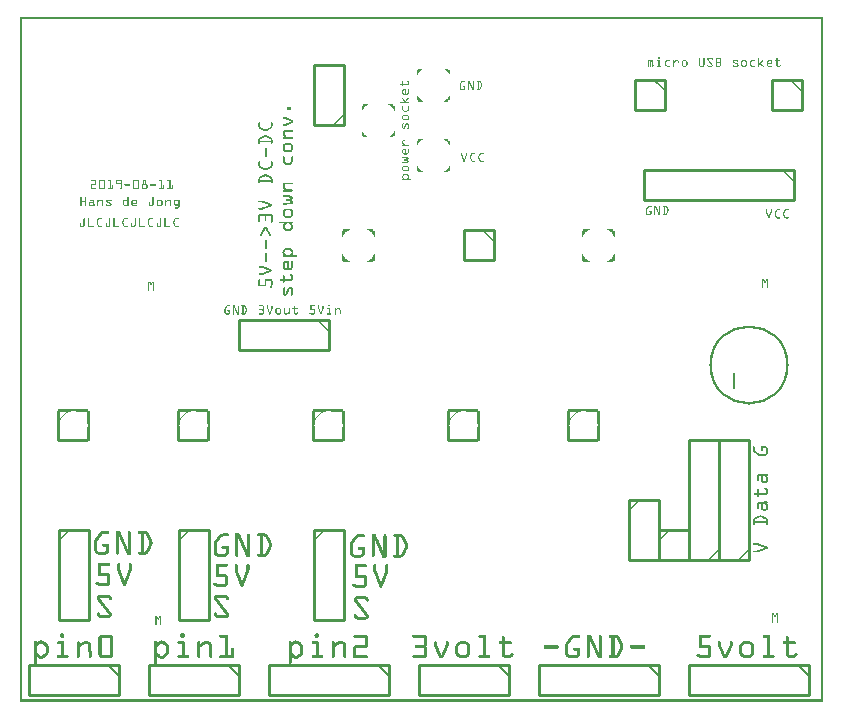
<source format=gto>
G04 MADE WITH FRITZING*
G04 WWW.FRITZING.ORG*
G04 DOUBLE SIDED*
G04 HOLES PLATED*
G04 CONTOUR ON CENTER OF CONTOUR VECTOR*
%ASAXBY*%
%FSLAX23Y23*%
%MOIN*%
%OFA0B0*%
%SFA1.0B1.0*%
%ADD10C,0.263906X0.247906*%
%ADD11C,0.008000*%
%ADD12C,0.010000*%
%ADD13C,0.005000*%
%ADD14R,0.001000X0.001000*%
%LNSILK1*%
G90*
G70*
G54D10*
X2428Y1122D03*
G54D11*
X2378Y1097D02*
X2378Y1047D01*
G54D12*
D02*
X2128Y572D02*
X2128Y472D01*
D02*
X2128Y472D02*
X2228Y472D01*
D02*
X2228Y472D02*
X2228Y572D01*
D02*
X2228Y572D02*
X2128Y572D01*
D02*
X2028Y672D02*
X2028Y472D01*
D02*
X2028Y472D02*
X2128Y472D01*
D02*
X2128Y472D02*
X2128Y672D01*
D02*
X2128Y672D02*
X2028Y672D01*
D02*
X2428Y472D02*
X2428Y872D01*
D02*
X2428Y872D02*
X2328Y872D01*
D02*
X2328Y872D02*
X2328Y472D01*
D02*
X2328Y472D02*
X2428Y472D01*
D02*
X2328Y472D02*
X2328Y872D01*
D02*
X2328Y872D02*
X2228Y872D01*
D02*
X2228Y872D02*
X2228Y472D01*
D02*
X2228Y472D02*
X2328Y472D01*
D02*
X1578Y1572D02*
X1478Y1572D01*
D02*
X1478Y1572D02*
X1478Y1472D01*
D02*
X1478Y1472D02*
X1578Y1472D01*
D02*
X1578Y1472D02*
X1578Y1572D01*
D02*
X2628Y122D02*
X2228Y122D01*
D02*
X2228Y122D02*
X2228Y22D01*
D02*
X2228Y22D02*
X2628Y22D01*
D02*
X2628Y22D02*
X2628Y122D01*
G54D13*
D02*
X2593Y122D02*
X2628Y87D01*
G54D12*
D02*
X2128Y122D02*
X1728Y122D01*
D02*
X1728Y122D02*
X1728Y22D01*
D02*
X1728Y22D02*
X2128Y22D01*
D02*
X2128Y22D02*
X2128Y122D01*
G54D13*
D02*
X2093Y122D02*
X2128Y87D01*
G54D12*
D02*
X1228Y122D02*
X828Y122D01*
D02*
X828Y122D02*
X828Y22D01*
D02*
X828Y22D02*
X1228Y22D01*
D02*
X1228Y22D02*
X1228Y122D01*
G54D13*
D02*
X1193Y122D02*
X1228Y87D01*
G54D12*
D02*
X1628Y122D02*
X1328Y122D01*
D02*
X1328Y122D02*
X1328Y22D01*
D02*
X1328Y22D02*
X1628Y22D01*
D02*
X1628Y22D02*
X1628Y122D01*
G54D13*
D02*
X1593Y122D02*
X1628Y87D01*
G54D12*
D02*
X728Y122D02*
X428Y122D01*
D02*
X428Y122D02*
X428Y22D01*
D02*
X428Y22D02*
X728Y22D01*
D02*
X728Y22D02*
X728Y122D01*
G54D13*
D02*
X693Y122D02*
X728Y87D01*
G54D12*
D02*
X528Y572D02*
X528Y272D01*
D02*
X528Y272D02*
X628Y272D01*
D02*
X628Y272D02*
X628Y572D01*
D02*
X628Y572D02*
X528Y572D01*
D02*
X978Y572D02*
X978Y272D01*
D02*
X978Y272D02*
X1078Y272D01*
D02*
X1078Y272D02*
X1078Y572D01*
D02*
X1078Y572D02*
X978Y572D01*
D02*
X128Y572D02*
X128Y272D01*
D02*
X128Y272D02*
X228Y272D01*
D02*
X228Y272D02*
X228Y572D01*
D02*
X228Y572D02*
X128Y572D01*
D02*
X1078Y1922D02*
X1078Y2122D01*
D02*
X1078Y2122D02*
X978Y2122D01*
D02*
X978Y2122D02*
X978Y1922D01*
D02*
X978Y1922D02*
X1078Y1922D01*
D02*
X1028Y1272D02*
X728Y1272D01*
D02*
X728Y1272D02*
X728Y1172D01*
D02*
X728Y1172D02*
X1028Y1172D01*
D02*
X1028Y1172D02*
X1028Y1272D01*
D02*
X2578Y1772D02*
X2078Y1772D01*
D02*
X2078Y1772D02*
X2078Y1672D01*
D02*
X2078Y1672D02*
X2578Y1672D01*
D02*
X2578Y1672D02*
X2578Y1772D01*
D02*
X2606Y2072D02*
X2506Y2072D01*
D02*
X2506Y2072D02*
X2506Y1972D01*
D02*
X2506Y1972D02*
X2606Y1972D01*
D02*
X2606Y1972D02*
X2606Y2072D01*
D02*
X2150Y2072D02*
X2050Y2072D01*
D02*
X2050Y2072D02*
X2050Y1972D01*
D02*
X2050Y1972D02*
X2150Y1972D01*
D02*
X2150Y1972D02*
X2150Y2072D01*
D02*
X328Y122D02*
X28Y122D01*
D02*
X28Y122D02*
X28Y22D01*
D02*
X28Y22D02*
X328Y22D01*
D02*
X328Y22D02*
X328Y122D01*
G54D13*
D02*
X293Y122D02*
X328Y87D01*
G54D14*
X0Y2283D02*
X2676Y2283D01*
X0Y2282D02*
X2676Y2282D01*
X0Y2281D02*
X2676Y2281D01*
X0Y2280D02*
X2676Y2280D01*
X0Y2279D02*
X2676Y2279D01*
X0Y2278D02*
X2676Y2278D01*
X0Y2277D02*
X2676Y2277D01*
X0Y2276D02*
X2676Y2276D01*
X0Y2275D02*
X7Y2275D01*
X2669Y2275D02*
X2676Y2275D01*
X0Y2274D02*
X7Y2274D01*
X2669Y2274D02*
X2676Y2274D01*
X0Y2273D02*
X7Y2273D01*
X2669Y2273D02*
X2676Y2273D01*
X0Y2272D02*
X7Y2272D01*
X2669Y2272D02*
X2676Y2272D01*
X0Y2271D02*
X7Y2271D01*
X2669Y2271D02*
X2676Y2271D01*
X0Y2270D02*
X7Y2270D01*
X2669Y2270D02*
X2676Y2270D01*
X0Y2269D02*
X7Y2269D01*
X2669Y2269D02*
X2676Y2269D01*
X0Y2268D02*
X7Y2268D01*
X2669Y2268D02*
X2676Y2268D01*
X0Y2267D02*
X7Y2267D01*
X2669Y2267D02*
X2676Y2267D01*
X0Y2266D02*
X7Y2266D01*
X2669Y2266D02*
X2676Y2266D01*
X0Y2265D02*
X7Y2265D01*
X2669Y2265D02*
X2676Y2265D01*
X0Y2264D02*
X7Y2264D01*
X2669Y2264D02*
X2676Y2264D01*
X0Y2263D02*
X7Y2263D01*
X2669Y2263D02*
X2676Y2263D01*
X0Y2262D02*
X7Y2262D01*
X2669Y2262D02*
X2676Y2262D01*
X0Y2261D02*
X7Y2261D01*
X2669Y2261D02*
X2676Y2261D01*
X0Y2260D02*
X7Y2260D01*
X2669Y2260D02*
X2676Y2260D01*
X0Y2259D02*
X7Y2259D01*
X2669Y2259D02*
X2676Y2259D01*
X0Y2258D02*
X7Y2258D01*
X2669Y2258D02*
X2676Y2258D01*
X0Y2257D02*
X7Y2257D01*
X2669Y2257D02*
X2676Y2257D01*
X0Y2256D02*
X7Y2256D01*
X2669Y2256D02*
X2676Y2256D01*
X0Y2255D02*
X7Y2255D01*
X2669Y2255D02*
X2676Y2255D01*
X0Y2254D02*
X7Y2254D01*
X2669Y2254D02*
X2676Y2254D01*
X0Y2253D02*
X7Y2253D01*
X2669Y2253D02*
X2676Y2253D01*
X0Y2252D02*
X7Y2252D01*
X2669Y2252D02*
X2676Y2252D01*
X0Y2251D02*
X7Y2251D01*
X2669Y2251D02*
X2676Y2251D01*
X0Y2250D02*
X7Y2250D01*
X2669Y2250D02*
X2676Y2250D01*
X0Y2249D02*
X7Y2249D01*
X2669Y2249D02*
X2676Y2249D01*
X0Y2248D02*
X7Y2248D01*
X2669Y2248D02*
X2676Y2248D01*
X0Y2247D02*
X7Y2247D01*
X2669Y2247D02*
X2676Y2247D01*
X0Y2246D02*
X7Y2246D01*
X2669Y2246D02*
X2676Y2246D01*
X0Y2245D02*
X7Y2245D01*
X2669Y2245D02*
X2676Y2245D01*
X0Y2244D02*
X7Y2244D01*
X2669Y2244D02*
X2676Y2244D01*
X0Y2243D02*
X7Y2243D01*
X2669Y2243D02*
X2676Y2243D01*
X0Y2242D02*
X7Y2242D01*
X2669Y2242D02*
X2676Y2242D01*
X0Y2241D02*
X7Y2241D01*
X2669Y2241D02*
X2676Y2241D01*
X0Y2240D02*
X7Y2240D01*
X2669Y2240D02*
X2676Y2240D01*
X0Y2239D02*
X7Y2239D01*
X2669Y2239D02*
X2676Y2239D01*
X0Y2238D02*
X7Y2238D01*
X2669Y2238D02*
X2676Y2238D01*
X0Y2237D02*
X7Y2237D01*
X2669Y2237D02*
X2676Y2237D01*
X0Y2236D02*
X7Y2236D01*
X2669Y2236D02*
X2676Y2236D01*
X0Y2235D02*
X7Y2235D01*
X2669Y2235D02*
X2676Y2235D01*
X0Y2234D02*
X7Y2234D01*
X2669Y2234D02*
X2676Y2234D01*
X0Y2233D02*
X7Y2233D01*
X2669Y2233D02*
X2676Y2233D01*
X0Y2232D02*
X7Y2232D01*
X2669Y2232D02*
X2676Y2232D01*
X0Y2231D02*
X7Y2231D01*
X2669Y2231D02*
X2676Y2231D01*
X0Y2230D02*
X7Y2230D01*
X2669Y2230D02*
X2676Y2230D01*
X0Y2229D02*
X7Y2229D01*
X2669Y2229D02*
X2676Y2229D01*
X0Y2228D02*
X7Y2228D01*
X2669Y2228D02*
X2676Y2228D01*
X0Y2227D02*
X7Y2227D01*
X2669Y2227D02*
X2676Y2227D01*
X0Y2226D02*
X7Y2226D01*
X2669Y2226D02*
X2676Y2226D01*
X0Y2225D02*
X7Y2225D01*
X2669Y2225D02*
X2676Y2225D01*
X0Y2224D02*
X7Y2224D01*
X2669Y2224D02*
X2676Y2224D01*
X0Y2223D02*
X7Y2223D01*
X2669Y2223D02*
X2676Y2223D01*
X0Y2222D02*
X7Y2222D01*
X2669Y2222D02*
X2676Y2222D01*
X0Y2221D02*
X7Y2221D01*
X2669Y2221D02*
X2676Y2221D01*
X0Y2220D02*
X7Y2220D01*
X2669Y2220D02*
X2676Y2220D01*
X0Y2219D02*
X7Y2219D01*
X2669Y2219D02*
X2676Y2219D01*
X0Y2218D02*
X7Y2218D01*
X2669Y2218D02*
X2676Y2218D01*
X0Y2217D02*
X7Y2217D01*
X2669Y2217D02*
X2676Y2217D01*
X0Y2216D02*
X7Y2216D01*
X2669Y2216D02*
X2676Y2216D01*
X0Y2215D02*
X7Y2215D01*
X2669Y2215D02*
X2676Y2215D01*
X0Y2214D02*
X7Y2214D01*
X2669Y2214D02*
X2676Y2214D01*
X0Y2213D02*
X7Y2213D01*
X2669Y2213D02*
X2676Y2213D01*
X0Y2212D02*
X7Y2212D01*
X2669Y2212D02*
X2676Y2212D01*
X0Y2211D02*
X7Y2211D01*
X2669Y2211D02*
X2676Y2211D01*
X0Y2210D02*
X7Y2210D01*
X2669Y2210D02*
X2676Y2210D01*
X0Y2209D02*
X7Y2209D01*
X2669Y2209D02*
X2676Y2209D01*
X0Y2208D02*
X7Y2208D01*
X2669Y2208D02*
X2676Y2208D01*
X0Y2207D02*
X7Y2207D01*
X2669Y2207D02*
X2676Y2207D01*
X0Y2206D02*
X7Y2206D01*
X2669Y2206D02*
X2676Y2206D01*
X0Y2205D02*
X7Y2205D01*
X2669Y2205D02*
X2676Y2205D01*
X0Y2204D02*
X7Y2204D01*
X2669Y2204D02*
X2676Y2204D01*
X0Y2203D02*
X7Y2203D01*
X2669Y2203D02*
X2676Y2203D01*
X0Y2202D02*
X7Y2202D01*
X2669Y2202D02*
X2676Y2202D01*
X0Y2201D02*
X7Y2201D01*
X2669Y2201D02*
X2676Y2201D01*
X0Y2200D02*
X7Y2200D01*
X2669Y2200D02*
X2676Y2200D01*
X0Y2199D02*
X7Y2199D01*
X2669Y2199D02*
X2676Y2199D01*
X0Y2198D02*
X7Y2198D01*
X2669Y2198D02*
X2676Y2198D01*
X0Y2197D02*
X7Y2197D01*
X2669Y2197D02*
X2676Y2197D01*
X0Y2196D02*
X7Y2196D01*
X2669Y2196D02*
X2676Y2196D01*
X0Y2195D02*
X7Y2195D01*
X2669Y2195D02*
X2676Y2195D01*
X0Y2194D02*
X7Y2194D01*
X2669Y2194D02*
X2676Y2194D01*
X0Y2193D02*
X7Y2193D01*
X2669Y2193D02*
X2676Y2193D01*
X0Y2192D02*
X7Y2192D01*
X2669Y2192D02*
X2676Y2192D01*
X0Y2191D02*
X7Y2191D01*
X2669Y2191D02*
X2676Y2191D01*
X0Y2190D02*
X7Y2190D01*
X2669Y2190D02*
X2676Y2190D01*
X0Y2189D02*
X7Y2189D01*
X2669Y2189D02*
X2676Y2189D01*
X0Y2188D02*
X7Y2188D01*
X2669Y2188D02*
X2676Y2188D01*
X0Y2187D02*
X7Y2187D01*
X2669Y2187D02*
X2676Y2187D01*
X0Y2186D02*
X7Y2186D01*
X2669Y2186D02*
X2676Y2186D01*
X0Y2185D02*
X7Y2185D01*
X2669Y2185D02*
X2676Y2185D01*
X0Y2184D02*
X7Y2184D01*
X2669Y2184D02*
X2676Y2184D01*
X0Y2183D02*
X7Y2183D01*
X2669Y2183D02*
X2676Y2183D01*
X0Y2182D02*
X7Y2182D01*
X2669Y2182D02*
X2676Y2182D01*
X0Y2181D02*
X7Y2181D01*
X2669Y2181D02*
X2676Y2181D01*
X0Y2180D02*
X7Y2180D01*
X2669Y2180D02*
X2676Y2180D01*
X0Y2179D02*
X7Y2179D01*
X2669Y2179D02*
X2676Y2179D01*
X0Y2178D02*
X7Y2178D01*
X2669Y2178D02*
X2676Y2178D01*
X0Y2177D02*
X7Y2177D01*
X2669Y2177D02*
X2676Y2177D01*
X0Y2176D02*
X7Y2176D01*
X2669Y2176D02*
X2676Y2176D01*
X0Y2175D02*
X7Y2175D01*
X2669Y2175D02*
X2676Y2175D01*
X0Y2174D02*
X7Y2174D01*
X2669Y2174D02*
X2676Y2174D01*
X0Y2173D02*
X7Y2173D01*
X2669Y2173D02*
X2676Y2173D01*
X0Y2172D02*
X7Y2172D01*
X2669Y2172D02*
X2676Y2172D01*
X0Y2171D02*
X7Y2171D01*
X2669Y2171D02*
X2676Y2171D01*
X0Y2170D02*
X7Y2170D01*
X2669Y2170D02*
X2676Y2170D01*
X0Y2169D02*
X7Y2169D01*
X2669Y2169D02*
X2676Y2169D01*
X0Y2168D02*
X7Y2168D01*
X2669Y2168D02*
X2676Y2168D01*
X0Y2167D02*
X7Y2167D01*
X2669Y2167D02*
X2676Y2167D01*
X0Y2166D02*
X7Y2166D01*
X2669Y2166D02*
X2676Y2166D01*
X0Y2165D02*
X7Y2165D01*
X2669Y2165D02*
X2676Y2165D01*
X0Y2164D02*
X7Y2164D01*
X2669Y2164D02*
X2676Y2164D01*
X0Y2163D02*
X7Y2163D01*
X2669Y2163D02*
X2676Y2163D01*
X0Y2162D02*
X7Y2162D01*
X2669Y2162D02*
X2676Y2162D01*
X0Y2161D02*
X7Y2161D01*
X2669Y2161D02*
X2676Y2161D01*
X0Y2160D02*
X7Y2160D01*
X2669Y2160D02*
X2676Y2160D01*
X0Y2159D02*
X7Y2159D01*
X2669Y2159D02*
X2676Y2159D01*
X0Y2158D02*
X7Y2158D01*
X2669Y2158D02*
X2676Y2158D01*
X0Y2157D02*
X7Y2157D01*
X2669Y2157D02*
X2676Y2157D01*
X0Y2156D02*
X7Y2156D01*
X2669Y2156D02*
X2676Y2156D01*
X0Y2155D02*
X7Y2155D01*
X2669Y2155D02*
X2676Y2155D01*
X0Y2154D02*
X7Y2154D01*
X2669Y2154D02*
X2676Y2154D01*
X0Y2153D02*
X7Y2153D01*
X2669Y2153D02*
X2676Y2153D01*
X0Y2152D02*
X7Y2152D01*
X2669Y2152D02*
X2676Y2152D01*
X0Y2151D02*
X7Y2151D01*
X2669Y2151D02*
X2676Y2151D01*
X0Y2150D02*
X7Y2150D01*
X2669Y2150D02*
X2676Y2150D01*
X0Y2149D02*
X7Y2149D01*
X2127Y2149D02*
X2130Y2149D01*
X2669Y2149D02*
X2676Y2149D01*
X0Y2148D02*
X7Y2148D01*
X2126Y2148D02*
X2131Y2148D01*
X2669Y2148D02*
X2676Y2148D01*
X0Y2147D02*
X7Y2147D01*
X2126Y2147D02*
X2131Y2147D01*
X2262Y2147D02*
X2264Y2147D01*
X2278Y2147D02*
X2280Y2147D01*
X2292Y2147D02*
X2306Y2147D01*
X2319Y2147D02*
X2333Y2147D01*
X2461Y2147D02*
X2463Y2147D01*
X2669Y2147D02*
X2676Y2147D01*
X0Y2146D02*
X7Y2146D01*
X2126Y2146D02*
X2131Y2146D01*
X2262Y2146D02*
X2265Y2146D01*
X2278Y2146D02*
X2280Y2146D01*
X2291Y2146D02*
X2307Y2146D01*
X2319Y2146D02*
X2334Y2146D01*
X2460Y2146D02*
X2463Y2146D01*
X2522Y2146D02*
X2522Y2146D01*
X2669Y2146D02*
X2676Y2146D01*
X0Y2145D02*
X7Y2145D01*
X2126Y2145D02*
X2131Y2145D01*
X2262Y2145D02*
X2265Y2145D01*
X2278Y2145D02*
X2281Y2145D01*
X2291Y2145D02*
X2308Y2145D01*
X2319Y2145D02*
X2335Y2145D01*
X2460Y2145D02*
X2463Y2145D01*
X2521Y2145D02*
X2524Y2145D01*
X2669Y2145D02*
X2676Y2145D01*
X0Y2144D02*
X7Y2144D01*
X2127Y2144D02*
X2130Y2144D01*
X2262Y2144D02*
X2265Y2144D01*
X2278Y2144D02*
X2281Y2144D01*
X2290Y2144D02*
X2309Y2144D01*
X2319Y2144D02*
X2336Y2144D01*
X2460Y2144D02*
X2463Y2144D01*
X2521Y2144D02*
X2524Y2144D01*
X2669Y2144D02*
X2676Y2144D01*
X0Y2143D02*
X7Y2143D01*
X2262Y2143D02*
X2265Y2143D01*
X2278Y2143D02*
X2281Y2143D01*
X2290Y2143D02*
X2293Y2143D01*
X2306Y2143D02*
X2309Y2143D01*
X2319Y2143D02*
X2322Y2143D01*
X2332Y2143D02*
X2336Y2143D01*
X2460Y2143D02*
X2463Y2143D01*
X2521Y2143D02*
X2524Y2143D01*
X2669Y2143D02*
X2676Y2143D01*
X0Y2142D02*
X7Y2142D01*
X2262Y2142D02*
X2265Y2142D01*
X2278Y2142D02*
X2281Y2142D01*
X2290Y2142D02*
X2294Y2142D01*
X2306Y2142D02*
X2309Y2142D01*
X2319Y2142D02*
X2322Y2142D01*
X2333Y2142D02*
X2337Y2142D01*
X2460Y2142D02*
X2463Y2142D01*
X2521Y2142D02*
X2524Y2142D01*
X2669Y2142D02*
X2676Y2142D01*
X0Y2141D02*
X7Y2141D01*
X2262Y2141D02*
X2265Y2141D01*
X2278Y2141D02*
X2281Y2141D01*
X2291Y2141D02*
X2295Y2141D01*
X2307Y2141D02*
X2308Y2141D01*
X2319Y2141D02*
X2322Y2141D01*
X2334Y2141D02*
X2337Y2141D01*
X2460Y2141D02*
X2463Y2141D01*
X2521Y2141D02*
X2524Y2141D01*
X2669Y2141D02*
X2676Y2141D01*
X0Y2140D02*
X7Y2140D01*
X2262Y2140D02*
X2265Y2140D01*
X2278Y2140D02*
X2281Y2140D01*
X2292Y2140D02*
X2296Y2140D01*
X2319Y2140D02*
X2322Y2140D01*
X2334Y2140D02*
X2337Y2140D01*
X2460Y2140D02*
X2463Y2140D01*
X2521Y2140D02*
X2524Y2140D01*
X2669Y2140D02*
X2676Y2140D01*
X0Y2139D02*
X7Y2139D01*
X2092Y2139D02*
X2094Y2139D01*
X2097Y2139D02*
X2100Y2139D01*
X2105Y2139D02*
X2107Y2139D01*
X2123Y2139D02*
X2130Y2139D01*
X2156Y2139D02*
X2166Y2139D01*
X2178Y2139D02*
X2179Y2139D01*
X2185Y2139D02*
X2192Y2139D01*
X2210Y2139D02*
X2219Y2139D01*
X2262Y2139D02*
X2265Y2139D01*
X2278Y2139D02*
X2281Y2139D01*
X2292Y2139D02*
X2296Y2139D01*
X2319Y2139D02*
X2322Y2139D01*
X2334Y2139D02*
X2337Y2139D01*
X2379Y2139D02*
X2390Y2139D01*
X2409Y2139D02*
X2417Y2139D01*
X2439Y2139D02*
X2450Y2139D01*
X2460Y2139D02*
X2463Y2139D01*
X2475Y2139D02*
X2476Y2139D01*
X2494Y2139D02*
X2502Y2139D01*
X2518Y2139D02*
X2533Y2139D01*
X2669Y2139D02*
X2676Y2139D01*
X0Y2138D02*
X7Y2138D01*
X2092Y2138D02*
X2101Y2138D01*
X2103Y2138D02*
X2109Y2138D01*
X2122Y2138D02*
X2131Y2138D01*
X2154Y2138D02*
X2167Y2138D01*
X2177Y2138D02*
X2180Y2138D01*
X2184Y2138D02*
X2193Y2138D01*
X2209Y2138D02*
X2220Y2138D01*
X2262Y2138D02*
X2265Y2138D01*
X2278Y2138D02*
X2281Y2138D01*
X2293Y2138D02*
X2297Y2138D01*
X2319Y2138D02*
X2322Y2138D01*
X2334Y2138D02*
X2337Y2138D01*
X2377Y2138D02*
X2392Y2138D01*
X2407Y2138D02*
X2419Y2138D01*
X2437Y2138D02*
X2450Y2138D01*
X2460Y2138D02*
X2463Y2138D01*
X2474Y2138D02*
X2477Y2138D01*
X2492Y2138D02*
X2504Y2138D01*
X2517Y2138D02*
X2533Y2138D01*
X2669Y2138D02*
X2676Y2138D01*
X0Y2137D02*
X7Y2137D01*
X2092Y2137D02*
X2109Y2137D01*
X2122Y2137D02*
X2131Y2137D01*
X2153Y2137D02*
X2167Y2137D01*
X2177Y2137D02*
X2180Y2137D01*
X2183Y2137D02*
X2194Y2137D01*
X2208Y2137D02*
X2221Y2137D01*
X2262Y2137D02*
X2265Y2137D01*
X2278Y2137D02*
X2281Y2137D01*
X2294Y2137D02*
X2298Y2137D01*
X2319Y2137D02*
X2322Y2137D01*
X2334Y2137D02*
X2337Y2137D01*
X2377Y2137D02*
X2393Y2137D01*
X2406Y2137D02*
X2420Y2137D01*
X2436Y2137D02*
X2450Y2137D01*
X2460Y2137D02*
X2463Y2137D01*
X2472Y2137D02*
X2477Y2137D01*
X2491Y2137D02*
X2505Y2137D01*
X2517Y2137D02*
X2534Y2137D01*
X2669Y2137D02*
X2676Y2137D01*
X0Y2136D02*
X7Y2136D01*
X2092Y2136D02*
X2110Y2136D01*
X2123Y2136D02*
X2131Y2136D01*
X2152Y2136D02*
X2166Y2136D01*
X2177Y2136D02*
X2180Y2136D01*
X2182Y2136D02*
X2195Y2136D01*
X2207Y2136D02*
X2222Y2136D01*
X2262Y2136D02*
X2265Y2136D01*
X2278Y2136D02*
X2281Y2136D01*
X2295Y2136D02*
X2299Y2136D01*
X2319Y2136D02*
X2322Y2136D01*
X2333Y2136D02*
X2337Y2136D01*
X2376Y2136D02*
X2393Y2136D01*
X2405Y2136D02*
X2421Y2136D01*
X2435Y2136D02*
X2450Y2136D01*
X2460Y2136D02*
X2463Y2136D01*
X2471Y2136D02*
X2476Y2136D01*
X2490Y2136D02*
X2506Y2136D01*
X2518Y2136D02*
X2533Y2136D01*
X2669Y2136D02*
X2676Y2136D01*
X0Y2135D02*
X7Y2135D01*
X2092Y2135D02*
X2097Y2135D01*
X2099Y2135D02*
X2105Y2135D01*
X2107Y2135D02*
X2110Y2135D01*
X2128Y2135D02*
X2131Y2135D01*
X2150Y2135D02*
X2156Y2135D01*
X2177Y2135D02*
X2186Y2135D01*
X2192Y2135D02*
X2195Y2135D01*
X2206Y2135D02*
X2210Y2135D01*
X2219Y2135D02*
X2223Y2135D01*
X2262Y2135D02*
X2265Y2135D01*
X2278Y2135D02*
X2281Y2135D01*
X2295Y2135D02*
X2300Y2135D01*
X2319Y2135D02*
X2322Y2135D01*
X2332Y2135D02*
X2336Y2135D01*
X2376Y2135D02*
X2379Y2135D01*
X2390Y2135D02*
X2393Y2135D01*
X2404Y2135D02*
X2409Y2135D01*
X2417Y2135D02*
X2422Y2135D01*
X2434Y2135D02*
X2439Y2135D01*
X2460Y2135D02*
X2463Y2135D01*
X2470Y2135D02*
X2475Y2135D01*
X2489Y2135D02*
X2494Y2135D01*
X2502Y2135D02*
X2507Y2135D01*
X2521Y2135D02*
X2524Y2135D01*
X2669Y2135D02*
X2676Y2135D01*
X0Y2134D02*
X7Y2134D01*
X2092Y2134D02*
X2096Y2134D01*
X2100Y2134D02*
X2104Y2134D01*
X2107Y2134D02*
X2110Y2134D01*
X2128Y2134D02*
X2131Y2134D01*
X2150Y2134D02*
X2154Y2134D01*
X2177Y2134D02*
X2185Y2134D01*
X2192Y2134D02*
X2195Y2134D01*
X2205Y2134D02*
X2209Y2134D01*
X2220Y2134D02*
X2224Y2134D01*
X2262Y2134D02*
X2265Y2134D01*
X2278Y2134D02*
X2281Y2134D01*
X2296Y2134D02*
X2300Y2134D01*
X2319Y2134D02*
X2336Y2134D01*
X2376Y2134D02*
X2379Y2134D01*
X2392Y2134D02*
X2392Y2134D01*
X2404Y2134D02*
X2408Y2134D01*
X2418Y2134D02*
X2422Y2134D01*
X2433Y2134D02*
X2438Y2134D01*
X2460Y2134D02*
X2463Y2134D01*
X2469Y2134D02*
X2474Y2134D01*
X2489Y2134D02*
X2493Y2134D01*
X2503Y2134D02*
X2507Y2134D01*
X2521Y2134D02*
X2524Y2134D01*
X2669Y2134D02*
X2676Y2134D01*
X0Y2133D02*
X7Y2133D01*
X2092Y2133D02*
X2095Y2133D01*
X2100Y2133D02*
X2103Y2133D01*
X2107Y2133D02*
X2110Y2133D01*
X2128Y2133D02*
X2131Y2133D01*
X2149Y2133D02*
X2153Y2133D01*
X2177Y2133D02*
X2184Y2133D01*
X2192Y2133D02*
X2195Y2133D01*
X2205Y2133D02*
X2208Y2133D01*
X2221Y2133D02*
X2224Y2133D01*
X2262Y2133D02*
X2265Y2133D01*
X2278Y2133D02*
X2281Y2133D01*
X2297Y2133D02*
X2301Y2133D01*
X2319Y2133D02*
X2335Y2133D01*
X2376Y2133D02*
X2380Y2133D01*
X2404Y2133D02*
X2407Y2133D01*
X2419Y2133D02*
X2422Y2133D01*
X2432Y2133D02*
X2437Y2133D01*
X2460Y2133D02*
X2463Y2133D01*
X2468Y2133D02*
X2473Y2133D01*
X2489Y2133D02*
X2492Y2133D01*
X2504Y2133D02*
X2507Y2133D01*
X2521Y2133D02*
X2524Y2133D01*
X2669Y2133D02*
X2676Y2133D01*
X0Y2132D02*
X7Y2132D01*
X2092Y2132D02*
X2094Y2132D01*
X2100Y2132D02*
X2103Y2132D01*
X2107Y2132D02*
X2110Y2132D01*
X2128Y2132D02*
X2131Y2132D01*
X2149Y2132D02*
X2152Y2132D01*
X2177Y2132D02*
X2182Y2132D01*
X2193Y2132D02*
X2195Y2132D01*
X2205Y2132D02*
X2208Y2132D01*
X2221Y2132D02*
X2224Y2132D01*
X2262Y2132D02*
X2265Y2132D01*
X2278Y2132D02*
X2281Y2132D01*
X2298Y2132D02*
X2302Y2132D01*
X2319Y2132D02*
X2335Y2132D01*
X2376Y2132D02*
X2383Y2132D01*
X2404Y2132D02*
X2407Y2132D01*
X2419Y2132D02*
X2422Y2132D01*
X2432Y2132D02*
X2436Y2132D01*
X2460Y2132D02*
X2463Y2132D01*
X2466Y2132D02*
X2472Y2132D01*
X2489Y2132D02*
X2492Y2132D01*
X2504Y2132D02*
X2507Y2132D01*
X2521Y2132D02*
X2524Y2132D01*
X2669Y2132D02*
X2676Y2132D01*
X0Y2131D02*
X7Y2131D01*
X2092Y2131D02*
X2094Y2131D01*
X2100Y2131D02*
X2103Y2131D01*
X2107Y2131D02*
X2110Y2131D01*
X2128Y2131D02*
X2131Y2131D01*
X2149Y2131D02*
X2152Y2131D01*
X2177Y2131D02*
X2181Y2131D01*
X2193Y2131D02*
X2195Y2131D01*
X2205Y2131D02*
X2208Y2131D01*
X2221Y2131D02*
X2224Y2131D01*
X2262Y2131D02*
X2265Y2131D01*
X2278Y2131D02*
X2281Y2131D01*
X2299Y2131D02*
X2303Y2131D01*
X2319Y2131D02*
X2336Y2131D01*
X2377Y2131D02*
X2385Y2131D01*
X2404Y2131D02*
X2407Y2131D01*
X2419Y2131D02*
X2422Y2131D01*
X2432Y2131D02*
X2435Y2131D01*
X2460Y2131D02*
X2463Y2131D01*
X2465Y2131D02*
X2470Y2131D01*
X2489Y2131D02*
X2492Y2131D01*
X2504Y2131D02*
X2507Y2131D01*
X2521Y2131D02*
X2524Y2131D01*
X2669Y2131D02*
X2676Y2131D01*
X0Y2130D02*
X7Y2130D01*
X2092Y2130D02*
X2094Y2130D01*
X2100Y2130D02*
X2103Y2130D01*
X2107Y2130D02*
X2110Y2130D01*
X2128Y2130D02*
X2131Y2130D01*
X2149Y2130D02*
X2152Y2130D01*
X2177Y2130D02*
X2180Y2130D01*
X2205Y2130D02*
X2208Y2130D01*
X2221Y2130D02*
X2224Y2130D01*
X2262Y2130D02*
X2265Y2130D01*
X2278Y2130D02*
X2281Y2130D01*
X2299Y2130D02*
X2303Y2130D01*
X2319Y2130D02*
X2322Y2130D01*
X2332Y2130D02*
X2336Y2130D01*
X2378Y2130D02*
X2387Y2130D01*
X2404Y2130D02*
X2407Y2130D01*
X2419Y2130D02*
X2422Y2130D01*
X2432Y2130D02*
X2435Y2130D01*
X2460Y2130D02*
X2469Y2130D01*
X2489Y2130D02*
X2492Y2130D01*
X2504Y2130D02*
X2507Y2130D01*
X2521Y2130D02*
X2524Y2130D01*
X2669Y2130D02*
X2676Y2130D01*
X0Y2129D02*
X7Y2129D01*
X2092Y2129D02*
X2094Y2129D01*
X2100Y2129D02*
X2103Y2129D01*
X2107Y2129D02*
X2110Y2129D01*
X2128Y2129D02*
X2131Y2129D01*
X2149Y2129D02*
X2152Y2129D01*
X2177Y2129D02*
X2180Y2129D01*
X2205Y2129D02*
X2208Y2129D01*
X2221Y2129D02*
X2224Y2129D01*
X2262Y2129D02*
X2265Y2129D01*
X2278Y2129D02*
X2281Y2129D01*
X2300Y2129D02*
X2304Y2129D01*
X2319Y2129D02*
X2322Y2129D01*
X2333Y2129D02*
X2337Y2129D01*
X2380Y2129D02*
X2389Y2129D01*
X2404Y2129D02*
X2407Y2129D01*
X2419Y2129D02*
X2422Y2129D01*
X2432Y2129D02*
X2435Y2129D01*
X2460Y2129D02*
X2469Y2129D01*
X2489Y2129D02*
X2507Y2129D01*
X2521Y2129D02*
X2524Y2129D01*
X2669Y2129D02*
X2676Y2129D01*
X0Y2128D02*
X7Y2128D01*
X2092Y2128D02*
X2094Y2128D01*
X2100Y2128D02*
X2103Y2128D01*
X2107Y2128D02*
X2110Y2128D01*
X2128Y2128D02*
X2131Y2128D01*
X2149Y2128D02*
X2152Y2128D01*
X2177Y2128D02*
X2180Y2128D01*
X2205Y2128D02*
X2208Y2128D01*
X2221Y2128D02*
X2224Y2128D01*
X2262Y2128D02*
X2265Y2128D01*
X2278Y2128D02*
X2281Y2128D01*
X2301Y2128D02*
X2305Y2128D01*
X2319Y2128D02*
X2322Y2128D01*
X2334Y2128D02*
X2337Y2128D01*
X2383Y2128D02*
X2391Y2128D01*
X2404Y2128D02*
X2407Y2128D01*
X2419Y2128D02*
X2422Y2128D01*
X2432Y2128D02*
X2435Y2128D01*
X2460Y2128D02*
X2470Y2128D01*
X2489Y2128D02*
X2507Y2128D01*
X2521Y2128D02*
X2524Y2128D01*
X2669Y2128D02*
X2676Y2128D01*
X0Y2127D02*
X7Y2127D01*
X2092Y2127D02*
X2094Y2127D01*
X2100Y2127D02*
X2103Y2127D01*
X2107Y2127D02*
X2110Y2127D01*
X2128Y2127D02*
X2131Y2127D01*
X2149Y2127D02*
X2152Y2127D01*
X2177Y2127D02*
X2180Y2127D01*
X2205Y2127D02*
X2208Y2127D01*
X2221Y2127D02*
X2224Y2127D01*
X2262Y2127D02*
X2265Y2127D01*
X2278Y2127D02*
X2281Y2127D01*
X2302Y2127D02*
X2306Y2127D01*
X2319Y2127D02*
X2322Y2127D01*
X2334Y2127D02*
X2337Y2127D01*
X2385Y2127D02*
X2392Y2127D01*
X2404Y2127D02*
X2407Y2127D01*
X2419Y2127D02*
X2422Y2127D01*
X2432Y2127D02*
X2435Y2127D01*
X2460Y2127D02*
X2471Y2127D01*
X2489Y2127D02*
X2507Y2127D01*
X2521Y2127D02*
X2524Y2127D01*
X2669Y2127D02*
X2676Y2127D01*
X0Y2126D02*
X7Y2126D01*
X2092Y2126D02*
X2094Y2126D01*
X2100Y2126D02*
X2103Y2126D01*
X2107Y2126D02*
X2110Y2126D01*
X2128Y2126D02*
X2131Y2126D01*
X2149Y2126D02*
X2152Y2126D01*
X2177Y2126D02*
X2180Y2126D01*
X2205Y2126D02*
X2208Y2126D01*
X2221Y2126D02*
X2224Y2126D01*
X2262Y2126D02*
X2265Y2126D01*
X2278Y2126D02*
X2281Y2126D01*
X2302Y2126D02*
X2307Y2126D01*
X2319Y2126D02*
X2322Y2126D01*
X2334Y2126D02*
X2337Y2126D01*
X2387Y2126D02*
X2393Y2126D01*
X2404Y2126D02*
X2407Y2126D01*
X2419Y2126D02*
X2422Y2126D01*
X2432Y2126D02*
X2435Y2126D01*
X2460Y2126D02*
X2465Y2126D01*
X2467Y2126D02*
X2472Y2126D01*
X2489Y2126D02*
X2507Y2126D01*
X2521Y2126D02*
X2524Y2126D01*
X2669Y2126D02*
X2676Y2126D01*
X0Y2125D02*
X7Y2125D01*
X2092Y2125D02*
X2094Y2125D01*
X2100Y2125D02*
X2103Y2125D01*
X2108Y2125D02*
X2110Y2125D01*
X2128Y2125D02*
X2131Y2125D01*
X2149Y2125D02*
X2152Y2125D01*
X2177Y2125D02*
X2180Y2125D01*
X2205Y2125D02*
X2208Y2125D01*
X2221Y2125D02*
X2224Y2125D01*
X2262Y2125D02*
X2265Y2125D01*
X2278Y2125D02*
X2281Y2125D01*
X2303Y2125D02*
X2307Y2125D01*
X2319Y2125D02*
X2322Y2125D01*
X2334Y2125D02*
X2337Y2125D01*
X2390Y2125D02*
X2393Y2125D01*
X2404Y2125D02*
X2407Y2125D01*
X2419Y2125D02*
X2422Y2125D01*
X2432Y2125D02*
X2435Y2125D01*
X2460Y2125D02*
X2464Y2125D01*
X2468Y2125D02*
X2473Y2125D01*
X2489Y2125D02*
X2492Y2125D01*
X2521Y2125D02*
X2524Y2125D01*
X2669Y2125D02*
X2676Y2125D01*
X0Y2124D02*
X7Y2124D01*
X2092Y2124D02*
X2094Y2124D01*
X2100Y2124D02*
X2103Y2124D01*
X2108Y2124D02*
X2111Y2124D01*
X2128Y2124D02*
X2131Y2124D01*
X2149Y2124D02*
X2153Y2124D01*
X2177Y2124D02*
X2180Y2124D01*
X2205Y2124D02*
X2208Y2124D01*
X2221Y2124D02*
X2224Y2124D01*
X2262Y2124D02*
X2265Y2124D01*
X2278Y2124D02*
X2281Y2124D01*
X2291Y2124D02*
X2292Y2124D01*
X2304Y2124D02*
X2308Y2124D01*
X2319Y2124D02*
X2322Y2124D01*
X2334Y2124D02*
X2337Y2124D01*
X2391Y2124D02*
X2394Y2124D01*
X2404Y2124D02*
X2407Y2124D01*
X2419Y2124D02*
X2422Y2124D01*
X2432Y2124D02*
X2436Y2124D01*
X2460Y2124D02*
X2463Y2124D01*
X2469Y2124D02*
X2474Y2124D01*
X2489Y2124D02*
X2492Y2124D01*
X2521Y2124D02*
X2524Y2124D01*
X2534Y2124D02*
X2535Y2124D01*
X2669Y2124D02*
X2676Y2124D01*
X0Y2123D02*
X7Y2123D01*
X2092Y2123D02*
X2094Y2123D01*
X2100Y2123D02*
X2103Y2123D01*
X2108Y2123D02*
X2111Y2123D01*
X2128Y2123D02*
X2131Y2123D01*
X2149Y2123D02*
X2154Y2123D01*
X2177Y2123D02*
X2180Y2123D01*
X2205Y2123D02*
X2209Y2123D01*
X2220Y2123D02*
X2224Y2123D01*
X2262Y2123D02*
X2265Y2123D01*
X2277Y2123D02*
X2280Y2123D01*
X2290Y2123D02*
X2293Y2123D01*
X2305Y2123D02*
X2309Y2123D01*
X2319Y2123D02*
X2322Y2123D01*
X2334Y2123D02*
X2337Y2123D01*
X2391Y2123D02*
X2394Y2123D01*
X2404Y2123D02*
X2407Y2123D01*
X2419Y2123D02*
X2422Y2123D01*
X2433Y2123D02*
X2437Y2123D01*
X2460Y2123D02*
X2463Y2123D01*
X2470Y2123D02*
X2475Y2123D01*
X2489Y2123D02*
X2492Y2123D01*
X2521Y2123D02*
X2524Y2123D01*
X2533Y2123D02*
X2535Y2123D01*
X2669Y2123D02*
X2676Y2123D01*
X0Y2122D02*
X7Y2122D01*
X2092Y2122D02*
X2094Y2122D01*
X2100Y2122D02*
X2103Y2122D01*
X2108Y2122D02*
X2111Y2122D01*
X2128Y2122D02*
X2131Y2122D01*
X2150Y2122D02*
X2155Y2122D01*
X2177Y2122D02*
X2180Y2122D01*
X2206Y2122D02*
X2210Y2122D01*
X2219Y2122D02*
X2223Y2122D01*
X2262Y2122D02*
X2265Y2122D01*
X2277Y2122D02*
X2280Y2122D01*
X2290Y2122D02*
X2293Y2122D01*
X2306Y2122D02*
X2309Y2122D01*
X2319Y2122D02*
X2322Y2122D01*
X2333Y2122D02*
X2337Y2122D01*
X2376Y2122D02*
X2378Y2122D01*
X2390Y2122D02*
X2394Y2122D01*
X2404Y2122D02*
X2408Y2122D01*
X2418Y2122D02*
X2422Y2122D01*
X2433Y2122D02*
X2438Y2122D01*
X2460Y2122D02*
X2463Y2122D01*
X2471Y2122D02*
X2477Y2122D01*
X2489Y2122D02*
X2493Y2122D01*
X2521Y2122D02*
X2524Y2122D01*
X2532Y2122D02*
X2536Y2122D01*
X2669Y2122D02*
X2676Y2122D01*
X0Y2121D02*
X7Y2121D01*
X2092Y2121D02*
X2094Y2121D01*
X2100Y2121D02*
X2103Y2121D01*
X2108Y2121D02*
X2111Y2121D01*
X2124Y2121D02*
X2135Y2121D01*
X2151Y2121D02*
X2165Y2121D01*
X2177Y2121D02*
X2180Y2121D01*
X2206Y2121D02*
X2223Y2121D01*
X2262Y2121D02*
X2280Y2121D01*
X2291Y2121D02*
X2309Y2121D01*
X2319Y2121D02*
X2336Y2121D01*
X2375Y2121D02*
X2393Y2121D01*
X2405Y2121D02*
X2421Y2121D01*
X2434Y2121D02*
X2449Y2121D01*
X2460Y2121D02*
X2463Y2121D01*
X2473Y2121D02*
X2478Y2121D01*
X2490Y2121D02*
X2506Y2121D01*
X2521Y2121D02*
X2535Y2121D01*
X2669Y2121D02*
X2676Y2121D01*
X0Y2120D02*
X7Y2120D01*
X2092Y2120D02*
X2094Y2120D01*
X2100Y2120D02*
X2103Y2120D01*
X2108Y2120D02*
X2111Y2120D01*
X2122Y2120D02*
X2137Y2120D01*
X2152Y2120D02*
X2167Y2120D01*
X2177Y2120D02*
X2180Y2120D01*
X2207Y2120D02*
X2222Y2120D01*
X2263Y2120D02*
X2280Y2120D01*
X2291Y2120D02*
X2308Y2120D01*
X2319Y2120D02*
X2335Y2120D01*
X2375Y2120D02*
X2393Y2120D01*
X2405Y2120D02*
X2420Y2120D01*
X2436Y2120D02*
X2450Y2120D01*
X2460Y2120D02*
X2463Y2120D01*
X2474Y2120D02*
X2479Y2120D01*
X2490Y2120D02*
X2507Y2120D01*
X2522Y2120D02*
X2535Y2120D01*
X2669Y2120D02*
X2676Y2120D01*
X0Y2119D02*
X7Y2119D01*
X2092Y2119D02*
X2094Y2119D01*
X2100Y2119D02*
X2103Y2119D01*
X2108Y2119D02*
X2111Y2119D01*
X2122Y2119D02*
X2137Y2119D01*
X2153Y2119D02*
X2167Y2119D01*
X2177Y2119D02*
X2180Y2119D01*
X2208Y2119D02*
X2221Y2119D01*
X2264Y2119D02*
X2279Y2119D01*
X2292Y2119D02*
X2308Y2119D01*
X2319Y2119D02*
X2334Y2119D01*
X2376Y2119D02*
X2392Y2119D01*
X2407Y2119D02*
X2419Y2119D01*
X2437Y2119D02*
X2451Y2119D01*
X2460Y2119D02*
X2463Y2119D01*
X2475Y2119D02*
X2479Y2119D01*
X2491Y2119D02*
X2507Y2119D01*
X2523Y2119D02*
X2534Y2119D01*
X2669Y2119D02*
X2676Y2119D01*
X0Y2118D02*
X7Y2118D01*
X2092Y2118D02*
X2094Y2118D01*
X2100Y2118D02*
X2102Y2118D01*
X2108Y2118D02*
X2110Y2118D01*
X2122Y2118D02*
X2136Y2118D01*
X2155Y2118D02*
X2167Y2118D01*
X2177Y2118D02*
X2179Y2118D01*
X2209Y2118D02*
X2219Y2118D01*
X2265Y2118D02*
X2278Y2118D01*
X2293Y2118D02*
X2307Y2118D01*
X2319Y2118D02*
X2333Y2118D01*
X2378Y2118D02*
X2391Y2118D01*
X2408Y2118D02*
X2418Y2118D01*
X2438Y2118D02*
X2450Y2118D01*
X2461Y2118D02*
X2463Y2118D01*
X2476Y2118D02*
X2479Y2118D01*
X2493Y2118D02*
X2507Y2118D01*
X2524Y2118D02*
X2533Y2118D01*
X2669Y2118D02*
X2676Y2118D01*
X0Y2117D02*
X7Y2117D01*
X2669Y2117D02*
X2676Y2117D01*
X0Y2116D02*
X7Y2116D01*
X2669Y2116D02*
X2676Y2116D01*
X0Y2115D02*
X7Y2115D01*
X2669Y2115D02*
X2676Y2115D01*
X0Y2114D02*
X7Y2114D01*
X2669Y2114D02*
X2676Y2114D01*
X0Y2113D02*
X7Y2113D01*
X2669Y2113D02*
X2676Y2113D01*
X0Y2112D02*
X7Y2112D01*
X2669Y2112D02*
X2676Y2112D01*
X0Y2111D02*
X7Y2111D01*
X1328Y2111D02*
X1343Y2111D01*
X1412Y2111D02*
X1427Y2111D01*
X2669Y2111D02*
X2676Y2111D01*
X0Y2110D02*
X7Y2110D01*
X1328Y2110D02*
X1342Y2110D01*
X1413Y2110D02*
X1427Y2110D01*
X2669Y2110D02*
X2676Y2110D01*
X0Y2109D02*
X7Y2109D01*
X1328Y2109D02*
X1340Y2109D01*
X1415Y2109D02*
X1427Y2109D01*
X2669Y2109D02*
X2676Y2109D01*
X0Y2108D02*
X7Y2108D01*
X1328Y2108D02*
X1339Y2108D01*
X1416Y2108D02*
X1427Y2108D01*
X2669Y2108D02*
X2676Y2108D01*
X0Y2107D02*
X7Y2107D01*
X1328Y2107D02*
X1338Y2107D01*
X1418Y2107D02*
X1427Y2107D01*
X2669Y2107D02*
X2676Y2107D01*
X0Y2106D02*
X7Y2106D01*
X1323Y2106D02*
X1336Y2106D01*
X1419Y2106D02*
X1432Y2106D01*
X2669Y2106D02*
X2676Y2106D01*
X0Y2105D02*
X7Y2105D01*
X1323Y2105D02*
X1335Y2105D01*
X1420Y2105D02*
X1432Y2105D01*
X2669Y2105D02*
X2676Y2105D01*
X0Y2104D02*
X7Y2104D01*
X1323Y2104D02*
X1334Y2104D01*
X1421Y2104D02*
X1432Y2104D01*
X2669Y2104D02*
X2676Y2104D01*
X0Y2103D02*
X7Y2103D01*
X1323Y2103D02*
X1333Y2103D01*
X1422Y2103D02*
X1432Y2103D01*
X2669Y2103D02*
X2676Y2103D01*
X0Y2102D02*
X7Y2102D01*
X1323Y2102D02*
X1332Y2102D01*
X1423Y2102D02*
X1432Y2102D01*
X2669Y2102D02*
X2676Y2102D01*
X0Y2101D02*
X7Y2101D01*
X1323Y2101D02*
X1331Y2101D01*
X1424Y2101D02*
X1432Y2101D01*
X2669Y2101D02*
X2676Y2101D01*
X0Y2100D02*
X7Y2100D01*
X1323Y2100D02*
X1330Y2100D01*
X1425Y2100D02*
X1432Y2100D01*
X2669Y2100D02*
X2676Y2100D01*
X0Y2099D02*
X7Y2099D01*
X1323Y2099D02*
X1329Y2099D01*
X1426Y2099D02*
X1432Y2099D01*
X2669Y2099D02*
X2676Y2099D01*
X0Y2098D02*
X7Y2098D01*
X1323Y2098D02*
X1328Y2098D01*
X1427Y2098D02*
X1432Y2098D01*
X2669Y2098D02*
X2676Y2098D01*
X0Y2097D02*
X7Y2097D01*
X1323Y2097D02*
X1327Y2097D01*
X1428Y2097D02*
X1432Y2097D01*
X2669Y2097D02*
X2676Y2097D01*
X0Y2096D02*
X7Y2096D01*
X1323Y2096D02*
X1327Y2096D01*
X1429Y2096D02*
X1432Y2096D01*
X2669Y2096D02*
X2676Y2096D01*
X0Y2095D02*
X7Y2095D01*
X1323Y2095D02*
X1326Y2095D01*
X1429Y2095D02*
X1432Y2095D01*
X2669Y2095D02*
X2676Y2095D01*
X0Y2094D02*
X7Y2094D01*
X1323Y2094D02*
X1325Y2094D01*
X1430Y2094D02*
X1432Y2094D01*
X2669Y2094D02*
X2676Y2094D01*
X0Y2093D02*
X7Y2093D01*
X1323Y2093D02*
X1324Y2093D01*
X1431Y2093D02*
X1432Y2093D01*
X2669Y2093D02*
X2676Y2093D01*
X0Y2092D02*
X7Y2092D01*
X1323Y2092D02*
X1324Y2092D01*
X1432Y2092D02*
X1432Y2092D01*
X2669Y2092D02*
X2676Y2092D01*
X0Y2091D02*
X7Y2091D01*
X1323Y2091D02*
X1323Y2091D01*
X1432Y2091D02*
X1432Y2091D01*
X2669Y2091D02*
X2676Y2091D01*
X0Y2090D02*
X7Y2090D01*
X2669Y2090D02*
X2676Y2090D01*
X0Y2089D02*
X7Y2089D01*
X2669Y2089D02*
X2676Y2089D01*
X0Y2088D02*
X7Y2088D01*
X2669Y2088D02*
X2676Y2088D01*
X0Y2087D02*
X7Y2087D01*
X2669Y2087D02*
X2676Y2087D01*
X0Y2086D02*
X7Y2086D01*
X2669Y2086D02*
X2676Y2086D01*
X0Y2085D02*
X7Y2085D01*
X2669Y2085D02*
X2676Y2085D01*
X0Y2084D02*
X7Y2084D01*
X2669Y2084D02*
X2676Y2084D01*
X0Y2083D02*
X7Y2083D01*
X2669Y2083D02*
X2676Y2083D01*
X0Y2082D02*
X7Y2082D01*
X2669Y2082D02*
X2676Y2082D01*
X0Y2081D02*
X7Y2081D01*
X2669Y2081D02*
X2676Y2081D01*
X0Y2080D02*
X7Y2080D01*
X2669Y2080D02*
X2676Y2080D01*
X0Y2079D02*
X7Y2079D01*
X2669Y2079D02*
X2676Y2079D01*
X0Y2078D02*
X7Y2078D01*
X2669Y2078D02*
X2676Y2078D01*
X0Y2077D02*
X7Y2077D01*
X2669Y2077D02*
X2676Y2077D01*
X0Y2076D02*
X7Y2076D01*
X2669Y2076D02*
X2676Y2076D01*
X0Y2075D02*
X7Y2075D01*
X2669Y2075D02*
X2676Y2075D01*
X0Y2074D02*
X7Y2074D01*
X2669Y2074D02*
X2676Y2074D01*
X0Y2073D02*
X7Y2073D01*
X2117Y2073D02*
X2117Y2073D01*
X2572Y2073D02*
X2572Y2073D01*
X2669Y2073D02*
X2676Y2073D01*
X0Y2072D02*
X7Y2072D01*
X2116Y2072D02*
X2118Y2072D01*
X2571Y2072D02*
X2573Y2072D01*
X2669Y2072D02*
X2676Y2072D01*
X0Y2071D02*
X7Y2071D01*
X1290Y2071D02*
X1291Y2071D01*
X1474Y2071D02*
X1482Y2071D01*
X1493Y2071D02*
X1497Y2071D01*
X1510Y2071D02*
X1511Y2071D01*
X1522Y2071D02*
X1532Y2071D01*
X2115Y2071D02*
X2119Y2071D01*
X2570Y2071D02*
X2574Y2071D01*
X2669Y2071D02*
X2676Y2071D01*
X0Y2070D02*
X7Y2070D01*
X1289Y2070D02*
X1293Y2070D01*
X1473Y2070D02*
X1483Y2070D01*
X1493Y2070D02*
X1498Y2070D01*
X1509Y2070D02*
X1512Y2070D01*
X1522Y2070D02*
X1533Y2070D01*
X2114Y2070D02*
X2120Y2070D01*
X2569Y2070D02*
X2575Y2070D01*
X2669Y2070D02*
X2676Y2070D01*
X0Y2069D02*
X7Y2069D01*
X1275Y2069D02*
X1276Y2069D01*
X1289Y2069D02*
X1294Y2069D01*
X1472Y2069D02*
X1483Y2069D01*
X1493Y2069D02*
X1498Y2069D01*
X1509Y2069D02*
X1512Y2069D01*
X1522Y2069D02*
X1534Y2069D01*
X2114Y2069D02*
X2121Y2069D01*
X2570Y2069D02*
X2576Y2069D01*
X2669Y2069D02*
X2676Y2069D01*
X0Y2068D02*
X7Y2068D01*
X1274Y2068D02*
X1277Y2068D01*
X1289Y2068D02*
X1294Y2068D01*
X1471Y2068D02*
X1483Y2068D01*
X1493Y2068D02*
X1499Y2068D01*
X1509Y2068D02*
X1512Y2068D01*
X1522Y2068D02*
X1535Y2068D01*
X2115Y2068D02*
X2122Y2068D01*
X2571Y2068D02*
X2577Y2068D01*
X2669Y2068D02*
X2676Y2068D01*
X0Y2067D02*
X7Y2067D01*
X1274Y2067D02*
X1277Y2067D01*
X1291Y2067D02*
X1295Y2067D01*
X1470Y2067D02*
X1474Y2067D01*
X1493Y2067D02*
X1499Y2067D01*
X1509Y2067D02*
X1512Y2067D01*
X1525Y2067D02*
X1528Y2067D01*
X1532Y2067D02*
X1536Y2067D01*
X2116Y2067D02*
X2123Y2067D01*
X2572Y2067D02*
X2578Y2067D01*
X2669Y2067D02*
X2676Y2067D01*
X0Y2066D02*
X7Y2066D01*
X1274Y2066D02*
X1277Y2066D01*
X1292Y2066D02*
X1295Y2066D01*
X1469Y2066D02*
X1473Y2066D01*
X1493Y2066D02*
X1500Y2066D01*
X1509Y2066D02*
X1512Y2066D01*
X1525Y2066D02*
X1528Y2066D01*
X1533Y2066D02*
X1536Y2066D01*
X2117Y2066D02*
X2124Y2066D01*
X2573Y2066D02*
X2579Y2066D01*
X2669Y2066D02*
X2676Y2066D01*
X0Y2065D02*
X7Y2065D01*
X1274Y2065D02*
X1277Y2065D01*
X1292Y2065D02*
X1295Y2065D01*
X1469Y2065D02*
X1473Y2065D01*
X1493Y2065D02*
X1500Y2065D01*
X1509Y2065D02*
X1512Y2065D01*
X1525Y2065D02*
X1528Y2065D01*
X1533Y2065D02*
X1537Y2065D01*
X2118Y2065D02*
X2125Y2065D01*
X2574Y2065D02*
X2580Y2065D01*
X2669Y2065D02*
X2676Y2065D01*
X0Y2064D02*
X7Y2064D01*
X1274Y2064D02*
X1277Y2064D01*
X1292Y2064D02*
X1295Y2064D01*
X1468Y2064D02*
X1472Y2064D01*
X1493Y2064D02*
X1501Y2064D01*
X1509Y2064D02*
X1512Y2064D01*
X1525Y2064D02*
X1528Y2064D01*
X1534Y2064D02*
X1537Y2064D01*
X2119Y2064D02*
X2126Y2064D01*
X2575Y2064D02*
X2581Y2064D01*
X2669Y2064D02*
X2676Y2064D01*
X0Y2063D02*
X7Y2063D01*
X1274Y2063D02*
X1277Y2063D01*
X1292Y2063D02*
X1295Y2063D01*
X1467Y2063D02*
X1471Y2063D01*
X1493Y2063D02*
X1496Y2063D01*
X1498Y2063D02*
X1501Y2063D01*
X1509Y2063D02*
X1512Y2063D01*
X1525Y2063D02*
X1528Y2063D01*
X1534Y2063D02*
X1538Y2063D01*
X2120Y2063D02*
X2127Y2063D01*
X2576Y2063D02*
X2582Y2063D01*
X2669Y2063D02*
X2676Y2063D01*
X0Y2062D02*
X7Y2062D01*
X1274Y2062D02*
X1277Y2062D01*
X1292Y2062D02*
X1295Y2062D01*
X1466Y2062D02*
X1470Y2062D01*
X1493Y2062D02*
X1496Y2062D01*
X1498Y2062D02*
X1501Y2062D01*
X1509Y2062D02*
X1512Y2062D01*
X1525Y2062D02*
X1528Y2062D01*
X1535Y2062D02*
X1538Y2062D01*
X2121Y2062D02*
X2128Y2062D01*
X2577Y2062D02*
X2583Y2062D01*
X2669Y2062D02*
X2676Y2062D01*
X0Y2061D02*
X7Y2061D01*
X1274Y2061D02*
X1277Y2061D01*
X1292Y2061D02*
X1295Y2061D01*
X1466Y2061D02*
X1470Y2061D01*
X1493Y2061D02*
X1496Y2061D01*
X1499Y2061D02*
X1502Y2061D01*
X1509Y2061D02*
X1512Y2061D01*
X1525Y2061D02*
X1528Y2061D01*
X1535Y2061D02*
X1539Y2061D01*
X2122Y2061D02*
X2129Y2061D01*
X2578Y2061D02*
X2584Y2061D01*
X2669Y2061D02*
X2676Y2061D01*
X0Y2060D02*
X7Y2060D01*
X1274Y2060D02*
X1277Y2060D01*
X1291Y2060D02*
X1295Y2060D01*
X1465Y2060D02*
X1469Y2060D01*
X1493Y2060D02*
X1496Y2060D01*
X1499Y2060D02*
X1502Y2060D01*
X1509Y2060D02*
X1512Y2060D01*
X1525Y2060D02*
X1528Y2060D01*
X1536Y2060D02*
X1539Y2060D01*
X2123Y2060D02*
X2130Y2060D01*
X2579Y2060D02*
X2585Y2060D01*
X2669Y2060D02*
X2676Y2060D01*
X0Y2059D02*
X7Y2059D01*
X1268Y2059D02*
X1294Y2059D01*
X1465Y2059D02*
X1468Y2059D01*
X1493Y2059D02*
X1496Y2059D01*
X1499Y2059D02*
X1503Y2059D01*
X1509Y2059D02*
X1512Y2059D01*
X1525Y2059D02*
X1528Y2059D01*
X1536Y2059D02*
X1539Y2059D01*
X2124Y2059D02*
X2131Y2059D01*
X2580Y2059D02*
X2586Y2059D01*
X2669Y2059D02*
X2676Y2059D01*
X0Y2058D02*
X7Y2058D01*
X1267Y2058D02*
X1294Y2058D01*
X1465Y2058D02*
X1468Y2058D01*
X1493Y2058D02*
X1496Y2058D01*
X1500Y2058D02*
X1503Y2058D01*
X1509Y2058D02*
X1512Y2058D01*
X1525Y2058D02*
X1528Y2058D01*
X1537Y2058D02*
X1540Y2058D01*
X2125Y2058D02*
X2132Y2058D01*
X2581Y2058D02*
X2587Y2058D01*
X2669Y2058D02*
X2676Y2058D01*
X0Y2057D02*
X7Y2057D01*
X1267Y2057D02*
X1293Y2057D01*
X1465Y2057D02*
X1468Y2057D01*
X1493Y2057D02*
X1496Y2057D01*
X1500Y2057D02*
X1504Y2057D01*
X1509Y2057D02*
X1512Y2057D01*
X1525Y2057D02*
X1528Y2057D01*
X1537Y2057D02*
X1540Y2057D01*
X2126Y2057D02*
X2133Y2057D01*
X2582Y2057D02*
X2588Y2057D01*
X2669Y2057D02*
X2676Y2057D01*
X0Y2056D02*
X7Y2056D01*
X1268Y2056D02*
X1291Y2056D01*
X1465Y2056D02*
X1468Y2056D01*
X1493Y2056D02*
X1496Y2056D01*
X1501Y2056D02*
X1504Y2056D01*
X1509Y2056D02*
X1512Y2056D01*
X1525Y2056D02*
X1528Y2056D01*
X1537Y2056D02*
X1540Y2056D01*
X2128Y2056D02*
X2134Y2056D01*
X2583Y2056D02*
X2589Y2056D01*
X2669Y2056D02*
X2676Y2056D01*
X0Y2055D02*
X7Y2055D01*
X1274Y2055D02*
X1277Y2055D01*
X1465Y2055D02*
X1468Y2055D01*
X1493Y2055D02*
X1496Y2055D01*
X1501Y2055D02*
X1505Y2055D01*
X1509Y2055D02*
X1512Y2055D01*
X1525Y2055D02*
X1528Y2055D01*
X1537Y2055D02*
X1540Y2055D01*
X2129Y2055D02*
X2135Y2055D01*
X2584Y2055D02*
X2590Y2055D01*
X2669Y2055D02*
X2676Y2055D01*
X0Y2054D02*
X7Y2054D01*
X1274Y2054D02*
X1277Y2054D01*
X1465Y2054D02*
X1468Y2054D01*
X1475Y2054D02*
X1483Y2054D01*
X1493Y2054D02*
X1496Y2054D01*
X1502Y2054D02*
X1505Y2054D01*
X1509Y2054D02*
X1512Y2054D01*
X1525Y2054D02*
X1528Y2054D01*
X1537Y2054D02*
X1540Y2054D01*
X2130Y2054D02*
X2136Y2054D01*
X2586Y2054D02*
X2591Y2054D01*
X2669Y2054D02*
X2676Y2054D01*
X0Y2053D02*
X7Y2053D01*
X1274Y2053D02*
X1277Y2053D01*
X1465Y2053D02*
X1468Y2053D01*
X1475Y2053D02*
X1483Y2053D01*
X1493Y2053D02*
X1496Y2053D01*
X1502Y2053D02*
X1505Y2053D01*
X1509Y2053D02*
X1512Y2053D01*
X1525Y2053D02*
X1528Y2053D01*
X1536Y2053D02*
X1539Y2053D01*
X2131Y2053D02*
X2137Y2053D01*
X2587Y2053D02*
X2592Y2053D01*
X2669Y2053D02*
X2676Y2053D01*
X0Y2052D02*
X7Y2052D01*
X1275Y2052D02*
X1276Y2052D01*
X1465Y2052D02*
X1468Y2052D01*
X1475Y2052D02*
X1483Y2052D01*
X1493Y2052D02*
X1496Y2052D01*
X1502Y2052D02*
X1506Y2052D01*
X1509Y2052D02*
X1512Y2052D01*
X1525Y2052D02*
X1528Y2052D01*
X1536Y2052D02*
X1539Y2052D01*
X2132Y2052D02*
X2138Y2052D01*
X2588Y2052D02*
X2593Y2052D01*
X2669Y2052D02*
X2676Y2052D01*
X0Y2051D02*
X7Y2051D01*
X1465Y2051D02*
X1468Y2051D01*
X1476Y2051D02*
X1483Y2051D01*
X1493Y2051D02*
X1496Y2051D01*
X1503Y2051D02*
X1506Y2051D01*
X1509Y2051D02*
X1512Y2051D01*
X1525Y2051D02*
X1528Y2051D01*
X1535Y2051D02*
X1539Y2051D01*
X2133Y2051D02*
X2139Y2051D01*
X2589Y2051D02*
X2594Y2051D01*
X2669Y2051D02*
X2676Y2051D01*
X0Y2050D02*
X7Y2050D01*
X1465Y2050D02*
X1468Y2050D01*
X1480Y2050D02*
X1483Y2050D01*
X1493Y2050D02*
X1496Y2050D01*
X1503Y2050D02*
X1507Y2050D01*
X1509Y2050D02*
X1512Y2050D01*
X1525Y2050D02*
X1528Y2050D01*
X1535Y2050D02*
X1538Y2050D01*
X2134Y2050D02*
X2140Y2050D01*
X2589Y2050D02*
X2595Y2050D01*
X2669Y2050D02*
X2676Y2050D01*
X0Y2049D02*
X7Y2049D01*
X1465Y2049D02*
X1468Y2049D01*
X1480Y2049D02*
X1483Y2049D01*
X1493Y2049D02*
X1496Y2049D01*
X1504Y2049D02*
X1507Y2049D01*
X1509Y2049D02*
X1512Y2049D01*
X1525Y2049D02*
X1528Y2049D01*
X1534Y2049D02*
X1538Y2049D01*
X2135Y2049D02*
X2141Y2049D01*
X2590Y2049D02*
X2596Y2049D01*
X2669Y2049D02*
X2676Y2049D01*
X0Y2048D02*
X7Y2048D01*
X1465Y2048D02*
X1468Y2048D01*
X1480Y2048D02*
X1483Y2048D01*
X1493Y2048D02*
X1496Y2048D01*
X1504Y2048D02*
X1512Y2048D01*
X1525Y2048D02*
X1528Y2048D01*
X1534Y2048D02*
X1537Y2048D01*
X2136Y2048D02*
X2142Y2048D01*
X2591Y2048D02*
X2597Y2048D01*
X2669Y2048D02*
X2676Y2048D01*
X0Y2047D02*
X7Y2047D01*
X1465Y2047D02*
X1468Y2047D01*
X1480Y2047D02*
X1483Y2047D01*
X1493Y2047D02*
X1496Y2047D01*
X1505Y2047D02*
X1512Y2047D01*
X1525Y2047D02*
X1528Y2047D01*
X1533Y2047D02*
X1537Y2047D01*
X2137Y2047D02*
X2143Y2047D01*
X2592Y2047D02*
X2598Y2047D01*
X2669Y2047D02*
X2676Y2047D01*
X0Y2046D02*
X7Y2046D01*
X1465Y2046D02*
X1468Y2046D01*
X1480Y2046D02*
X1483Y2046D01*
X1493Y2046D02*
X1496Y2046D01*
X1505Y2046D02*
X1512Y2046D01*
X1525Y2046D02*
X1528Y2046D01*
X1533Y2046D02*
X1536Y2046D01*
X2138Y2046D02*
X2144Y2046D01*
X2593Y2046D02*
X2599Y2046D01*
X2669Y2046D02*
X2676Y2046D01*
X0Y2045D02*
X7Y2045D01*
X1465Y2045D02*
X1469Y2045D01*
X1479Y2045D02*
X1483Y2045D01*
X1493Y2045D02*
X1496Y2045D01*
X1506Y2045D02*
X1512Y2045D01*
X1525Y2045D02*
X1528Y2045D01*
X1532Y2045D02*
X1536Y2045D01*
X2139Y2045D02*
X2145Y2045D01*
X2594Y2045D02*
X2600Y2045D01*
X2669Y2045D02*
X2676Y2045D01*
X0Y2044D02*
X7Y2044D01*
X1465Y2044D02*
X1483Y2044D01*
X1493Y2044D02*
X1496Y2044D01*
X1506Y2044D02*
X1512Y2044D01*
X1522Y2044D02*
X1535Y2044D01*
X2140Y2044D02*
X2146Y2044D01*
X2595Y2044D02*
X2601Y2044D01*
X2669Y2044D02*
X2676Y2044D01*
X0Y2043D02*
X7Y2043D01*
X1466Y2043D02*
X1482Y2043D01*
X1493Y2043D02*
X1496Y2043D01*
X1506Y2043D02*
X1512Y2043D01*
X1522Y2043D02*
X1534Y2043D01*
X2141Y2043D02*
X2147Y2043D01*
X2596Y2043D02*
X2602Y2043D01*
X2669Y2043D02*
X2676Y2043D01*
X0Y2042D02*
X7Y2042D01*
X1278Y2042D02*
X1286Y2042D01*
X1292Y2042D02*
X1295Y2042D01*
X1467Y2042D02*
X1481Y2042D01*
X1493Y2042D02*
X1496Y2042D01*
X1507Y2042D02*
X1512Y2042D01*
X1522Y2042D02*
X1533Y2042D01*
X2142Y2042D02*
X2148Y2042D01*
X2597Y2042D02*
X2603Y2042D01*
X2669Y2042D02*
X2676Y2042D01*
X0Y2041D02*
X7Y2041D01*
X1276Y2041D02*
X1287Y2041D01*
X1292Y2041D02*
X1295Y2041D01*
X1469Y2041D02*
X1479Y2041D01*
X1494Y2041D02*
X1495Y2041D01*
X1507Y2041D02*
X1512Y2041D01*
X1522Y2041D02*
X1532Y2041D01*
X2143Y2041D02*
X2149Y2041D01*
X2598Y2041D02*
X2604Y2041D01*
X2669Y2041D02*
X2676Y2041D01*
X0Y2040D02*
X7Y2040D01*
X1276Y2040D02*
X1287Y2040D01*
X1292Y2040D02*
X1295Y2040D01*
X2144Y2040D02*
X2150Y2040D01*
X2599Y2040D02*
X2605Y2040D01*
X2669Y2040D02*
X2676Y2040D01*
X0Y2039D02*
X7Y2039D01*
X1275Y2039D02*
X1280Y2039D01*
X1283Y2039D02*
X1287Y2039D01*
X1292Y2039D02*
X1295Y2039D01*
X2145Y2039D02*
X2151Y2039D01*
X2600Y2039D02*
X2606Y2039D01*
X2669Y2039D02*
X2676Y2039D01*
X0Y2038D02*
X7Y2038D01*
X1274Y2038D02*
X1278Y2038D01*
X1284Y2038D02*
X1287Y2038D01*
X1292Y2038D02*
X1295Y2038D01*
X2146Y2038D02*
X2151Y2038D01*
X2601Y2038D02*
X2606Y2038D01*
X2669Y2038D02*
X2676Y2038D01*
X0Y2037D02*
X7Y2037D01*
X1274Y2037D02*
X1277Y2037D01*
X1284Y2037D02*
X1287Y2037D01*
X1292Y2037D02*
X1295Y2037D01*
X2147Y2037D02*
X2150Y2037D01*
X2602Y2037D02*
X2605Y2037D01*
X2669Y2037D02*
X2676Y2037D01*
X0Y2036D02*
X7Y2036D01*
X1274Y2036D02*
X1277Y2036D01*
X1284Y2036D02*
X1287Y2036D01*
X1292Y2036D02*
X1295Y2036D01*
X2148Y2036D02*
X2149Y2036D01*
X2603Y2036D02*
X2604Y2036D01*
X2669Y2036D02*
X2676Y2036D01*
X0Y2035D02*
X7Y2035D01*
X1274Y2035D02*
X1277Y2035D01*
X1284Y2035D02*
X1287Y2035D01*
X1292Y2035D02*
X1295Y2035D01*
X2669Y2035D02*
X2676Y2035D01*
X0Y2034D02*
X7Y2034D01*
X1274Y2034D02*
X1277Y2034D01*
X1284Y2034D02*
X1287Y2034D01*
X1292Y2034D02*
X1295Y2034D01*
X2669Y2034D02*
X2676Y2034D01*
X0Y2033D02*
X7Y2033D01*
X1274Y2033D02*
X1277Y2033D01*
X1284Y2033D02*
X1287Y2033D01*
X1292Y2033D02*
X1295Y2033D01*
X2669Y2033D02*
X2676Y2033D01*
X0Y2032D02*
X7Y2032D01*
X1274Y2032D02*
X1277Y2032D01*
X1284Y2032D02*
X1287Y2032D01*
X1292Y2032D02*
X1295Y2032D01*
X2669Y2032D02*
X2676Y2032D01*
X0Y2031D02*
X7Y2031D01*
X1274Y2031D02*
X1277Y2031D01*
X1284Y2031D02*
X1287Y2031D01*
X1292Y2031D02*
X1295Y2031D01*
X2669Y2031D02*
X2676Y2031D01*
X0Y2030D02*
X7Y2030D01*
X1274Y2030D02*
X1277Y2030D01*
X1284Y2030D02*
X1287Y2030D01*
X1292Y2030D02*
X1295Y2030D01*
X2669Y2030D02*
X2676Y2030D01*
X0Y2029D02*
X7Y2029D01*
X1274Y2029D02*
X1278Y2029D01*
X1284Y2029D02*
X1287Y2029D01*
X1291Y2029D02*
X1295Y2029D01*
X2669Y2029D02*
X2676Y2029D01*
X0Y2028D02*
X7Y2028D01*
X1274Y2028D02*
X1278Y2028D01*
X1284Y2028D02*
X1287Y2028D01*
X1290Y2028D02*
X1294Y2028D01*
X2669Y2028D02*
X2676Y2028D01*
X0Y2027D02*
X7Y2027D01*
X1275Y2027D02*
X1294Y2027D01*
X2669Y2027D02*
X2676Y2027D01*
X0Y2026D02*
X7Y2026D01*
X1276Y2026D02*
X1293Y2026D01*
X2669Y2026D02*
X2676Y2026D01*
X0Y2025D02*
X7Y2025D01*
X1277Y2025D02*
X1292Y2025D01*
X2669Y2025D02*
X2676Y2025D01*
X0Y2024D02*
X7Y2024D01*
X1278Y2024D02*
X1291Y2024D01*
X2669Y2024D02*
X2676Y2024D01*
X0Y2023D02*
X7Y2023D01*
X2669Y2023D02*
X2676Y2023D01*
X0Y2022D02*
X7Y2022D01*
X1323Y2022D02*
X1323Y2022D01*
X1432Y2022D02*
X1432Y2022D01*
X2669Y2022D02*
X2676Y2022D01*
X0Y2021D02*
X7Y2021D01*
X1323Y2021D02*
X1323Y2021D01*
X1432Y2021D02*
X1432Y2021D01*
X2669Y2021D02*
X2676Y2021D01*
X0Y2020D02*
X7Y2020D01*
X1323Y2020D02*
X1324Y2020D01*
X1431Y2020D02*
X1432Y2020D01*
X2669Y2020D02*
X2676Y2020D01*
X0Y2019D02*
X7Y2019D01*
X1323Y2019D02*
X1325Y2019D01*
X1430Y2019D02*
X1432Y2019D01*
X2669Y2019D02*
X2676Y2019D01*
X0Y2018D02*
X7Y2018D01*
X1323Y2018D02*
X1326Y2018D01*
X1430Y2018D02*
X1432Y2018D01*
X2669Y2018D02*
X2676Y2018D01*
X0Y2017D02*
X7Y2017D01*
X1323Y2017D02*
X1326Y2017D01*
X1429Y2017D02*
X1432Y2017D01*
X2669Y2017D02*
X2676Y2017D01*
X0Y2016D02*
X7Y2016D01*
X1323Y2016D02*
X1327Y2016D01*
X1428Y2016D02*
X1432Y2016D01*
X2669Y2016D02*
X2676Y2016D01*
X0Y2015D02*
X7Y2015D01*
X1323Y2015D02*
X1328Y2015D01*
X1427Y2015D02*
X1432Y2015D01*
X2669Y2015D02*
X2676Y2015D01*
X0Y2014D02*
X7Y2014D01*
X1293Y2014D02*
X1295Y2014D01*
X1323Y2014D02*
X1329Y2014D01*
X1426Y2014D02*
X1432Y2014D01*
X2669Y2014D02*
X2676Y2014D01*
X0Y2013D02*
X7Y2013D01*
X1292Y2013D02*
X1295Y2013D01*
X1323Y2013D02*
X1330Y2013D01*
X1426Y2013D02*
X1432Y2013D01*
X2669Y2013D02*
X2676Y2013D01*
X0Y2012D02*
X7Y2012D01*
X1274Y2012D02*
X1276Y2012D01*
X1291Y2012D02*
X1295Y2012D01*
X1323Y2012D02*
X1331Y2012D01*
X1425Y2012D02*
X1432Y2012D01*
X2669Y2012D02*
X2676Y2012D01*
X0Y2011D02*
X7Y2011D01*
X1274Y2011D02*
X1277Y2011D01*
X1290Y2011D02*
X1294Y2011D01*
X1323Y2011D02*
X1331Y2011D01*
X1424Y2011D02*
X1432Y2011D01*
X2669Y2011D02*
X2676Y2011D01*
X0Y2010D02*
X7Y2010D01*
X1274Y2010D02*
X1278Y2010D01*
X1289Y2010D02*
X1293Y2010D01*
X1323Y2010D02*
X1332Y2010D01*
X1423Y2010D02*
X1432Y2010D01*
X2669Y2010D02*
X2676Y2010D01*
X0Y2009D02*
X7Y2009D01*
X1275Y2009D02*
X1279Y2009D01*
X1288Y2009D02*
X1293Y2009D01*
X1323Y2009D02*
X1334Y2009D01*
X1422Y2009D02*
X1432Y2009D01*
X2669Y2009D02*
X2676Y2009D01*
X0Y2008D02*
X7Y2008D01*
X1275Y2008D02*
X1280Y2008D01*
X1288Y2008D02*
X1292Y2008D01*
X1323Y2008D02*
X1335Y2008D01*
X1420Y2008D02*
X1432Y2008D01*
X2669Y2008D02*
X2676Y2008D01*
X0Y2007D02*
X7Y2007D01*
X1276Y2007D02*
X1281Y2007D01*
X1287Y2007D02*
X1291Y2007D01*
X1323Y2007D02*
X1336Y2007D01*
X1419Y2007D02*
X1432Y2007D01*
X2669Y2007D02*
X2676Y2007D01*
X0Y2006D02*
X7Y2006D01*
X1277Y2006D02*
X1281Y2006D01*
X1286Y2006D02*
X1290Y2006D01*
X1328Y2006D02*
X1337Y2006D01*
X1418Y2006D02*
X1427Y2006D01*
X2669Y2006D02*
X2676Y2006D01*
X0Y2005D02*
X7Y2005D01*
X1278Y2005D02*
X1282Y2005D01*
X1285Y2005D02*
X1289Y2005D01*
X1328Y2005D02*
X1338Y2005D01*
X1417Y2005D02*
X1427Y2005D01*
X2669Y2005D02*
X2676Y2005D01*
X0Y2004D02*
X7Y2004D01*
X1279Y2004D02*
X1288Y2004D01*
X1328Y2004D02*
X1340Y2004D01*
X1415Y2004D02*
X1427Y2004D01*
X2669Y2004D02*
X2676Y2004D01*
X0Y2003D02*
X7Y2003D01*
X1280Y2003D02*
X1287Y2003D01*
X1328Y2003D02*
X1341Y2003D01*
X1414Y2003D02*
X1427Y2003D01*
X2669Y2003D02*
X2676Y2003D01*
X0Y2002D02*
X7Y2002D01*
X1281Y2002D02*
X1287Y2002D01*
X1328Y2002D02*
X1343Y2002D01*
X1412Y2002D02*
X1427Y2002D01*
X2669Y2002D02*
X2676Y2002D01*
X0Y2001D02*
X7Y2001D01*
X1281Y2001D02*
X1286Y2001D01*
X2669Y2001D02*
X2676Y2001D01*
X0Y2000D02*
X7Y2000D01*
X1282Y2000D02*
X1286Y2000D01*
X2669Y2000D02*
X2676Y2000D01*
X0Y1999D02*
X7Y1999D01*
X1267Y1999D02*
X1293Y1999D01*
X2669Y1999D02*
X2676Y1999D01*
X0Y1998D02*
X7Y1998D01*
X1266Y1998D02*
X1295Y1998D01*
X2669Y1998D02*
X2676Y1998D01*
X0Y1997D02*
X7Y1997D01*
X1265Y1997D02*
X1295Y1997D01*
X2669Y1997D02*
X2676Y1997D01*
X0Y1996D02*
X7Y1996D01*
X1266Y1996D02*
X1295Y1996D01*
X2669Y1996D02*
X2676Y1996D01*
X0Y1995D02*
X7Y1995D01*
X2669Y1995D02*
X2676Y1995D01*
X0Y1994D02*
X7Y1994D01*
X2669Y1994D02*
X2676Y1994D01*
X0Y1993D02*
X7Y1993D01*
X2669Y1993D02*
X2676Y1993D01*
X0Y1992D02*
X7Y1992D01*
X1144Y1992D02*
X1160Y1992D01*
X1228Y1992D02*
X1243Y1992D01*
X2669Y1992D02*
X2676Y1992D01*
X0Y1991D02*
X7Y1991D01*
X1144Y1991D02*
X1158Y1991D01*
X1229Y1991D02*
X1243Y1991D01*
X2669Y1991D02*
X2676Y1991D01*
X0Y1990D02*
X7Y1990D01*
X1144Y1990D02*
X1157Y1990D01*
X1231Y1990D02*
X1243Y1990D01*
X2669Y1990D02*
X2676Y1990D01*
X0Y1989D02*
X7Y1989D01*
X1144Y1989D02*
X1155Y1989D01*
X1232Y1989D02*
X1243Y1989D01*
X2669Y1989D02*
X2676Y1989D01*
X0Y1988D02*
X7Y1988D01*
X1144Y1988D02*
X1154Y1988D01*
X1233Y1988D02*
X1243Y1988D01*
X2669Y1988D02*
X2676Y1988D01*
X0Y1987D02*
X7Y1987D01*
X1139Y1987D02*
X1153Y1987D01*
X1235Y1987D02*
X1248Y1987D01*
X2669Y1987D02*
X2676Y1987D01*
X0Y1986D02*
X7Y1986D01*
X1139Y1986D02*
X1151Y1986D01*
X1236Y1986D02*
X1248Y1986D01*
X1275Y1986D02*
X1276Y1986D01*
X1293Y1986D02*
X1294Y1986D01*
X2669Y1986D02*
X2676Y1986D01*
X0Y1985D02*
X7Y1985D01*
X1139Y1985D02*
X1150Y1985D01*
X1237Y1985D02*
X1248Y1985D01*
X1274Y1985D02*
X1277Y1985D01*
X1292Y1985D02*
X1295Y1985D01*
X2669Y1985D02*
X2676Y1985D01*
X0Y1984D02*
X7Y1984D01*
X892Y1984D02*
X900Y1984D01*
X1139Y1984D02*
X1149Y1984D01*
X1238Y1984D02*
X1248Y1984D01*
X1274Y1984D02*
X1277Y1984D01*
X1292Y1984D02*
X1295Y1984D01*
X2669Y1984D02*
X2676Y1984D01*
X0Y1983D02*
X7Y1983D01*
X891Y1983D02*
X901Y1983D01*
X1139Y1983D02*
X1148Y1983D01*
X1239Y1983D02*
X1248Y1983D01*
X1274Y1983D02*
X1277Y1983D01*
X1292Y1983D02*
X1295Y1983D01*
X2669Y1983D02*
X2676Y1983D01*
X0Y1982D02*
X7Y1982D01*
X891Y1982D02*
X901Y1982D01*
X1139Y1982D02*
X1147Y1982D01*
X1240Y1982D02*
X1248Y1982D01*
X1274Y1982D02*
X1277Y1982D01*
X1292Y1982D02*
X1295Y1982D01*
X2669Y1982D02*
X2676Y1982D01*
X0Y1981D02*
X7Y1981D01*
X891Y1981D02*
X901Y1981D01*
X1139Y1981D02*
X1146Y1981D01*
X1241Y1981D02*
X1248Y1981D01*
X1274Y1981D02*
X1277Y1981D01*
X1292Y1981D02*
X1295Y1981D01*
X2669Y1981D02*
X2676Y1981D01*
X0Y1980D02*
X7Y1980D01*
X891Y1980D02*
X901Y1980D01*
X1139Y1980D02*
X1145Y1980D01*
X1242Y1980D02*
X1248Y1980D01*
X1274Y1980D02*
X1277Y1980D01*
X1292Y1980D02*
X1295Y1980D01*
X2669Y1980D02*
X2676Y1980D01*
X0Y1979D02*
X7Y1979D01*
X891Y1979D02*
X901Y1979D01*
X1139Y1979D02*
X1144Y1979D01*
X1243Y1979D02*
X1248Y1979D01*
X1274Y1979D02*
X1277Y1979D01*
X1292Y1979D02*
X1295Y1979D01*
X2669Y1979D02*
X2676Y1979D01*
X0Y1978D02*
X7Y1978D01*
X891Y1978D02*
X901Y1978D01*
X1139Y1978D02*
X1144Y1978D01*
X1244Y1978D02*
X1248Y1978D01*
X1274Y1978D02*
X1277Y1978D01*
X1292Y1978D02*
X1295Y1978D01*
X2669Y1978D02*
X2676Y1978D01*
X0Y1977D02*
X7Y1977D01*
X891Y1977D02*
X901Y1977D01*
X1139Y1977D02*
X1143Y1977D01*
X1245Y1977D02*
X1248Y1977D01*
X1274Y1977D02*
X1277Y1977D01*
X1292Y1977D02*
X1295Y1977D01*
X2669Y1977D02*
X2676Y1977D01*
X0Y1976D02*
X7Y1976D01*
X891Y1976D02*
X901Y1976D01*
X1139Y1976D02*
X1142Y1976D01*
X1245Y1976D02*
X1248Y1976D01*
X1274Y1976D02*
X1277Y1976D01*
X1292Y1976D02*
X1295Y1976D01*
X2669Y1976D02*
X2676Y1976D01*
X0Y1975D02*
X7Y1975D01*
X891Y1975D02*
X901Y1975D01*
X1139Y1975D02*
X1141Y1975D01*
X1246Y1975D02*
X1248Y1975D01*
X1274Y1975D02*
X1277Y1975D01*
X1292Y1975D02*
X1295Y1975D01*
X2669Y1975D02*
X2676Y1975D01*
X0Y1974D02*
X7Y1974D01*
X892Y1974D02*
X901Y1974D01*
X1139Y1974D02*
X1141Y1974D01*
X1247Y1974D02*
X1248Y1974D01*
X1274Y1974D02*
X1278Y1974D01*
X1291Y1974D02*
X1295Y1974D01*
X2669Y1974D02*
X2676Y1974D01*
X0Y1973D02*
X7Y1973D01*
X893Y1973D02*
X899Y1973D01*
X1139Y1973D02*
X1140Y1973D01*
X1248Y1973D02*
X1248Y1973D01*
X1275Y1973D02*
X1279Y1973D01*
X1290Y1973D02*
X1294Y1973D01*
X2669Y1973D02*
X2676Y1973D01*
X0Y1972D02*
X7Y1972D01*
X1139Y1972D02*
X1139Y1972D01*
X1248Y1972D02*
X1248Y1972D01*
X1275Y1972D02*
X1280Y1972D01*
X1289Y1972D02*
X1294Y1972D01*
X2669Y1972D02*
X2676Y1972D01*
X0Y1971D02*
X7Y1971D01*
X1139Y1971D02*
X1139Y1971D01*
X1276Y1971D02*
X1281Y1971D01*
X1288Y1971D02*
X1293Y1971D01*
X2669Y1971D02*
X2676Y1971D01*
X0Y1970D02*
X7Y1970D01*
X1277Y1970D02*
X1292Y1970D01*
X2669Y1970D02*
X2676Y1970D01*
X0Y1969D02*
X7Y1969D01*
X1278Y1969D02*
X1291Y1969D01*
X2669Y1969D02*
X2676Y1969D01*
X0Y1968D02*
X7Y1968D01*
X1279Y1968D02*
X1290Y1968D01*
X2669Y1968D02*
X2676Y1968D01*
X0Y1967D02*
X7Y1967D01*
X1281Y1967D02*
X1288Y1967D01*
X2669Y1967D02*
X2676Y1967D01*
X0Y1966D02*
X7Y1966D01*
X2669Y1966D02*
X2676Y1966D01*
X0Y1965D02*
X7Y1965D01*
X2669Y1965D02*
X2676Y1965D01*
X0Y1964D02*
X7Y1964D01*
X2669Y1964D02*
X2676Y1964D01*
X0Y1963D02*
X7Y1963D01*
X2669Y1963D02*
X2676Y1963D01*
X0Y1962D02*
X7Y1962D01*
X2669Y1962D02*
X2676Y1962D01*
X0Y1961D02*
X7Y1961D01*
X2669Y1961D02*
X2676Y1961D01*
X0Y1960D02*
X7Y1960D01*
X2669Y1960D02*
X2676Y1960D01*
X0Y1959D02*
X7Y1959D01*
X2669Y1959D02*
X2676Y1959D01*
X0Y1958D02*
X7Y1958D01*
X1076Y1958D02*
X1076Y1958D01*
X2669Y1958D02*
X2676Y1958D01*
X0Y1957D02*
X7Y1957D01*
X1075Y1957D02*
X1077Y1957D01*
X1278Y1957D02*
X1291Y1957D01*
X2669Y1957D02*
X2676Y1957D01*
X0Y1956D02*
X7Y1956D01*
X1074Y1956D02*
X1078Y1956D01*
X1277Y1956D02*
X1292Y1956D01*
X2669Y1956D02*
X2676Y1956D01*
X0Y1955D02*
X7Y1955D01*
X1073Y1955D02*
X1079Y1955D01*
X1276Y1955D02*
X1293Y1955D01*
X2669Y1955D02*
X2676Y1955D01*
X0Y1954D02*
X7Y1954D01*
X1072Y1954D02*
X1078Y1954D01*
X1275Y1954D02*
X1294Y1954D01*
X2669Y1954D02*
X2676Y1954D01*
X0Y1953D02*
X7Y1953D01*
X1071Y1953D02*
X1077Y1953D01*
X1274Y1953D02*
X1278Y1953D01*
X1291Y1953D02*
X1295Y1953D01*
X2669Y1953D02*
X2676Y1953D01*
X0Y1952D02*
X7Y1952D01*
X1070Y1952D02*
X1076Y1952D01*
X1274Y1952D02*
X1277Y1952D01*
X1292Y1952D02*
X1295Y1952D01*
X2669Y1952D02*
X2676Y1952D01*
X0Y1951D02*
X7Y1951D01*
X1069Y1951D02*
X1075Y1951D01*
X1274Y1951D02*
X1277Y1951D01*
X1292Y1951D02*
X1295Y1951D01*
X2669Y1951D02*
X2676Y1951D01*
X0Y1950D02*
X7Y1950D01*
X877Y1950D02*
X884Y1950D01*
X1068Y1950D02*
X1074Y1950D01*
X1274Y1950D02*
X1277Y1950D01*
X1292Y1950D02*
X1295Y1950D01*
X2669Y1950D02*
X2676Y1950D01*
X0Y1949D02*
X7Y1949D01*
X876Y1949D02*
X886Y1949D01*
X1067Y1949D02*
X1073Y1949D01*
X1274Y1949D02*
X1277Y1949D01*
X1292Y1949D02*
X1295Y1949D01*
X2669Y1949D02*
X2676Y1949D01*
X0Y1948D02*
X7Y1948D01*
X876Y1948D02*
X889Y1948D01*
X1066Y1948D02*
X1072Y1948D01*
X1274Y1948D02*
X1277Y1948D01*
X1292Y1948D02*
X1295Y1948D01*
X2669Y1948D02*
X2676Y1948D01*
X0Y1947D02*
X7Y1947D01*
X876Y1947D02*
X891Y1947D01*
X1065Y1947D02*
X1071Y1947D01*
X1274Y1947D02*
X1277Y1947D01*
X1292Y1947D02*
X1295Y1947D01*
X2669Y1947D02*
X2676Y1947D01*
X0Y1946D02*
X7Y1946D01*
X876Y1946D02*
X893Y1946D01*
X1064Y1946D02*
X1070Y1946D01*
X1274Y1946D02*
X1277Y1946D01*
X1292Y1946D02*
X1295Y1946D01*
X2669Y1946D02*
X2676Y1946D01*
X0Y1945D02*
X7Y1945D01*
X877Y1945D02*
X896Y1945D01*
X1063Y1945D02*
X1069Y1945D01*
X1274Y1945D02*
X1277Y1945D01*
X1292Y1945D02*
X1295Y1945D01*
X2669Y1945D02*
X2676Y1945D01*
X0Y1944D02*
X7Y1944D01*
X884Y1944D02*
X898Y1944D01*
X1062Y1944D02*
X1068Y1944D01*
X1274Y1944D02*
X1278Y1944D01*
X1291Y1944D02*
X1295Y1944D01*
X2669Y1944D02*
X2676Y1944D01*
X0Y1943D02*
X7Y1943D01*
X886Y1943D02*
X900Y1943D01*
X1061Y1943D02*
X1067Y1943D01*
X1274Y1943D02*
X1278Y1943D01*
X1290Y1943D02*
X1294Y1943D01*
X2669Y1943D02*
X2676Y1943D01*
X0Y1942D02*
X7Y1942D01*
X888Y1942D02*
X902Y1942D01*
X1060Y1942D02*
X1066Y1942D01*
X1275Y1942D02*
X1294Y1942D01*
X2669Y1942D02*
X2676Y1942D01*
X0Y1941D02*
X7Y1941D01*
X890Y1941D02*
X905Y1941D01*
X1060Y1941D02*
X1065Y1941D01*
X1276Y1941D02*
X1293Y1941D01*
X2669Y1941D02*
X2676Y1941D01*
X0Y1940D02*
X7Y1940D01*
X893Y1940D02*
X907Y1940D01*
X1058Y1940D02*
X1064Y1940D01*
X1277Y1940D02*
X1292Y1940D01*
X2669Y1940D02*
X2676Y1940D01*
X0Y1939D02*
X7Y1939D01*
X895Y1939D02*
X908Y1939D01*
X1057Y1939D02*
X1063Y1939D01*
X1278Y1939D02*
X1291Y1939D01*
X2669Y1939D02*
X2676Y1939D01*
X0Y1938D02*
X7Y1938D01*
X897Y1938D02*
X909Y1938D01*
X1056Y1938D02*
X1062Y1938D01*
X2669Y1938D02*
X2676Y1938D01*
X0Y1937D02*
X7Y1937D01*
X900Y1937D02*
X909Y1937D01*
X1055Y1937D02*
X1061Y1937D01*
X2669Y1937D02*
X2676Y1937D01*
X0Y1936D02*
X7Y1936D01*
X902Y1936D02*
X909Y1936D01*
X1054Y1936D02*
X1060Y1936D01*
X2669Y1936D02*
X2676Y1936D01*
X0Y1935D02*
X7Y1935D01*
X903Y1935D02*
X909Y1935D01*
X1053Y1935D02*
X1059Y1935D01*
X2669Y1935D02*
X2676Y1935D01*
X0Y1934D02*
X7Y1934D01*
X901Y1934D02*
X909Y1934D01*
X1052Y1934D02*
X1058Y1934D01*
X2669Y1934D02*
X2676Y1934D01*
X0Y1933D02*
X7Y1933D01*
X797Y1933D02*
X797Y1933D01*
X838Y1933D02*
X838Y1933D01*
X899Y1933D02*
X909Y1933D01*
X1051Y1933D02*
X1057Y1933D01*
X2669Y1933D02*
X2676Y1933D01*
X0Y1932D02*
X7Y1932D01*
X795Y1932D02*
X799Y1932D01*
X836Y1932D02*
X840Y1932D01*
X896Y1932D02*
X909Y1932D01*
X1050Y1932D02*
X1056Y1932D01*
X2669Y1932D02*
X2676Y1932D01*
X0Y1931D02*
X7Y1931D01*
X794Y1931D02*
X799Y1931D01*
X836Y1931D02*
X840Y1931D01*
X894Y1931D02*
X908Y1931D01*
X1049Y1931D02*
X1055Y1931D01*
X2669Y1931D02*
X2676Y1931D01*
X0Y1930D02*
X7Y1930D01*
X794Y1930D02*
X799Y1930D01*
X835Y1930D02*
X841Y1930D01*
X892Y1930D02*
X906Y1930D01*
X1048Y1930D02*
X1054Y1930D01*
X2669Y1930D02*
X2676Y1930D01*
X0Y1929D02*
X7Y1929D01*
X794Y1929D02*
X799Y1929D01*
X835Y1929D02*
X841Y1929D01*
X890Y1929D02*
X904Y1929D01*
X1047Y1929D02*
X1053Y1929D01*
X1277Y1929D02*
X1277Y1929D01*
X1288Y1929D02*
X1292Y1929D01*
X2669Y1929D02*
X2676Y1929D01*
X0Y1928D02*
X7Y1928D01*
X794Y1928D02*
X799Y1928D01*
X835Y1928D02*
X841Y1928D01*
X887Y1928D02*
X902Y1928D01*
X1046Y1928D02*
X1052Y1928D01*
X1275Y1928D02*
X1278Y1928D01*
X1286Y1928D02*
X1293Y1928D01*
X2669Y1928D02*
X2676Y1928D01*
X0Y1927D02*
X7Y1927D01*
X794Y1927D02*
X799Y1927D01*
X835Y1927D02*
X841Y1927D01*
X885Y1927D02*
X899Y1927D01*
X1045Y1927D02*
X1051Y1927D01*
X1275Y1927D02*
X1278Y1927D01*
X1285Y1927D02*
X1294Y1927D01*
X2669Y1927D02*
X2676Y1927D01*
X0Y1926D02*
X7Y1926D01*
X794Y1926D02*
X799Y1926D01*
X835Y1926D02*
X841Y1926D01*
X878Y1926D02*
X897Y1926D01*
X1044Y1926D02*
X1050Y1926D01*
X1274Y1926D02*
X1278Y1926D01*
X1285Y1926D02*
X1295Y1926D01*
X2669Y1926D02*
X2676Y1926D01*
X0Y1925D02*
X7Y1925D01*
X794Y1925D02*
X799Y1925D01*
X835Y1925D02*
X841Y1925D01*
X876Y1925D02*
X895Y1925D01*
X1043Y1925D02*
X1049Y1925D01*
X1274Y1925D02*
X1277Y1925D01*
X1284Y1925D02*
X1288Y1925D01*
X1291Y1925D02*
X1295Y1925D01*
X2669Y1925D02*
X2676Y1925D01*
X0Y1924D02*
X7Y1924D01*
X794Y1924D02*
X799Y1924D01*
X835Y1924D02*
X841Y1924D01*
X876Y1924D02*
X892Y1924D01*
X1042Y1924D02*
X1048Y1924D01*
X1274Y1924D02*
X1277Y1924D01*
X1284Y1924D02*
X1287Y1924D01*
X1292Y1924D02*
X1295Y1924D01*
X2669Y1924D02*
X2676Y1924D01*
X0Y1923D02*
X7Y1923D01*
X794Y1923D02*
X799Y1923D01*
X835Y1923D02*
X841Y1923D01*
X876Y1923D02*
X890Y1923D01*
X1042Y1923D02*
X1047Y1923D01*
X1274Y1923D02*
X1277Y1923D01*
X1283Y1923D02*
X1287Y1923D01*
X1292Y1923D02*
X1295Y1923D01*
X2669Y1923D02*
X2676Y1923D01*
X0Y1922D02*
X7Y1922D01*
X794Y1922D02*
X799Y1922D01*
X835Y1922D02*
X841Y1922D01*
X876Y1922D02*
X888Y1922D01*
X1043Y1922D02*
X1046Y1922D01*
X1274Y1922D02*
X1277Y1922D01*
X1283Y1922D02*
X1286Y1922D01*
X1292Y1922D02*
X1295Y1922D01*
X2669Y1922D02*
X2676Y1922D01*
X0Y1921D02*
X7Y1921D01*
X794Y1921D02*
X799Y1921D01*
X835Y1921D02*
X841Y1921D01*
X877Y1921D02*
X886Y1921D01*
X1044Y1921D02*
X1045Y1921D01*
X1274Y1921D02*
X1277Y1921D01*
X1282Y1921D02*
X1286Y1921D01*
X1292Y1921D02*
X1295Y1921D01*
X2669Y1921D02*
X2676Y1921D01*
X0Y1920D02*
X7Y1920D01*
X794Y1920D02*
X799Y1920D01*
X835Y1920D02*
X841Y1920D01*
X1274Y1920D02*
X1277Y1920D01*
X1282Y1920D02*
X1285Y1920D01*
X1292Y1920D02*
X1295Y1920D01*
X2669Y1920D02*
X2676Y1920D01*
X0Y1919D02*
X7Y1919D01*
X794Y1919D02*
X799Y1919D01*
X835Y1919D02*
X841Y1919D01*
X1274Y1919D02*
X1277Y1919D01*
X1281Y1919D02*
X1285Y1919D01*
X1292Y1919D02*
X1295Y1919D01*
X2669Y1919D02*
X2676Y1919D01*
X0Y1918D02*
X7Y1918D01*
X794Y1918D02*
X800Y1918D01*
X835Y1918D02*
X840Y1918D01*
X1274Y1918D02*
X1277Y1918D01*
X1281Y1918D02*
X1284Y1918D01*
X1292Y1918D02*
X1295Y1918D01*
X2669Y1918D02*
X2676Y1918D01*
X0Y1917D02*
X7Y1917D01*
X795Y1917D02*
X800Y1917D01*
X835Y1917D02*
X840Y1917D01*
X1274Y1917D02*
X1277Y1917D01*
X1281Y1917D02*
X1284Y1917D01*
X1292Y1917D02*
X1295Y1917D01*
X2669Y1917D02*
X2676Y1917D01*
X0Y1916D02*
X7Y1916D01*
X795Y1916D02*
X801Y1916D01*
X833Y1916D02*
X840Y1916D01*
X1274Y1916D02*
X1277Y1916D01*
X1280Y1916D02*
X1284Y1916D01*
X1292Y1916D02*
X1295Y1916D01*
X2669Y1916D02*
X2676Y1916D01*
X0Y1915D02*
X7Y1915D01*
X795Y1915D02*
X803Y1915D01*
X832Y1915D02*
X840Y1915D01*
X1274Y1915D02*
X1277Y1915D01*
X1280Y1915D02*
X1283Y1915D01*
X1292Y1915D02*
X1295Y1915D01*
X2669Y1915D02*
X2676Y1915D01*
X0Y1914D02*
X7Y1914D01*
X796Y1914D02*
X805Y1914D01*
X830Y1914D02*
X839Y1914D01*
X1274Y1914D02*
X1283Y1914D01*
X1291Y1914D02*
X1295Y1914D01*
X2669Y1914D02*
X2676Y1914D01*
X0Y1913D02*
X7Y1913D01*
X796Y1913D02*
X807Y1913D01*
X828Y1913D02*
X838Y1913D01*
X1275Y1913D02*
X1282Y1913D01*
X1291Y1913D02*
X1294Y1913D01*
X2669Y1913D02*
X2676Y1913D01*
X0Y1912D02*
X7Y1912D01*
X797Y1912D02*
X809Y1912D01*
X826Y1912D02*
X837Y1912D01*
X1275Y1912D02*
X1281Y1912D01*
X1291Y1912D02*
X1294Y1912D01*
X2669Y1912D02*
X2676Y1912D01*
X0Y1911D02*
X7Y1911D01*
X799Y1911D02*
X811Y1911D01*
X824Y1911D02*
X836Y1911D01*
X1277Y1911D02*
X1280Y1911D01*
X1291Y1911D02*
X1293Y1911D01*
X2669Y1911D02*
X2676Y1911D01*
X0Y1910D02*
X7Y1910D01*
X800Y1910D02*
X813Y1910D01*
X822Y1910D02*
X834Y1910D01*
X2669Y1910D02*
X2676Y1910D01*
X0Y1909D02*
X7Y1909D01*
X802Y1909D02*
X832Y1909D01*
X2669Y1909D02*
X2676Y1909D01*
X0Y1908D02*
X7Y1908D01*
X804Y1908D02*
X830Y1908D01*
X2669Y1908D02*
X2676Y1908D01*
X0Y1907D02*
X7Y1907D01*
X806Y1907D02*
X828Y1907D01*
X2669Y1907D02*
X2676Y1907D01*
X0Y1906D02*
X7Y1906D01*
X808Y1906D02*
X826Y1906D01*
X888Y1906D02*
X908Y1906D01*
X2669Y1906D02*
X2676Y1906D01*
X0Y1905D02*
X7Y1905D01*
X810Y1905D02*
X824Y1905D01*
X881Y1905D02*
X909Y1905D01*
X2669Y1905D02*
X2676Y1905D01*
X0Y1904D02*
X7Y1904D01*
X813Y1904D02*
X822Y1904D01*
X879Y1904D02*
X909Y1904D01*
X2669Y1904D02*
X2676Y1904D01*
X0Y1903D02*
X7Y1903D01*
X878Y1903D02*
X909Y1903D01*
X1139Y1903D02*
X1139Y1903D01*
X2669Y1903D02*
X2676Y1903D01*
X0Y1902D02*
X7Y1902D01*
X877Y1902D02*
X909Y1902D01*
X1139Y1902D02*
X1139Y1902D01*
X1248Y1902D02*
X1248Y1902D01*
X2669Y1902D02*
X2676Y1902D01*
X0Y1901D02*
X7Y1901D01*
X877Y1901D02*
X908Y1901D01*
X1139Y1901D02*
X1140Y1901D01*
X1247Y1901D02*
X1248Y1901D01*
X2669Y1901D02*
X2676Y1901D01*
X0Y1900D02*
X7Y1900D01*
X876Y1900D02*
X891Y1900D01*
X1139Y1900D02*
X1141Y1900D01*
X1247Y1900D02*
X1248Y1900D01*
X2669Y1900D02*
X2676Y1900D01*
X0Y1899D02*
X7Y1899D01*
X876Y1899D02*
X882Y1899D01*
X1139Y1899D02*
X1142Y1899D01*
X1246Y1899D02*
X1248Y1899D01*
X2669Y1899D02*
X2676Y1899D01*
X0Y1898D02*
X7Y1898D01*
X876Y1898D02*
X881Y1898D01*
X1139Y1898D02*
X1142Y1898D01*
X1245Y1898D02*
X1248Y1898D01*
X2669Y1898D02*
X2676Y1898D01*
X0Y1897D02*
X7Y1897D01*
X876Y1897D02*
X881Y1897D01*
X1139Y1897D02*
X1143Y1897D01*
X1244Y1897D02*
X1248Y1897D01*
X2669Y1897D02*
X2676Y1897D01*
X0Y1896D02*
X7Y1896D01*
X876Y1896D02*
X881Y1896D01*
X1139Y1896D02*
X1144Y1896D01*
X1244Y1896D02*
X1248Y1896D01*
X2669Y1896D02*
X2676Y1896D01*
X0Y1895D02*
X7Y1895D01*
X876Y1895D02*
X881Y1895D01*
X1139Y1895D02*
X1145Y1895D01*
X1243Y1895D02*
X1248Y1895D01*
X2669Y1895D02*
X2676Y1895D01*
X0Y1894D02*
X7Y1894D01*
X876Y1894D02*
X881Y1894D01*
X1139Y1894D02*
X1146Y1894D01*
X1242Y1894D02*
X1248Y1894D01*
X2669Y1894D02*
X2676Y1894D01*
X0Y1893D02*
X7Y1893D01*
X876Y1893D02*
X881Y1893D01*
X1139Y1893D02*
X1146Y1893D01*
X1241Y1893D02*
X1248Y1893D01*
X2669Y1893D02*
X2676Y1893D01*
X0Y1892D02*
X7Y1892D01*
X876Y1892D02*
X881Y1892D01*
X1139Y1892D02*
X1147Y1892D01*
X1240Y1892D02*
X1248Y1892D01*
X2669Y1892D02*
X2676Y1892D01*
X0Y1891D02*
X7Y1891D01*
X876Y1891D02*
X882Y1891D01*
X1139Y1891D02*
X1148Y1891D01*
X1239Y1891D02*
X1248Y1891D01*
X2669Y1891D02*
X2676Y1891D01*
X0Y1890D02*
X7Y1890D01*
X876Y1890D02*
X882Y1890D01*
X1139Y1890D02*
X1150Y1890D01*
X1238Y1890D02*
X1248Y1890D01*
X2669Y1890D02*
X2676Y1890D01*
X0Y1889D02*
X7Y1889D01*
X814Y1889D02*
X820Y1889D01*
X877Y1889D02*
X883Y1889D01*
X1139Y1889D02*
X1151Y1889D01*
X1237Y1889D02*
X1248Y1889D01*
X2669Y1889D02*
X2676Y1889D01*
X0Y1888D02*
X7Y1888D01*
X812Y1888D02*
X823Y1888D01*
X877Y1888D02*
X884Y1888D01*
X1139Y1888D02*
X1152Y1888D01*
X1236Y1888D02*
X1248Y1888D01*
X2669Y1888D02*
X2676Y1888D01*
X0Y1887D02*
X7Y1887D01*
X810Y1887D02*
X825Y1887D01*
X878Y1887D02*
X884Y1887D01*
X1144Y1887D02*
X1153Y1887D01*
X1234Y1887D02*
X1243Y1887D01*
X2669Y1887D02*
X2676Y1887D01*
X0Y1886D02*
X7Y1886D01*
X808Y1886D02*
X827Y1886D01*
X879Y1886D02*
X885Y1886D01*
X1144Y1886D02*
X1154Y1886D01*
X1233Y1886D02*
X1243Y1886D01*
X2669Y1886D02*
X2676Y1886D01*
X0Y1885D02*
X7Y1885D01*
X806Y1885D02*
X829Y1885D01*
X879Y1885D02*
X886Y1885D01*
X1144Y1885D02*
X1156Y1885D01*
X1232Y1885D02*
X1243Y1885D01*
X2669Y1885D02*
X2676Y1885D01*
X0Y1884D02*
X7Y1884D01*
X804Y1884D02*
X831Y1884D01*
X880Y1884D02*
X886Y1884D01*
X1144Y1884D02*
X1157Y1884D01*
X1230Y1884D02*
X1243Y1884D01*
X2669Y1884D02*
X2676Y1884D01*
X0Y1883D02*
X7Y1883D01*
X802Y1883D02*
X815Y1883D01*
X820Y1883D02*
X833Y1883D01*
X880Y1883D02*
X887Y1883D01*
X1144Y1883D02*
X1159Y1883D01*
X1229Y1883D02*
X1243Y1883D01*
X2669Y1883D02*
X2676Y1883D01*
X0Y1882D02*
X7Y1882D01*
X800Y1882D02*
X812Y1882D01*
X823Y1882D02*
X835Y1882D01*
X877Y1882D02*
X908Y1882D01*
X2669Y1882D02*
X2676Y1882D01*
X0Y1881D02*
X7Y1881D01*
X798Y1881D02*
X810Y1881D01*
X825Y1881D02*
X837Y1881D01*
X876Y1881D02*
X909Y1881D01*
X2669Y1881D02*
X2676Y1881D01*
X0Y1880D02*
X7Y1880D01*
X797Y1880D02*
X808Y1880D01*
X826Y1880D02*
X838Y1880D01*
X876Y1880D02*
X909Y1880D01*
X2669Y1880D02*
X2676Y1880D01*
X0Y1879D02*
X7Y1879D01*
X796Y1879D02*
X806Y1879D01*
X828Y1879D02*
X839Y1879D01*
X876Y1879D02*
X909Y1879D01*
X2669Y1879D02*
X2676Y1879D01*
X0Y1878D02*
X7Y1878D01*
X795Y1878D02*
X804Y1878D01*
X830Y1878D02*
X839Y1878D01*
X876Y1878D02*
X909Y1878D01*
X2669Y1878D02*
X2676Y1878D01*
X0Y1877D02*
X7Y1877D01*
X795Y1877D02*
X802Y1877D01*
X832Y1877D02*
X840Y1877D01*
X877Y1877D02*
X908Y1877D01*
X2669Y1877D02*
X2676Y1877D01*
X0Y1876D02*
X7Y1876D01*
X795Y1876D02*
X801Y1876D01*
X834Y1876D02*
X840Y1876D01*
X1328Y1876D02*
X1343Y1876D01*
X1413Y1876D02*
X1427Y1876D01*
X2669Y1876D02*
X2676Y1876D01*
X0Y1875D02*
X7Y1875D01*
X794Y1875D02*
X800Y1875D01*
X835Y1875D02*
X840Y1875D01*
X1328Y1875D02*
X1341Y1875D01*
X1414Y1875D02*
X1427Y1875D01*
X2669Y1875D02*
X2676Y1875D01*
X0Y1874D02*
X7Y1874D01*
X794Y1874D02*
X799Y1874D01*
X835Y1874D02*
X840Y1874D01*
X1328Y1874D02*
X1340Y1874D01*
X1416Y1874D02*
X1427Y1874D01*
X2669Y1874D02*
X2676Y1874D01*
X0Y1873D02*
X7Y1873D01*
X794Y1873D02*
X799Y1873D01*
X835Y1873D02*
X841Y1873D01*
X1328Y1873D02*
X1338Y1873D01*
X1417Y1873D02*
X1427Y1873D01*
X2669Y1873D02*
X2676Y1873D01*
X0Y1872D02*
X7Y1872D01*
X794Y1872D02*
X799Y1872D01*
X835Y1872D02*
X841Y1872D01*
X1277Y1872D02*
X1281Y1872D01*
X1328Y1872D02*
X1337Y1872D01*
X1418Y1872D02*
X1427Y1872D01*
X2669Y1872D02*
X2676Y1872D01*
X0Y1871D02*
X7Y1871D01*
X794Y1871D02*
X841Y1871D01*
X1275Y1871D02*
X1282Y1871D01*
X1323Y1871D02*
X1336Y1871D01*
X1419Y1871D02*
X1432Y1871D01*
X2669Y1871D02*
X2676Y1871D01*
X0Y1870D02*
X7Y1870D01*
X794Y1870D02*
X841Y1870D01*
X1275Y1870D02*
X1281Y1870D01*
X1323Y1870D02*
X1335Y1870D01*
X1421Y1870D02*
X1432Y1870D01*
X2669Y1870D02*
X2676Y1870D01*
X0Y1869D02*
X7Y1869D01*
X794Y1869D02*
X841Y1869D01*
X1274Y1869D02*
X1280Y1869D01*
X1323Y1869D02*
X1333Y1869D01*
X1422Y1869D02*
X1432Y1869D01*
X2669Y1869D02*
X2676Y1869D01*
X0Y1868D02*
X7Y1868D01*
X794Y1868D02*
X841Y1868D01*
X1274Y1868D02*
X1277Y1868D01*
X1323Y1868D02*
X1332Y1868D01*
X1423Y1868D02*
X1432Y1868D01*
X2669Y1868D02*
X2676Y1868D01*
X0Y1867D02*
X7Y1867D01*
X794Y1867D02*
X841Y1867D01*
X1274Y1867D02*
X1277Y1867D01*
X1323Y1867D02*
X1331Y1867D01*
X1424Y1867D02*
X1432Y1867D01*
X2669Y1867D02*
X2676Y1867D01*
X0Y1866D02*
X7Y1866D01*
X794Y1866D02*
X841Y1866D01*
X1274Y1866D02*
X1277Y1866D01*
X1323Y1866D02*
X1330Y1866D01*
X1425Y1866D02*
X1432Y1866D01*
X2669Y1866D02*
X2676Y1866D01*
X0Y1865D02*
X7Y1865D01*
X794Y1865D02*
X799Y1865D01*
X835Y1865D02*
X841Y1865D01*
X1274Y1865D02*
X1277Y1865D01*
X1323Y1865D02*
X1330Y1865D01*
X1426Y1865D02*
X1432Y1865D01*
X2669Y1865D02*
X2676Y1865D01*
X0Y1864D02*
X7Y1864D01*
X794Y1864D02*
X799Y1864D01*
X835Y1864D02*
X841Y1864D01*
X1274Y1864D02*
X1277Y1864D01*
X1323Y1864D02*
X1329Y1864D01*
X1427Y1864D02*
X1432Y1864D01*
X2669Y1864D02*
X2676Y1864D01*
X0Y1863D02*
X7Y1863D01*
X794Y1863D02*
X799Y1863D01*
X835Y1863D02*
X841Y1863D01*
X886Y1863D02*
X898Y1863D01*
X1274Y1863D02*
X1277Y1863D01*
X1323Y1863D02*
X1328Y1863D01*
X1427Y1863D02*
X1432Y1863D01*
X2669Y1863D02*
X2676Y1863D01*
X0Y1862D02*
X7Y1862D01*
X794Y1862D02*
X799Y1862D01*
X835Y1862D02*
X840Y1862D01*
X882Y1862D02*
X902Y1862D01*
X1274Y1862D02*
X1278Y1862D01*
X1323Y1862D02*
X1327Y1862D01*
X1428Y1862D02*
X1432Y1862D01*
X2669Y1862D02*
X2676Y1862D01*
X0Y1861D02*
X7Y1861D01*
X795Y1861D02*
X799Y1861D01*
X836Y1861D02*
X840Y1861D01*
X881Y1861D02*
X904Y1861D01*
X1275Y1861D02*
X1279Y1861D01*
X1323Y1861D02*
X1326Y1861D01*
X1429Y1861D02*
X1432Y1861D01*
X2669Y1861D02*
X2676Y1861D01*
X0Y1860D02*
X7Y1860D01*
X796Y1860D02*
X798Y1860D01*
X837Y1860D02*
X839Y1860D01*
X880Y1860D02*
X905Y1860D01*
X1276Y1860D02*
X1280Y1860D01*
X1323Y1860D02*
X1325Y1860D01*
X1430Y1860D02*
X1432Y1860D01*
X2669Y1860D02*
X2676Y1860D01*
X0Y1859D02*
X7Y1859D01*
X879Y1859D02*
X906Y1859D01*
X1277Y1859D02*
X1281Y1859D01*
X1323Y1859D02*
X1325Y1859D01*
X1430Y1859D02*
X1432Y1859D01*
X2669Y1859D02*
X2676Y1859D01*
X0Y1858D02*
X7Y1858D01*
X878Y1858D02*
X907Y1858D01*
X1277Y1858D02*
X1282Y1858D01*
X1323Y1858D02*
X1324Y1858D01*
X1431Y1858D02*
X1432Y1858D01*
X2669Y1858D02*
X2676Y1858D01*
X0Y1857D02*
X7Y1857D01*
X877Y1857D02*
X907Y1857D01*
X1275Y1857D02*
X1294Y1857D01*
X1323Y1857D02*
X1323Y1857D01*
X1432Y1857D02*
X1432Y1857D01*
X2669Y1857D02*
X2676Y1857D01*
X0Y1856D02*
X7Y1856D01*
X877Y1856D02*
X883Y1856D01*
X901Y1856D02*
X908Y1856D01*
X1274Y1856D02*
X1295Y1856D01*
X1323Y1856D02*
X1323Y1856D01*
X1432Y1856D02*
X1432Y1856D01*
X2669Y1856D02*
X2676Y1856D01*
X0Y1855D02*
X7Y1855D01*
X876Y1855D02*
X882Y1855D01*
X902Y1855D02*
X908Y1855D01*
X1274Y1855D02*
X1295Y1855D01*
X2669Y1855D02*
X2676Y1855D01*
X0Y1854D02*
X7Y1854D01*
X876Y1854D02*
X882Y1854D01*
X903Y1854D02*
X909Y1854D01*
X1274Y1854D02*
X1295Y1854D01*
X2669Y1854D02*
X2676Y1854D01*
X0Y1853D02*
X7Y1853D01*
X876Y1853D02*
X881Y1853D01*
X904Y1853D02*
X909Y1853D01*
X2669Y1853D02*
X2676Y1853D01*
X0Y1852D02*
X7Y1852D01*
X876Y1852D02*
X881Y1852D01*
X904Y1852D02*
X909Y1852D01*
X2669Y1852D02*
X2676Y1852D01*
X0Y1851D02*
X7Y1851D01*
X876Y1851D02*
X881Y1851D01*
X904Y1851D02*
X909Y1851D01*
X2669Y1851D02*
X2676Y1851D01*
X0Y1850D02*
X7Y1850D01*
X876Y1850D02*
X881Y1850D01*
X904Y1850D02*
X909Y1850D01*
X2669Y1850D02*
X2676Y1850D01*
X0Y1849D02*
X7Y1849D01*
X876Y1849D02*
X881Y1849D01*
X904Y1849D02*
X909Y1849D01*
X2669Y1849D02*
X2676Y1849D01*
X0Y1848D02*
X7Y1848D01*
X876Y1848D02*
X881Y1848D01*
X904Y1848D02*
X909Y1848D01*
X2669Y1848D02*
X2676Y1848D01*
X0Y1847D02*
X7Y1847D01*
X876Y1847D02*
X881Y1847D01*
X904Y1847D02*
X909Y1847D01*
X2669Y1847D02*
X2676Y1847D01*
X0Y1846D02*
X7Y1846D01*
X876Y1846D02*
X881Y1846D01*
X904Y1846D02*
X909Y1846D01*
X2669Y1846D02*
X2676Y1846D01*
X0Y1845D02*
X7Y1845D01*
X816Y1845D02*
X822Y1845D01*
X876Y1845D02*
X881Y1845D01*
X904Y1845D02*
X909Y1845D01*
X2669Y1845D02*
X2676Y1845D01*
X0Y1844D02*
X7Y1844D01*
X815Y1844D02*
X822Y1844D01*
X876Y1844D02*
X881Y1844D01*
X904Y1844D02*
X909Y1844D01*
X1278Y1844D02*
X1286Y1844D01*
X1293Y1844D02*
X1294Y1844D01*
X2669Y1844D02*
X2676Y1844D01*
X0Y1843D02*
X7Y1843D01*
X815Y1843D02*
X823Y1843D01*
X876Y1843D02*
X881Y1843D01*
X904Y1843D02*
X909Y1843D01*
X1277Y1843D02*
X1287Y1843D01*
X1292Y1843D02*
X1295Y1843D01*
X2669Y1843D02*
X2676Y1843D01*
X0Y1842D02*
X7Y1842D01*
X815Y1842D02*
X823Y1842D01*
X876Y1842D02*
X882Y1842D01*
X903Y1842D02*
X909Y1842D01*
X1276Y1842D02*
X1287Y1842D01*
X1292Y1842D02*
X1295Y1842D01*
X2669Y1842D02*
X2676Y1842D01*
X0Y1841D02*
X7Y1841D01*
X815Y1841D02*
X823Y1841D01*
X876Y1841D02*
X882Y1841D01*
X902Y1841D02*
X908Y1841D01*
X1275Y1841D02*
X1287Y1841D01*
X1292Y1841D02*
X1295Y1841D01*
X2669Y1841D02*
X2676Y1841D01*
X0Y1840D02*
X7Y1840D01*
X815Y1840D02*
X823Y1840D01*
X877Y1840D02*
X883Y1840D01*
X901Y1840D02*
X908Y1840D01*
X1274Y1840D02*
X1278Y1840D01*
X1284Y1840D02*
X1287Y1840D01*
X1292Y1840D02*
X1295Y1840D01*
X2669Y1840D02*
X2676Y1840D01*
X0Y1839D02*
X7Y1839D01*
X815Y1839D02*
X823Y1839D01*
X877Y1839D02*
X885Y1839D01*
X899Y1839D02*
X907Y1839D01*
X1274Y1839D02*
X1277Y1839D01*
X1284Y1839D02*
X1287Y1839D01*
X1292Y1839D02*
X1295Y1839D01*
X2669Y1839D02*
X2676Y1839D01*
X0Y1838D02*
X7Y1838D01*
X815Y1838D02*
X823Y1838D01*
X878Y1838D02*
X907Y1838D01*
X1274Y1838D02*
X1277Y1838D01*
X1284Y1838D02*
X1287Y1838D01*
X1292Y1838D02*
X1295Y1838D01*
X2669Y1838D02*
X2676Y1838D01*
X0Y1837D02*
X7Y1837D01*
X815Y1837D02*
X823Y1837D01*
X879Y1837D02*
X906Y1837D01*
X1274Y1837D02*
X1277Y1837D01*
X1284Y1837D02*
X1287Y1837D01*
X1292Y1837D02*
X1295Y1837D01*
X2669Y1837D02*
X2676Y1837D01*
X0Y1836D02*
X7Y1836D01*
X815Y1836D02*
X823Y1836D01*
X880Y1836D02*
X905Y1836D01*
X1274Y1836D02*
X1277Y1836D01*
X1284Y1836D02*
X1287Y1836D01*
X1292Y1836D02*
X1295Y1836D01*
X2669Y1836D02*
X2676Y1836D01*
X0Y1835D02*
X7Y1835D01*
X815Y1835D02*
X823Y1835D01*
X881Y1835D02*
X904Y1835D01*
X1274Y1835D02*
X1277Y1835D01*
X1284Y1835D02*
X1287Y1835D01*
X1292Y1835D02*
X1295Y1835D01*
X2669Y1835D02*
X2676Y1835D01*
X0Y1834D02*
X7Y1834D01*
X815Y1834D02*
X823Y1834D01*
X882Y1834D02*
X903Y1834D01*
X1274Y1834D02*
X1277Y1834D01*
X1284Y1834D02*
X1287Y1834D01*
X1292Y1834D02*
X1295Y1834D01*
X2669Y1834D02*
X2676Y1834D01*
X0Y1833D02*
X7Y1833D01*
X815Y1833D02*
X823Y1833D01*
X885Y1833D02*
X900Y1833D01*
X1274Y1833D02*
X1277Y1833D01*
X1284Y1833D02*
X1287Y1833D01*
X1292Y1833D02*
X1295Y1833D01*
X2669Y1833D02*
X2676Y1833D01*
X0Y1832D02*
X7Y1832D01*
X815Y1832D02*
X823Y1832D01*
X1274Y1832D02*
X1277Y1832D01*
X1284Y1832D02*
X1287Y1832D01*
X1292Y1832D02*
X1295Y1832D01*
X2669Y1832D02*
X2676Y1832D01*
X0Y1831D02*
X7Y1831D01*
X815Y1831D02*
X823Y1831D01*
X1274Y1831D02*
X1277Y1831D01*
X1284Y1831D02*
X1287Y1831D01*
X1292Y1831D02*
X1295Y1831D01*
X1471Y1831D02*
X1472Y1831D01*
X1487Y1831D02*
X1488Y1831D01*
X1507Y1831D02*
X1516Y1831D01*
X1535Y1831D02*
X1545Y1831D01*
X2669Y1831D02*
X2676Y1831D01*
X0Y1830D02*
X7Y1830D01*
X815Y1830D02*
X823Y1830D01*
X1274Y1830D02*
X1278Y1830D01*
X1284Y1830D02*
X1287Y1830D01*
X1291Y1830D02*
X1295Y1830D01*
X1470Y1830D02*
X1473Y1830D01*
X1486Y1830D02*
X1489Y1830D01*
X1505Y1830D02*
X1517Y1830D01*
X1533Y1830D02*
X1546Y1830D01*
X2669Y1830D02*
X2676Y1830D01*
X0Y1829D02*
X7Y1829D01*
X815Y1829D02*
X823Y1829D01*
X1275Y1829D02*
X1280Y1829D01*
X1283Y1829D02*
X1287Y1829D01*
X1289Y1829D02*
X1294Y1829D01*
X1470Y1829D02*
X1473Y1829D01*
X1486Y1829D02*
X1489Y1829D01*
X1504Y1829D02*
X1517Y1829D01*
X1533Y1829D02*
X1546Y1829D01*
X2669Y1829D02*
X2676Y1829D01*
X0Y1828D02*
X7Y1828D01*
X815Y1828D02*
X823Y1828D01*
X1276Y1828D02*
X1293Y1828D01*
X1470Y1828D02*
X1473Y1828D01*
X1486Y1828D02*
X1489Y1828D01*
X1504Y1828D02*
X1517Y1828D01*
X1532Y1828D02*
X1545Y1828D01*
X2669Y1828D02*
X2676Y1828D01*
X0Y1827D02*
X7Y1827D01*
X815Y1827D02*
X823Y1827D01*
X1276Y1827D02*
X1292Y1827D01*
X1470Y1827D02*
X1473Y1827D01*
X1486Y1827D02*
X1489Y1827D01*
X1503Y1827D02*
X1507Y1827D01*
X1531Y1827D02*
X1535Y1827D01*
X2669Y1827D02*
X2676Y1827D01*
X0Y1826D02*
X7Y1826D01*
X815Y1826D02*
X823Y1826D01*
X1278Y1826D02*
X1291Y1826D01*
X1470Y1826D02*
X1473Y1826D01*
X1486Y1826D02*
X1489Y1826D01*
X1503Y1826D02*
X1506Y1826D01*
X1531Y1826D02*
X1534Y1826D01*
X2669Y1826D02*
X2676Y1826D01*
X0Y1825D02*
X7Y1825D01*
X815Y1825D02*
X823Y1825D01*
X1281Y1825D02*
X1288Y1825D01*
X1470Y1825D02*
X1473Y1825D01*
X1486Y1825D02*
X1489Y1825D01*
X1502Y1825D02*
X1506Y1825D01*
X1530Y1825D02*
X1534Y1825D01*
X2669Y1825D02*
X2676Y1825D01*
X0Y1824D02*
X7Y1824D01*
X815Y1824D02*
X823Y1824D01*
X1470Y1824D02*
X1473Y1824D01*
X1486Y1824D02*
X1489Y1824D01*
X1502Y1824D02*
X1505Y1824D01*
X1530Y1824D02*
X1533Y1824D01*
X2669Y1824D02*
X2676Y1824D01*
X0Y1823D02*
X7Y1823D01*
X815Y1823D02*
X823Y1823D01*
X1470Y1823D02*
X1473Y1823D01*
X1486Y1823D02*
X1489Y1823D01*
X1501Y1823D02*
X1505Y1823D01*
X1529Y1823D02*
X1533Y1823D01*
X2669Y1823D02*
X2676Y1823D01*
X0Y1822D02*
X7Y1822D01*
X815Y1822D02*
X823Y1822D01*
X1470Y1822D02*
X1474Y1822D01*
X1486Y1822D02*
X1489Y1822D01*
X1501Y1822D02*
X1504Y1822D01*
X1529Y1822D02*
X1532Y1822D01*
X2669Y1822D02*
X2676Y1822D01*
X0Y1821D02*
X7Y1821D01*
X815Y1821D02*
X823Y1821D01*
X1471Y1821D02*
X1474Y1821D01*
X1485Y1821D02*
X1488Y1821D01*
X1500Y1821D02*
X1504Y1821D01*
X1528Y1821D02*
X1532Y1821D01*
X2669Y1821D02*
X2676Y1821D01*
X0Y1820D02*
X7Y1820D01*
X815Y1820D02*
X823Y1820D01*
X1471Y1820D02*
X1475Y1820D01*
X1485Y1820D02*
X1488Y1820D01*
X1500Y1820D02*
X1503Y1820D01*
X1528Y1820D02*
X1531Y1820D01*
X2669Y1820D02*
X2676Y1820D01*
X0Y1819D02*
X7Y1819D01*
X815Y1819D02*
X823Y1819D01*
X877Y1819D02*
X879Y1819D01*
X906Y1819D02*
X907Y1819D01*
X1472Y1819D02*
X1475Y1819D01*
X1484Y1819D02*
X1488Y1819D01*
X1499Y1819D02*
X1503Y1819D01*
X1528Y1819D02*
X1531Y1819D01*
X2669Y1819D02*
X2676Y1819D01*
X0Y1818D02*
X7Y1818D01*
X815Y1818D02*
X822Y1818D01*
X876Y1818D02*
X880Y1818D01*
X905Y1818D02*
X908Y1818D01*
X1472Y1818D02*
X1475Y1818D01*
X1484Y1818D02*
X1487Y1818D01*
X1499Y1818D02*
X1502Y1818D01*
X1527Y1818D02*
X1530Y1818D01*
X2669Y1818D02*
X2676Y1818D01*
X0Y1817D02*
X7Y1817D01*
X815Y1817D02*
X822Y1817D01*
X876Y1817D02*
X881Y1817D01*
X904Y1817D02*
X909Y1817D01*
X1472Y1817D02*
X1476Y1817D01*
X1484Y1817D02*
X1487Y1817D01*
X1499Y1817D02*
X1502Y1817D01*
X1527Y1817D02*
X1530Y1817D01*
X2669Y1817D02*
X2676Y1817D01*
X0Y1816D02*
X7Y1816D01*
X817Y1816D02*
X821Y1816D01*
X876Y1816D02*
X881Y1816D01*
X904Y1816D02*
X909Y1816D01*
X1274Y1816D02*
X1288Y1816D01*
X1473Y1816D02*
X1476Y1816D01*
X1483Y1816D02*
X1486Y1816D01*
X1499Y1816D02*
X1502Y1816D01*
X1527Y1816D02*
X1530Y1816D01*
X2669Y1816D02*
X2676Y1816D01*
X0Y1815D02*
X7Y1815D01*
X876Y1815D02*
X881Y1815D01*
X904Y1815D02*
X909Y1815D01*
X1274Y1815D02*
X1291Y1815D01*
X1473Y1815D02*
X1476Y1815D01*
X1483Y1815D02*
X1486Y1815D01*
X1499Y1815D02*
X1502Y1815D01*
X1527Y1815D02*
X1530Y1815D01*
X2669Y1815D02*
X2676Y1815D01*
X0Y1814D02*
X7Y1814D01*
X876Y1814D02*
X881Y1814D01*
X904Y1814D02*
X909Y1814D01*
X1274Y1814D02*
X1294Y1814D01*
X1474Y1814D02*
X1477Y1814D01*
X1482Y1814D02*
X1486Y1814D01*
X1499Y1814D02*
X1502Y1814D01*
X1527Y1814D02*
X1530Y1814D01*
X2669Y1814D02*
X2676Y1814D01*
X0Y1813D02*
X7Y1813D01*
X876Y1813D02*
X881Y1813D01*
X904Y1813D02*
X909Y1813D01*
X1275Y1813D02*
X1295Y1813D01*
X1474Y1813D02*
X1477Y1813D01*
X1482Y1813D02*
X1485Y1813D01*
X1499Y1813D02*
X1503Y1813D01*
X1528Y1813D02*
X1531Y1813D01*
X2669Y1813D02*
X2676Y1813D01*
X0Y1812D02*
X7Y1812D01*
X876Y1812D02*
X881Y1812D01*
X904Y1812D02*
X909Y1812D01*
X1288Y1812D02*
X1295Y1812D01*
X1474Y1812D02*
X1478Y1812D01*
X1482Y1812D02*
X1485Y1812D01*
X1500Y1812D02*
X1503Y1812D01*
X1528Y1812D02*
X1531Y1812D01*
X2669Y1812D02*
X2676Y1812D01*
X0Y1811D02*
X7Y1811D01*
X876Y1811D02*
X881Y1811D01*
X904Y1811D02*
X909Y1811D01*
X1291Y1811D02*
X1295Y1811D01*
X1475Y1811D02*
X1478Y1811D01*
X1481Y1811D02*
X1485Y1811D01*
X1500Y1811D02*
X1504Y1811D01*
X1528Y1811D02*
X1532Y1811D01*
X2669Y1811D02*
X2676Y1811D01*
X0Y1810D02*
X7Y1810D01*
X876Y1810D02*
X881Y1810D01*
X904Y1810D02*
X909Y1810D01*
X1290Y1810D02*
X1295Y1810D01*
X1475Y1810D02*
X1478Y1810D01*
X1481Y1810D02*
X1484Y1810D01*
X1501Y1810D02*
X1504Y1810D01*
X1529Y1810D02*
X1532Y1810D01*
X2669Y1810D02*
X2676Y1810D01*
X0Y1809D02*
X7Y1809D01*
X876Y1809D02*
X881Y1809D01*
X904Y1809D02*
X909Y1809D01*
X1288Y1809D02*
X1294Y1809D01*
X1476Y1809D02*
X1484Y1809D01*
X1501Y1809D02*
X1505Y1809D01*
X1529Y1809D02*
X1533Y1809D01*
X2669Y1809D02*
X2676Y1809D01*
X0Y1808D02*
X7Y1808D01*
X876Y1808D02*
X881Y1808D01*
X904Y1808D02*
X909Y1808D01*
X1281Y1808D02*
X1293Y1808D01*
X1476Y1808D02*
X1483Y1808D01*
X1502Y1808D02*
X1505Y1808D01*
X1530Y1808D02*
X1533Y1808D01*
X2669Y1808D02*
X2676Y1808D01*
X0Y1807D02*
X7Y1807D01*
X876Y1807D02*
X881Y1807D01*
X904Y1807D02*
X909Y1807D01*
X1281Y1807D02*
X1291Y1807D01*
X1476Y1807D02*
X1483Y1807D01*
X1502Y1807D02*
X1506Y1807D01*
X1530Y1807D02*
X1534Y1807D01*
X2669Y1807D02*
X2676Y1807D01*
X0Y1806D02*
X7Y1806D01*
X876Y1806D02*
X881Y1806D01*
X904Y1806D02*
X909Y1806D01*
X1281Y1806D02*
X1291Y1806D01*
X1477Y1806D02*
X1483Y1806D01*
X1503Y1806D02*
X1506Y1806D01*
X1531Y1806D02*
X1534Y1806D01*
X2669Y1806D02*
X2676Y1806D01*
X0Y1805D02*
X7Y1805D01*
X876Y1805D02*
X881Y1805D01*
X904Y1805D02*
X909Y1805D01*
X1281Y1805D02*
X1293Y1805D01*
X1477Y1805D02*
X1482Y1805D01*
X1503Y1805D02*
X1507Y1805D01*
X1531Y1805D02*
X1535Y1805D01*
X2669Y1805D02*
X2676Y1805D01*
X0Y1804D02*
X7Y1804D01*
X876Y1804D02*
X881Y1804D01*
X904Y1804D02*
X909Y1804D01*
X1288Y1804D02*
X1294Y1804D01*
X1477Y1804D02*
X1482Y1804D01*
X1504Y1804D02*
X1517Y1804D01*
X1532Y1804D02*
X1545Y1804D01*
X2669Y1804D02*
X2676Y1804D01*
X0Y1803D02*
X7Y1803D01*
X876Y1803D02*
X881Y1803D01*
X904Y1803D02*
X909Y1803D01*
X1289Y1803D02*
X1295Y1803D01*
X1478Y1803D02*
X1481Y1803D01*
X1504Y1803D02*
X1517Y1803D01*
X1533Y1803D02*
X1546Y1803D01*
X2669Y1803D02*
X2676Y1803D01*
X0Y1802D02*
X7Y1802D01*
X796Y1802D02*
X798Y1802D01*
X837Y1802D02*
X839Y1802D01*
X876Y1802D02*
X881Y1802D01*
X903Y1802D02*
X909Y1802D01*
X1291Y1802D02*
X1295Y1802D01*
X1478Y1802D02*
X1481Y1802D01*
X1505Y1802D02*
X1517Y1802D01*
X1534Y1802D02*
X1545Y1802D01*
X2669Y1802D02*
X2676Y1802D01*
X0Y1801D02*
X7Y1801D01*
X795Y1801D02*
X799Y1801D01*
X836Y1801D02*
X840Y1801D01*
X876Y1801D02*
X882Y1801D01*
X903Y1801D02*
X909Y1801D01*
X1288Y1801D02*
X1295Y1801D01*
X1479Y1801D02*
X1480Y1801D01*
X1507Y1801D02*
X1516Y1801D01*
X1536Y1801D02*
X1545Y1801D01*
X2669Y1801D02*
X2676Y1801D01*
X0Y1800D02*
X7Y1800D01*
X794Y1800D02*
X799Y1800D01*
X836Y1800D02*
X840Y1800D01*
X876Y1800D02*
X883Y1800D01*
X902Y1800D02*
X908Y1800D01*
X1275Y1800D02*
X1295Y1800D01*
X2669Y1800D02*
X2676Y1800D01*
X0Y1799D02*
X7Y1799D01*
X794Y1799D02*
X799Y1799D01*
X835Y1799D02*
X841Y1799D01*
X877Y1799D02*
X884Y1799D01*
X901Y1799D02*
X908Y1799D01*
X1274Y1799D02*
X1294Y1799D01*
X2669Y1799D02*
X2676Y1799D01*
X0Y1798D02*
X7Y1798D01*
X794Y1798D02*
X799Y1798D01*
X835Y1798D02*
X841Y1798D01*
X877Y1798D02*
X885Y1798D01*
X900Y1798D02*
X907Y1798D01*
X1274Y1798D02*
X1291Y1798D01*
X2669Y1798D02*
X2676Y1798D01*
X0Y1797D02*
X7Y1797D01*
X794Y1797D02*
X799Y1797D01*
X835Y1797D02*
X841Y1797D01*
X878Y1797D02*
X885Y1797D01*
X899Y1797D02*
X906Y1797D01*
X1274Y1797D02*
X1288Y1797D01*
X2669Y1797D02*
X2676Y1797D01*
X0Y1796D02*
X7Y1796D01*
X794Y1796D02*
X799Y1796D01*
X835Y1796D02*
X841Y1796D01*
X879Y1796D02*
X886Y1796D01*
X898Y1796D02*
X906Y1796D01*
X2669Y1796D02*
X2676Y1796D01*
X0Y1795D02*
X7Y1795D01*
X794Y1795D02*
X799Y1795D01*
X835Y1795D02*
X841Y1795D01*
X880Y1795D02*
X905Y1795D01*
X2669Y1795D02*
X2676Y1795D01*
X0Y1794D02*
X7Y1794D01*
X794Y1794D02*
X799Y1794D01*
X835Y1794D02*
X841Y1794D01*
X881Y1794D02*
X904Y1794D01*
X2669Y1794D02*
X2676Y1794D01*
X0Y1793D02*
X7Y1793D01*
X794Y1793D02*
X799Y1793D01*
X835Y1793D02*
X841Y1793D01*
X882Y1793D02*
X903Y1793D01*
X2669Y1793D02*
X2676Y1793D01*
X0Y1792D02*
X7Y1792D01*
X794Y1792D02*
X799Y1792D01*
X835Y1792D02*
X841Y1792D01*
X883Y1792D02*
X902Y1792D01*
X2669Y1792D02*
X2676Y1792D01*
X0Y1791D02*
X7Y1791D01*
X794Y1791D02*
X799Y1791D01*
X835Y1791D02*
X841Y1791D01*
X884Y1791D02*
X901Y1791D01*
X2669Y1791D02*
X2676Y1791D01*
X0Y1790D02*
X7Y1790D01*
X794Y1790D02*
X799Y1790D01*
X835Y1790D02*
X841Y1790D01*
X885Y1790D02*
X899Y1790D01*
X2669Y1790D02*
X2676Y1790D01*
X0Y1789D02*
X7Y1789D01*
X794Y1789D02*
X799Y1789D01*
X835Y1789D02*
X841Y1789D01*
X2669Y1789D02*
X2676Y1789D01*
X0Y1788D02*
X7Y1788D01*
X794Y1788D02*
X799Y1788D01*
X835Y1788D02*
X841Y1788D01*
X2669Y1788D02*
X2676Y1788D01*
X0Y1787D02*
X7Y1787D01*
X794Y1787D02*
X800Y1787D01*
X835Y1787D02*
X840Y1787D01*
X1278Y1787D02*
X1291Y1787D01*
X1323Y1787D02*
X1323Y1787D01*
X1432Y1787D02*
X1432Y1787D01*
X2669Y1787D02*
X2676Y1787D01*
X0Y1786D02*
X7Y1786D01*
X795Y1786D02*
X800Y1786D01*
X835Y1786D02*
X840Y1786D01*
X1277Y1786D02*
X1292Y1786D01*
X1323Y1786D02*
X1324Y1786D01*
X1431Y1786D02*
X1432Y1786D01*
X2669Y1786D02*
X2676Y1786D01*
X0Y1785D02*
X7Y1785D01*
X795Y1785D02*
X802Y1785D01*
X833Y1785D02*
X840Y1785D01*
X1276Y1785D02*
X1293Y1785D01*
X1323Y1785D02*
X1324Y1785D01*
X1431Y1785D02*
X1432Y1785D01*
X2669Y1785D02*
X2676Y1785D01*
X0Y1784D02*
X7Y1784D01*
X795Y1784D02*
X804Y1784D01*
X831Y1784D02*
X840Y1784D01*
X1275Y1784D02*
X1294Y1784D01*
X1323Y1784D02*
X1325Y1784D01*
X1430Y1784D02*
X1432Y1784D01*
X2669Y1784D02*
X2676Y1784D01*
X0Y1783D02*
X7Y1783D01*
X796Y1783D02*
X806Y1783D01*
X829Y1783D02*
X839Y1783D01*
X1274Y1783D02*
X1278Y1783D01*
X1291Y1783D02*
X1295Y1783D01*
X1323Y1783D02*
X1326Y1783D01*
X1429Y1783D02*
X1432Y1783D01*
X2669Y1783D02*
X2676Y1783D01*
X0Y1782D02*
X7Y1782D01*
X797Y1782D02*
X808Y1782D01*
X827Y1782D02*
X838Y1782D01*
X1274Y1782D02*
X1277Y1782D01*
X1292Y1782D02*
X1295Y1782D01*
X1323Y1782D02*
X1327Y1782D01*
X1429Y1782D02*
X1432Y1782D01*
X2669Y1782D02*
X2676Y1782D01*
X0Y1781D02*
X7Y1781D01*
X797Y1781D02*
X810Y1781D01*
X825Y1781D02*
X837Y1781D01*
X1274Y1781D02*
X1277Y1781D01*
X1292Y1781D02*
X1295Y1781D01*
X1323Y1781D02*
X1327Y1781D01*
X1428Y1781D02*
X1432Y1781D01*
X2669Y1781D02*
X2676Y1781D01*
X0Y1780D02*
X7Y1780D01*
X799Y1780D02*
X812Y1780D01*
X823Y1780D02*
X836Y1780D01*
X1274Y1780D02*
X1277Y1780D01*
X1292Y1780D02*
X1295Y1780D01*
X1323Y1780D02*
X1328Y1780D01*
X1427Y1780D02*
X1432Y1780D01*
X2669Y1780D02*
X2676Y1780D01*
X0Y1779D02*
X7Y1779D01*
X801Y1779D02*
X814Y1779D01*
X821Y1779D02*
X834Y1779D01*
X1274Y1779D02*
X1277Y1779D01*
X1292Y1779D02*
X1295Y1779D01*
X1323Y1779D02*
X1329Y1779D01*
X1426Y1779D02*
X1432Y1779D01*
X2669Y1779D02*
X2676Y1779D01*
X0Y1778D02*
X7Y1778D01*
X803Y1778D02*
X832Y1778D01*
X1274Y1778D02*
X1277Y1778D01*
X1292Y1778D02*
X1295Y1778D01*
X1323Y1778D02*
X1330Y1778D01*
X1425Y1778D02*
X1432Y1778D01*
X2669Y1778D02*
X2676Y1778D01*
X0Y1777D02*
X7Y1777D01*
X805Y1777D02*
X830Y1777D01*
X1274Y1777D02*
X1277Y1777D01*
X1292Y1777D02*
X1295Y1777D01*
X1323Y1777D02*
X1331Y1777D01*
X1424Y1777D02*
X1432Y1777D01*
X2669Y1777D02*
X2676Y1777D01*
X0Y1776D02*
X7Y1776D01*
X807Y1776D02*
X828Y1776D01*
X1274Y1776D02*
X1277Y1776D01*
X1292Y1776D02*
X1295Y1776D01*
X1323Y1776D02*
X1332Y1776D01*
X1423Y1776D02*
X1432Y1776D01*
X2669Y1776D02*
X2676Y1776D01*
X0Y1775D02*
X7Y1775D01*
X809Y1775D02*
X826Y1775D01*
X1274Y1775D02*
X1277Y1775D01*
X1292Y1775D02*
X1295Y1775D01*
X1323Y1775D02*
X1333Y1775D01*
X1422Y1775D02*
X1432Y1775D01*
X2669Y1775D02*
X2676Y1775D01*
X0Y1774D02*
X7Y1774D01*
X811Y1774D02*
X824Y1774D01*
X1274Y1774D02*
X1277Y1774D01*
X1291Y1774D02*
X1295Y1774D01*
X1323Y1774D02*
X1334Y1774D01*
X1421Y1774D02*
X1432Y1774D01*
X2669Y1774D02*
X2676Y1774D01*
X0Y1773D02*
X7Y1773D01*
X813Y1773D02*
X821Y1773D01*
X1274Y1773D02*
X1278Y1773D01*
X1290Y1773D02*
X1294Y1773D01*
X1323Y1773D02*
X1335Y1773D01*
X1420Y1773D02*
X1432Y1773D01*
X2544Y1773D02*
X2544Y1773D01*
X2669Y1773D02*
X2676Y1773D01*
X0Y1772D02*
X7Y1772D01*
X1275Y1772D02*
X1294Y1772D01*
X1323Y1772D02*
X1336Y1772D01*
X1419Y1772D02*
X1432Y1772D01*
X2543Y1772D02*
X2545Y1772D01*
X2669Y1772D02*
X2676Y1772D01*
X0Y1771D02*
X7Y1771D01*
X1276Y1771D02*
X1293Y1771D01*
X1328Y1771D02*
X1338Y1771D01*
X1417Y1771D02*
X1427Y1771D01*
X2542Y1771D02*
X2546Y1771D01*
X2669Y1771D02*
X2676Y1771D01*
X0Y1770D02*
X7Y1770D01*
X1277Y1770D02*
X1292Y1770D01*
X1328Y1770D02*
X1339Y1770D01*
X1416Y1770D02*
X1427Y1770D01*
X2541Y1770D02*
X2547Y1770D01*
X2669Y1770D02*
X2676Y1770D01*
X0Y1769D02*
X7Y1769D01*
X1278Y1769D02*
X1291Y1769D01*
X1328Y1769D02*
X1340Y1769D01*
X1415Y1769D02*
X1427Y1769D01*
X2542Y1769D02*
X2548Y1769D01*
X2669Y1769D02*
X2676Y1769D01*
X0Y1768D02*
X7Y1768D01*
X1328Y1768D02*
X1342Y1768D01*
X1413Y1768D02*
X1427Y1768D01*
X2543Y1768D02*
X2549Y1768D01*
X2669Y1768D02*
X2676Y1768D01*
X0Y1767D02*
X7Y1767D01*
X1328Y1767D02*
X1344Y1767D01*
X1412Y1767D02*
X1427Y1767D01*
X2544Y1767D02*
X2550Y1767D01*
X2669Y1767D02*
X2676Y1767D01*
X0Y1766D02*
X7Y1766D01*
X2545Y1766D02*
X2551Y1766D01*
X2669Y1766D02*
X2676Y1766D01*
X0Y1765D02*
X7Y1765D01*
X2546Y1765D02*
X2552Y1765D01*
X2669Y1765D02*
X2676Y1765D01*
X0Y1764D02*
X7Y1764D01*
X2547Y1764D02*
X2553Y1764D01*
X2669Y1764D02*
X2676Y1764D01*
X0Y1763D02*
X7Y1763D01*
X2548Y1763D02*
X2554Y1763D01*
X2669Y1763D02*
X2676Y1763D01*
X0Y1762D02*
X7Y1762D01*
X2549Y1762D02*
X2555Y1762D01*
X2669Y1762D02*
X2676Y1762D01*
X0Y1761D02*
X7Y1761D01*
X2550Y1761D02*
X2556Y1761D01*
X2669Y1761D02*
X2676Y1761D01*
X0Y1760D02*
X7Y1760D01*
X2551Y1760D02*
X2557Y1760D01*
X2669Y1760D02*
X2676Y1760D01*
X0Y1759D02*
X7Y1759D01*
X1279Y1759D02*
X1290Y1759D01*
X2552Y1759D02*
X2558Y1759D01*
X2669Y1759D02*
X2676Y1759D01*
X0Y1758D02*
X7Y1758D01*
X814Y1758D02*
X821Y1758D01*
X1278Y1758D02*
X1291Y1758D01*
X2553Y1758D02*
X2559Y1758D01*
X2669Y1758D02*
X2676Y1758D01*
X0Y1757D02*
X7Y1757D01*
X811Y1757D02*
X824Y1757D01*
X1277Y1757D02*
X1292Y1757D01*
X2554Y1757D02*
X2560Y1757D01*
X2669Y1757D02*
X2676Y1757D01*
X0Y1756D02*
X7Y1756D01*
X809Y1756D02*
X826Y1756D01*
X1276Y1756D02*
X1293Y1756D01*
X2556Y1756D02*
X2561Y1756D01*
X2669Y1756D02*
X2676Y1756D01*
X0Y1755D02*
X7Y1755D01*
X807Y1755D02*
X828Y1755D01*
X1275Y1755D02*
X1279Y1755D01*
X1289Y1755D02*
X1294Y1755D01*
X2557Y1755D02*
X2562Y1755D01*
X2669Y1755D02*
X2676Y1755D01*
X0Y1754D02*
X7Y1754D01*
X805Y1754D02*
X830Y1754D01*
X1274Y1754D02*
X1279Y1754D01*
X1290Y1754D02*
X1295Y1754D01*
X2558Y1754D02*
X2563Y1754D01*
X2669Y1754D02*
X2676Y1754D01*
X0Y1753D02*
X7Y1753D01*
X803Y1753D02*
X832Y1753D01*
X1274Y1753D02*
X1278Y1753D01*
X1291Y1753D02*
X1295Y1753D01*
X2559Y1753D02*
X2564Y1753D01*
X2669Y1753D02*
X2676Y1753D01*
X0Y1752D02*
X7Y1752D01*
X801Y1752D02*
X814Y1752D01*
X821Y1752D02*
X834Y1752D01*
X1273Y1752D02*
X1277Y1752D01*
X1292Y1752D02*
X1296Y1752D01*
X2560Y1752D02*
X2565Y1752D01*
X2669Y1752D02*
X2676Y1752D01*
X0Y1751D02*
X7Y1751D01*
X799Y1751D02*
X812Y1751D01*
X823Y1751D02*
X836Y1751D01*
X1273Y1751D02*
X1276Y1751D01*
X1293Y1751D02*
X1296Y1751D01*
X2561Y1751D02*
X2566Y1751D01*
X2669Y1751D02*
X2676Y1751D01*
X0Y1750D02*
X7Y1750D01*
X798Y1750D02*
X810Y1750D01*
X825Y1750D02*
X837Y1750D01*
X1273Y1750D02*
X1276Y1750D01*
X1293Y1750D02*
X1296Y1750D01*
X2562Y1750D02*
X2567Y1750D01*
X2669Y1750D02*
X2676Y1750D01*
X0Y1749D02*
X7Y1749D01*
X797Y1749D02*
X808Y1749D01*
X827Y1749D02*
X838Y1749D01*
X1273Y1749D02*
X1276Y1749D01*
X1293Y1749D02*
X1296Y1749D01*
X2562Y1749D02*
X2568Y1749D01*
X2669Y1749D02*
X2676Y1749D01*
X0Y1748D02*
X7Y1748D01*
X796Y1748D02*
X806Y1748D01*
X829Y1748D02*
X839Y1748D01*
X1273Y1748D02*
X1277Y1748D01*
X1292Y1748D02*
X1296Y1748D01*
X2563Y1748D02*
X2569Y1748D01*
X2669Y1748D02*
X2676Y1748D01*
X0Y1747D02*
X7Y1747D01*
X795Y1747D02*
X804Y1747D01*
X831Y1747D02*
X839Y1747D01*
X1273Y1747D02*
X1278Y1747D01*
X1291Y1747D02*
X1295Y1747D01*
X2564Y1747D02*
X2570Y1747D01*
X2669Y1747D02*
X2676Y1747D01*
X0Y1746D02*
X7Y1746D01*
X795Y1746D02*
X802Y1746D01*
X833Y1746D02*
X840Y1746D01*
X1274Y1746D02*
X1279Y1746D01*
X1290Y1746D02*
X1295Y1746D01*
X2565Y1746D02*
X2571Y1746D01*
X2669Y1746D02*
X2676Y1746D01*
X0Y1745D02*
X7Y1745D01*
X795Y1745D02*
X800Y1745D01*
X834Y1745D02*
X840Y1745D01*
X1275Y1745D02*
X1280Y1745D01*
X1289Y1745D02*
X1294Y1745D01*
X2566Y1745D02*
X2572Y1745D01*
X2669Y1745D02*
X2676Y1745D01*
X0Y1744D02*
X7Y1744D01*
X794Y1744D02*
X800Y1744D01*
X835Y1744D02*
X840Y1744D01*
X1275Y1744D02*
X1281Y1744D01*
X1288Y1744D02*
X1294Y1744D01*
X2567Y1744D02*
X2573Y1744D01*
X2669Y1744D02*
X2676Y1744D01*
X0Y1743D02*
X7Y1743D01*
X794Y1743D02*
X799Y1743D01*
X835Y1743D02*
X841Y1743D01*
X1273Y1743D02*
X1303Y1743D01*
X2568Y1743D02*
X2574Y1743D01*
X2669Y1743D02*
X2676Y1743D01*
X0Y1742D02*
X7Y1742D01*
X794Y1742D02*
X799Y1742D01*
X835Y1742D02*
X841Y1742D01*
X1273Y1742D02*
X1303Y1742D01*
X2569Y1742D02*
X2575Y1742D01*
X2669Y1742D02*
X2676Y1742D01*
X0Y1741D02*
X7Y1741D01*
X794Y1741D02*
X800Y1741D01*
X835Y1741D02*
X841Y1741D01*
X1273Y1741D02*
X1303Y1741D01*
X2570Y1741D02*
X2576Y1741D01*
X2669Y1741D02*
X2676Y1741D01*
X0Y1740D02*
X7Y1740D01*
X235Y1740D02*
X252Y1740D01*
X265Y1740D02*
X280Y1740D01*
X292Y1740D02*
X302Y1740D01*
X320Y1740D02*
X338Y1740D01*
X378Y1740D02*
X393Y1740D01*
X409Y1740D02*
X419Y1740D01*
X462Y1740D02*
X472Y1740D01*
X490Y1740D02*
X501Y1740D01*
X794Y1740D02*
X841Y1740D01*
X1275Y1740D02*
X1301Y1740D01*
X2571Y1740D02*
X2577Y1740D01*
X2669Y1740D02*
X2676Y1740D01*
X0Y1739D02*
X7Y1739D01*
X235Y1739D02*
X253Y1739D01*
X264Y1739D02*
X281Y1739D01*
X292Y1739D02*
X302Y1739D01*
X320Y1739D02*
X338Y1739D01*
X377Y1739D02*
X394Y1739D01*
X409Y1739D02*
X420Y1739D01*
X462Y1739D02*
X472Y1739D01*
X490Y1739D02*
X501Y1739D01*
X794Y1739D02*
X841Y1739D01*
X2572Y1739D02*
X2578Y1739D01*
X2669Y1739D02*
X2676Y1739D01*
X0Y1738D02*
X7Y1738D01*
X235Y1738D02*
X253Y1738D01*
X263Y1738D02*
X282Y1738D01*
X292Y1738D02*
X302Y1738D01*
X320Y1738D02*
X339Y1738D01*
X377Y1738D02*
X395Y1738D01*
X409Y1738D02*
X420Y1738D01*
X462Y1738D02*
X472Y1738D01*
X490Y1738D02*
X501Y1738D01*
X794Y1738D02*
X841Y1738D01*
X2573Y1738D02*
X2578Y1738D01*
X2669Y1738D02*
X2676Y1738D01*
X0Y1737D02*
X7Y1737D01*
X236Y1737D02*
X253Y1737D01*
X263Y1737D02*
X282Y1737D01*
X293Y1737D02*
X302Y1737D01*
X320Y1737D02*
X339Y1737D01*
X377Y1737D02*
X395Y1737D01*
X409Y1737D02*
X420Y1737D01*
X463Y1737D02*
X472Y1737D01*
X491Y1737D02*
X501Y1737D01*
X794Y1737D02*
X841Y1737D01*
X2574Y1737D02*
X2577Y1737D01*
X2669Y1737D02*
X2676Y1737D01*
X0Y1736D02*
X7Y1736D01*
X250Y1736D02*
X253Y1736D01*
X263Y1736D02*
X266Y1736D01*
X279Y1736D02*
X282Y1736D01*
X299Y1736D02*
X302Y1736D01*
X320Y1736D02*
X323Y1736D01*
X336Y1736D02*
X339Y1736D01*
X377Y1736D02*
X380Y1736D01*
X392Y1736D02*
X395Y1736D01*
X409Y1736D02*
X412Y1736D01*
X417Y1736D02*
X420Y1736D01*
X469Y1736D02*
X472Y1736D01*
X498Y1736D02*
X501Y1736D01*
X794Y1736D02*
X841Y1736D01*
X2575Y1736D02*
X2576Y1736D01*
X2669Y1736D02*
X2676Y1736D01*
X0Y1735D02*
X7Y1735D01*
X250Y1735D02*
X253Y1735D01*
X263Y1735D02*
X266Y1735D01*
X279Y1735D02*
X282Y1735D01*
X299Y1735D02*
X302Y1735D01*
X320Y1735D02*
X323Y1735D01*
X336Y1735D02*
X339Y1735D01*
X377Y1735D02*
X380Y1735D01*
X392Y1735D02*
X395Y1735D01*
X409Y1735D02*
X412Y1735D01*
X417Y1735D02*
X420Y1735D01*
X469Y1735D02*
X472Y1735D01*
X498Y1735D02*
X501Y1735D01*
X794Y1735D02*
X841Y1735D01*
X2669Y1735D02*
X2676Y1735D01*
X0Y1734D02*
X7Y1734D01*
X250Y1734D02*
X253Y1734D01*
X263Y1734D02*
X266Y1734D01*
X279Y1734D02*
X282Y1734D01*
X299Y1734D02*
X302Y1734D01*
X320Y1734D02*
X323Y1734D01*
X336Y1734D02*
X339Y1734D01*
X377Y1734D02*
X380Y1734D01*
X392Y1734D02*
X395Y1734D01*
X409Y1734D02*
X412Y1734D01*
X417Y1734D02*
X420Y1734D01*
X469Y1734D02*
X472Y1734D01*
X498Y1734D02*
X501Y1734D01*
X794Y1734D02*
X799Y1734D01*
X835Y1734D02*
X841Y1734D01*
X2669Y1734D02*
X2676Y1734D01*
X0Y1733D02*
X7Y1733D01*
X250Y1733D02*
X253Y1733D01*
X263Y1733D02*
X266Y1733D01*
X279Y1733D02*
X282Y1733D01*
X299Y1733D02*
X302Y1733D01*
X320Y1733D02*
X323Y1733D01*
X336Y1733D02*
X339Y1733D01*
X377Y1733D02*
X380Y1733D01*
X392Y1733D02*
X395Y1733D01*
X409Y1733D02*
X412Y1733D01*
X417Y1733D02*
X420Y1733D01*
X469Y1733D02*
X472Y1733D01*
X498Y1733D02*
X501Y1733D01*
X794Y1733D02*
X799Y1733D01*
X835Y1733D02*
X841Y1733D01*
X2669Y1733D02*
X2676Y1733D01*
X0Y1732D02*
X7Y1732D01*
X250Y1732D02*
X253Y1732D01*
X263Y1732D02*
X266Y1732D01*
X279Y1732D02*
X282Y1732D01*
X299Y1732D02*
X302Y1732D01*
X320Y1732D02*
X323Y1732D01*
X336Y1732D02*
X339Y1732D01*
X377Y1732D02*
X380Y1732D01*
X392Y1732D02*
X395Y1732D01*
X409Y1732D02*
X412Y1732D01*
X417Y1732D02*
X420Y1732D01*
X469Y1732D02*
X472Y1732D01*
X498Y1732D02*
X501Y1732D01*
X794Y1732D02*
X799Y1732D01*
X835Y1732D02*
X841Y1732D01*
X906Y1732D02*
X906Y1732D01*
X2669Y1732D02*
X2676Y1732D01*
X0Y1731D02*
X7Y1731D01*
X250Y1731D02*
X253Y1731D01*
X263Y1731D02*
X266Y1731D01*
X279Y1731D02*
X282Y1731D01*
X299Y1731D02*
X302Y1731D01*
X320Y1731D02*
X323Y1731D01*
X335Y1731D02*
X339Y1731D01*
X377Y1731D02*
X380Y1731D01*
X392Y1731D02*
X395Y1731D01*
X409Y1731D02*
X412Y1731D01*
X417Y1731D02*
X420Y1731D01*
X469Y1731D02*
X472Y1731D01*
X498Y1731D02*
X501Y1731D01*
X794Y1731D02*
X799Y1731D01*
X836Y1731D02*
X840Y1731D01*
X882Y1731D02*
X908Y1731D01*
X2669Y1731D02*
X2676Y1731D01*
X0Y1730D02*
X7Y1730D01*
X250Y1730D02*
X253Y1730D01*
X263Y1730D02*
X266Y1730D01*
X279Y1730D02*
X282Y1730D01*
X299Y1730D02*
X302Y1730D01*
X320Y1730D02*
X339Y1730D01*
X377Y1730D02*
X380Y1730D01*
X392Y1730D02*
X395Y1730D01*
X409Y1730D02*
X412Y1730D01*
X417Y1730D02*
X420Y1730D01*
X469Y1730D02*
X472Y1730D01*
X498Y1730D02*
X501Y1730D01*
X795Y1730D02*
X799Y1730D01*
X836Y1730D02*
X840Y1730D01*
X880Y1730D02*
X909Y1730D01*
X2669Y1730D02*
X2676Y1730D01*
X0Y1729D02*
X7Y1729D01*
X250Y1729D02*
X253Y1729D01*
X263Y1729D02*
X266Y1729D01*
X279Y1729D02*
X282Y1729D01*
X299Y1729D02*
X302Y1729D01*
X320Y1729D02*
X339Y1729D01*
X377Y1729D02*
X380Y1729D01*
X392Y1729D02*
X395Y1729D01*
X409Y1729D02*
X412Y1729D01*
X417Y1729D02*
X420Y1729D01*
X469Y1729D02*
X472Y1729D01*
X498Y1729D02*
X501Y1729D01*
X796Y1729D02*
X798Y1729D01*
X837Y1729D02*
X839Y1729D01*
X879Y1729D02*
X909Y1729D01*
X2669Y1729D02*
X2676Y1729D01*
X0Y1728D02*
X7Y1728D01*
X250Y1728D02*
X253Y1728D01*
X263Y1728D02*
X266Y1728D01*
X279Y1728D02*
X282Y1728D01*
X299Y1728D02*
X302Y1728D01*
X320Y1728D02*
X339Y1728D01*
X377Y1728D02*
X380Y1728D01*
X392Y1728D02*
X395Y1728D01*
X409Y1728D02*
X412Y1728D01*
X417Y1728D02*
X420Y1728D01*
X469Y1728D02*
X472Y1728D01*
X498Y1728D02*
X501Y1728D01*
X878Y1728D02*
X909Y1728D01*
X2669Y1728D02*
X2676Y1728D01*
X0Y1727D02*
X7Y1727D01*
X237Y1727D02*
X253Y1727D01*
X263Y1727D02*
X266Y1727D01*
X279Y1727D02*
X282Y1727D01*
X299Y1727D02*
X302Y1727D01*
X321Y1727D02*
X339Y1727D01*
X349Y1727D02*
X366Y1727D01*
X377Y1727D02*
X380Y1727D01*
X392Y1727D02*
X395Y1727D01*
X407Y1727D02*
X421Y1727D01*
X434Y1727D02*
X451Y1727D01*
X469Y1727D02*
X472Y1727D01*
X498Y1727D02*
X501Y1727D01*
X877Y1727D02*
X908Y1727D01*
X2669Y1727D02*
X2676Y1727D01*
X0Y1726D02*
X7Y1726D01*
X236Y1726D02*
X253Y1726D01*
X263Y1726D02*
X266Y1726D01*
X279Y1726D02*
X282Y1726D01*
X299Y1726D02*
X302Y1726D01*
X336Y1726D02*
X339Y1726D01*
X348Y1726D02*
X367Y1726D01*
X377Y1726D02*
X380Y1726D01*
X392Y1726D02*
X395Y1726D01*
X406Y1726D02*
X422Y1726D01*
X433Y1726D02*
X452Y1726D01*
X469Y1726D02*
X472Y1726D01*
X498Y1726D02*
X501Y1726D01*
X876Y1726D02*
X906Y1726D01*
X2669Y1726D02*
X2676Y1726D01*
X0Y1725D02*
X7Y1725D01*
X235Y1725D02*
X253Y1725D01*
X263Y1725D02*
X266Y1725D01*
X279Y1725D02*
X282Y1725D01*
X299Y1725D02*
X302Y1725D01*
X336Y1725D02*
X339Y1725D01*
X348Y1725D02*
X367Y1725D01*
X377Y1725D02*
X380Y1725D01*
X392Y1725D02*
X395Y1725D01*
X405Y1725D02*
X423Y1725D01*
X433Y1725D02*
X452Y1725D01*
X469Y1725D02*
X472Y1725D01*
X498Y1725D02*
X501Y1725D01*
X876Y1725D02*
X883Y1725D01*
X2669Y1725D02*
X2676Y1725D01*
X0Y1724D02*
X7Y1724D01*
X235Y1724D02*
X251Y1724D01*
X263Y1724D02*
X266Y1724D01*
X279Y1724D02*
X282Y1724D01*
X299Y1724D02*
X302Y1724D01*
X309Y1724D02*
X309Y1724D01*
X336Y1724D02*
X339Y1724D01*
X348Y1724D02*
X367Y1724D01*
X377Y1724D02*
X380Y1724D01*
X392Y1724D02*
X395Y1724D01*
X405Y1724D02*
X423Y1724D01*
X433Y1724D02*
X452Y1724D01*
X469Y1724D02*
X472Y1724D01*
X479Y1724D02*
X479Y1724D01*
X498Y1724D02*
X501Y1724D01*
X507Y1724D02*
X507Y1724D01*
X876Y1724D02*
X881Y1724D01*
X2669Y1724D02*
X2676Y1724D01*
X0Y1723D02*
X7Y1723D01*
X235Y1723D02*
X238Y1723D01*
X263Y1723D02*
X266Y1723D01*
X279Y1723D02*
X282Y1723D01*
X299Y1723D02*
X302Y1723D01*
X307Y1723D02*
X310Y1723D01*
X336Y1723D02*
X339Y1723D01*
X348Y1723D02*
X367Y1723D01*
X377Y1723D02*
X380Y1723D01*
X392Y1723D02*
X395Y1723D01*
X405Y1723D02*
X408Y1723D01*
X421Y1723D02*
X424Y1723D01*
X433Y1723D02*
X452Y1723D01*
X469Y1723D02*
X472Y1723D01*
X478Y1723D02*
X480Y1723D01*
X498Y1723D02*
X501Y1723D01*
X506Y1723D02*
X508Y1723D01*
X876Y1723D02*
X881Y1723D01*
X2669Y1723D02*
X2676Y1723D01*
X0Y1722D02*
X7Y1722D01*
X235Y1722D02*
X238Y1722D01*
X263Y1722D02*
X266Y1722D01*
X279Y1722D02*
X282Y1722D01*
X299Y1722D02*
X302Y1722D01*
X307Y1722D02*
X310Y1722D01*
X336Y1722D02*
X339Y1722D01*
X349Y1722D02*
X366Y1722D01*
X377Y1722D02*
X380Y1722D01*
X392Y1722D02*
X395Y1722D01*
X405Y1722D02*
X408Y1722D01*
X421Y1722D02*
X424Y1722D01*
X434Y1722D02*
X451Y1722D01*
X469Y1722D02*
X472Y1722D01*
X477Y1722D02*
X480Y1722D01*
X498Y1722D02*
X501Y1722D01*
X506Y1722D02*
X509Y1722D01*
X876Y1722D02*
X881Y1722D01*
X2669Y1722D02*
X2676Y1722D01*
X0Y1721D02*
X7Y1721D01*
X235Y1721D02*
X238Y1721D01*
X263Y1721D02*
X266Y1721D01*
X279Y1721D02*
X282Y1721D01*
X299Y1721D02*
X302Y1721D01*
X307Y1721D02*
X310Y1721D01*
X336Y1721D02*
X339Y1721D01*
X377Y1721D02*
X380Y1721D01*
X392Y1721D02*
X395Y1721D01*
X405Y1721D02*
X408Y1721D01*
X421Y1721D02*
X424Y1721D01*
X469Y1721D02*
X472Y1721D01*
X477Y1721D02*
X480Y1721D01*
X498Y1721D02*
X501Y1721D01*
X506Y1721D02*
X509Y1721D01*
X876Y1721D02*
X881Y1721D01*
X2669Y1721D02*
X2676Y1721D01*
X0Y1720D02*
X7Y1720D01*
X235Y1720D02*
X238Y1720D01*
X263Y1720D02*
X266Y1720D01*
X279Y1720D02*
X282Y1720D01*
X299Y1720D02*
X302Y1720D01*
X307Y1720D02*
X310Y1720D01*
X336Y1720D02*
X339Y1720D01*
X377Y1720D02*
X380Y1720D01*
X392Y1720D02*
X395Y1720D01*
X405Y1720D02*
X408Y1720D01*
X421Y1720D02*
X424Y1720D01*
X469Y1720D02*
X472Y1720D01*
X477Y1720D02*
X480Y1720D01*
X498Y1720D02*
X501Y1720D01*
X506Y1720D02*
X509Y1720D01*
X876Y1720D02*
X881Y1720D01*
X2669Y1720D02*
X2676Y1720D01*
X0Y1719D02*
X7Y1719D01*
X235Y1719D02*
X238Y1719D01*
X263Y1719D02*
X266Y1719D01*
X279Y1719D02*
X282Y1719D01*
X299Y1719D02*
X302Y1719D01*
X307Y1719D02*
X310Y1719D01*
X336Y1719D02*
X339Y1719D01*
X377Y1719D02*
X380Y1719D01*
X392Y1719D02*
X395Y1719D01*
X405Y1719D02*
X408Y1719D01*
X421Y1719D02*
X424Y1719D01*
X469Y1719D02*
X472Y1719D01*
X477Y1719D02*
X480Y1719D01*
X498Y1719D02*
X501Y1719D01*
X506Y1719D02*
X509Y1719D01*
X876Y1719D02*
X881Y1719D01*
X2669Y1719D02*
X2676Y1719D01*
X0Y1718D02*
X7Y1718D01*
X235Y1718D02*
X238Y1718D01*
X263Y1718D02*
X266Y1718D01*
X279Y1718D02*
X282Y1718D01*
X299Y1718D02*
X302Y1718D01*
X307Y1718D02*
X310Y1718D01*
X336Y1718D02*
X339Y1718D01*
X377Y1718D02*
X380Y1718D01*
X392Y1718D02*
X395Y1718D01*
X405Y1718D02*
X408Y1718D01*
X421Y1718D02*
X424Y1718D01*
X469Y1718D02*
X472Y1718D01*
X477Y1718D02*
X480Y1718D01*
X498Y1718D02*
X501Y1718D01*
X506Y1718D02*
X509Y1718D01*
X876Y1718D02*
X881Y1718D01*
X2669Y1718D02*
X2676Y1718D01*
X0Y1717D02*
X7Y1717D01*
X235Y1717D02*
X238Y1717D01*
X263Y1717D02*
X266Y1717D01*
X279Y1717D02*
X282Y1717D01*
X299Y1717D02*
X302Y1717D01*
X307Y1717D02*
X310Y1717D01*
X336Y1717D02*
X339Y1717D01*
X377Y1717D02*
X380Y1717D01*
X392Y1717D02*
X395Y1717D01*
X405Y1717D02*
X408Y1717D01*
X421Y1717D02*
X424Y1717D01*
X469Y1717D02*
X472Y1717D01*
X477Y1717D02*
X480Y1717D01*
X498Y1717D02*
X501Y1717D01*
X506Y1717D02*
X509Y1717D01*
X876Y1717D02*
X881Y1717D01*
X2669Y1717D02*
X2676Y1717D01*
X0Y1716D02*
X7Y1716D01*
X235Y1716D02*
X238Y1716D01*
X263Y1716D02*
X266Y1716D01*
X279Y1716D02*
X282Y1716D01*
X299Y1716D02*
X302Y1716D01*
X307Y1716D02*
X310Y1716D01*
X336Y1716D02*
X339Y1716D01*
X377Y1716D02*
X380Y1716D01*
X392Y1716D02*
X395Y1716D01*
X405Y1716D02*
X408Y1716D01*
X421Y1716D02*
X424Y1716D01*
X469Y1716D02*
X472Y1716D01*
X477Y1716D02*
X480Y1716D01*
X498Y1716D02*
X501Y1716D01*
X506Y1716D02*
X509Y1716D01*
X876Y1716D02*
X882Y1716D01*
X2669Y1716D02*
X2676Y1716D01*
X0Y1715D02*
X7Y1715D01*
X235Y1715D02*
X238Y1715D01*
X263Y1715D02*
X266Y1715D01*
X279Y1715D02*
X282Y1715D01*
X299Y1715D02*
X302Y1715D01*
X307Y1715D02*
X310Y1715D01*
X336Y1715D02*
X339Y1715D01*
X377Y1715D02*
X380Y1715D01*
X392Y1715D02*
X395Y1715D01*
X405Y1715D02*
X408Y1715D01*
X421Y1715D02*
X424Y1715D01*
X469Y1715D02*
X472Y1715D01*
X477Y1715D02*
X480Y1715D01*
X498Y1715D02*
X501Y1715D01*
X506Y1715D02*
X509Y1715D01*
X877Y1715D02*
X883Y1715D01*
X2669Y1715D02*
X2676Y1715D01*
X0Y1714D02*
X7Y1714D01*
X235Y1714D02*
X252Y1714D01*
X263Y1714D02*
X282Y1714D01*
X293Y1714D02*
X310Y1714D01*
X335Y1714D02*
X339Y1714D01*
X377Y1714D02*
X395Y1714D01*
X405Y1714D02*
X424Y1714D01*
X463Y1714D02*
X480Y1714D01*
X492Y1714D02*
X509Y1714D01*
X877Y1714D02*
X883Y1714D01*
X2669Y1714D02*
X2676Y1714D01*
X0Y1713D02*
X7Y1713D01*
X235Y1713D02*
X253Y1713D01*
X263Y1713D02*
X282Y1713D01*
X292Y1713D02*
X310Y1713D01*
X334Y1713D02*
X339Y1713D01*
X377Y1713D02*
X395Y1713D01*
X405Y1713D02*
X423Y1713D01*
X462Y1713D02*
X480Y1713D01*
X490Y1713D02*
X509Y1713D01*
X878Y1713D02*
X884Y1713D01*
X2669Y1713D02*
X2676Y1713D01*
X0Y1712D02*
X7Y1712D01*
X235Y1712D02*
X253Y1712D01*
X264Y1712D02*
X281Y1712D01*
X292Y1712D02*
X310Y1712D01*
X334Y1712D02*
X338Y1712D01*
X377Y1712D02*
X395Y1712D01*
X406Y1712D02*
X423Y1712D01*
X462Y1712D02*
X480Y1712D01*
X490Y1712D02*
X509Y1712D01*
X878Y1712D02*
X885Y1712D01*
X2669Y1712D02*
X2676Y1712D01*
X0Y1711D02*
X7Y1711D01*
X235Y1711D02*
X253Y1711D01*
X265Y1711D02*
X280Y1711D01*
X292Y1711D02*
X310Y1711D01*
X334Y1711D02*
X338Y1711D01*
X378Y1711D02*
X394Y1711D01*
X406Y1711D02*
X422Y1711D01*
X462Y1711D02*
X480Y1711D01*
X490Y1711D02*
X508Y1711D01*
X879Y1711D02*
X885Y1711D01*
X2669Y1711D02*
X2676Y1711D01*
X0Y1710D02*
X7Y1710D01*
X880Y1710D02*
X886Y1710D01*
X2669Y1710D02*
X2676Y1710D01*
X0Y1709D02*
X7Y1709D01*
X880Y1709D02*
X886Y1709D01*
X2669Y1709D02*
X2676Y1709D01*
X0Y1708D02*
X7Y1708D01*
X879Y1708D02*
X906Y1708D01*
X2669Y1708D02*
X2676Y1708D01*
X0Y1707D02*
X7Y1707D01*
X877Y1707D02*
X908Y1707D01*
X2669Y1707D02*
X2676Y1707D01*
X0Y1706D02*
X7Y1706D01*
X876Y1706D02*
X909Y1706D01*
X2669Y1706D02*
X2676Y1706D01*
X0Y1705D02*
X7Y1705D01*
X876Y1705D02*
X909Y1705D01*
X2669Y1705D02*
X2676Y1705D01*
X0Y1704D02*
X7Y1704D01*
X876Y1704D02*
X909Y1704D01*
X2669Y1704D02*
X2676Y1704D01*
X0Y1703D02*
X7Y1703D01*
X876Y1703D02*
X908Y1703D01*
X2669Y1703D02*
X2676Y1703D01*
X0Y1702D02*
X7Y1702D01*
X878Y1702D02*
X906Y1702D01*
X2669Y1702D02*
X2676Y1702D01*
X0Y1701D02*
X7Y1701D01*
X2669Y1701D02*
X2676Y1701D01*
X0Y1700D02*
X7Y1700D01*
X2669Y1700D02*
X2676Y1700D01*
X0Y1699D02*
X7Y1699D01*
X2669Y1699D02*
X2676Y1699D01*
X0Y1698D02*
X7Y1698D01*
X2669Y1698D02*
X2676Y1698D01*
X0Y1697D02*
X7Y1697D01*
X2669Y1697D02*
X2676Y1697D01*
X0Y1696D02*
X7Y1696D01*
X2669Y1696D02*
X2676Y1696D01*
X0Y1695D02*
X7Y1695D01*
X2669Y1695D02*
X2676Y1695D01*
X0Y1694D02*
X7Y1694D01*
X2669Y1694D02*
X2676Y1694D01*
X0Y1693D02*
X7Y1693D01*
X2669Y1693D02*
X2676Y1693D01*
X0Y1692D02*
X7Y1692D01*
X2669Y1692D02*
X2676Y1692D01*
X0Y1691D02*
X7Y1691D01*
X2669Y1691D02*
X2676Y1691D01*
X0Y1690D02*
X7Y1690D01*
X2669Y1690D02*
X2676Y1690D01*
X0Y1689D02*
X7Y1689D01*
X878Y1689D02*
X879Y1689D01*
X2669Y1689D02*
X2676Y1689D01*
X0Y1688D02*
X7Y1688D01*
X877Y1688D02*
X898Y1688D01*
X2669Y1688D02*
X2676Y1688D01*
X0Y1687D02*
X7Y1687D01*
X876Y1687D02*
X901Y1687D01*
X2669Y1687D02*
X2676Y1687D01*
X0Y1686D02*
X7Y1686D01*
X876Y1686D02*
X905Y1686D01*
X2669Y1686D02*
X2676Y1686D01*
X0Y1685D02*
X7Y1685D01*
X876Y1685D02*
X907Y1685D01*
X2669Y1685D02*
X2676Y1685D01*
X0Y1684D02*
X7Y1684D01*
X876Y1684D02*
X909Y1684D01*
X2669Y1684D02*
X2676Y1684D01*
X0Y1683D02*
X7Y1683D01*
X202Y1683D02*
X203Y1683D01*
X217Y1683D02*
X218Y1683D01*
X359Y1683D02*
X360Y1683D01*
X442Y1683D02*
X443Y1683D01*
X878Y1683D02*
X909Y1683D01*
X2669Y1683D02*
X2676Y1683D01*
X0Y1682D02*
X7Y1682D01*
X201Y1682D02*
X204Y1682D01*
X217Y1682D02*
X219Y1682D01*
X358Y1682D02*
X361Y1682D01*
X441Y1682D02*
X444Y1682D01*
X897Y1682D02*
X909Y1682D01*
X2669Y1682D02*
X2676Y1682D01*
X0Y1681D02*
X7Y1681D01*
X201Y1681D02*
X204Y1681D01*
X216Y1681D02*
X219Y1681D01*
X358Y1681D02*
X361Y1681D01*
X441Y1681D02*
X444Y1681D01*
X901Y1681D02*
X909Y1681D01*
X2669Y1681D02*
X2676Y1681D01*
X0Y1680D02*
X7Y1680D01*
X201Y1680D02*
X204Y1680D01*
X216Y1680D02*
X219Y1680D01*
X358Y1680D02*
X361Y1680D01*
X441Y1680D02*
X444Y1680D01*
X902Y1680D02*
X909Y1680D01*
X2669Y1680D02*
X2676Y1680D01*
X0Y1679D02*
X7Y1679D01*
X201Y1679D02*
X204Y1679D01*
X216Y1679D02*
X219Y1679D01*
X358Y1679D02*
X361Y1679D01*
X441Y1679D02*
X444Y1679D01*
X900Y1679D02*
X909Y1679D01*
X2669Y1679D02*
X2676Y1679D01*
X0Y1678D02*
X7Y1678D01*
X201Y1678D02*
X204Y1678D01*
X216Y1678D02*
X219Y1678D01*
X358Y1678D02*
X361Y1678D01*
X441Y1678D02*
X444Y1678D01*
X899Y1678D02*
X909Y1678D01*
X2669Y1678D02*
X2676Y1678D01*
X0Y1677D02*
X7Y1677D01*
X201Y1677D02*
X204Y1677D01*
X216Y1677D02*
X219Y1677D01*
X358Y1677D02*
X361Y1677D01*
X441Y1677D02*
X444Y1677D01*
X897Y1677D02*
X908Y1677D01*
X2669Y1677D02*
X2676Y1677D01*
X0Y1676D02*
X7Y1676D01*
X201Y1676D02*
X204Y1676D01*
X216Y1676D02*
X219Y1676D01*
X358Y1676D02*
X361Y1676D01*
X441Y1676D02*
X444Y1676D01*
X888Y1676D02*
X906Y1676D01*
X2669Y1676D02*
X2676Y1676D01*
X0Y1675D02*
X7Y1675D01*
X201Y1675D02*
X204Y1675D01*
X216Y1675D02*
X219Y1675D01*
X358Y1675D02*
X361Y1675D01*
X441Y1675D02*
X444Y1675D01*
X887Y1675D02*
X905Y1675D01*
X2669Y1675D02*
X2676Y1675D01*
X0Y1674D02*
X7Y1674D01*
X201Y1674D02*
X204Y1674D01*
X216Y1674D02*
X219Y1674D01*
X233Y1674D02*
X244Y1674D01*
X258Y1674D02*
X260Y1674D01*
X265Y1674D02*
X273Y1674D01*
X289Y1674D02*
X302Y1674D01*
X347Y1674D02*
X355Y1674D01*
X358Y1674D02*
X361Y1674D01*
X375Y1674D02*
X385Y1674D01*
X441Y1674D02*
X444Y1674D01*
X460Y1674D02*
X470Y1674D01*
X485Y1674D02*
X487Y1674D01*
X492Y1674D02*
X499Y1674D01*
X517Y1674D02*
X525Y1674D01*
X529Y1674D02*
X531Y1674D01*
X886Y1674D02*
X903Y1674D01*
X2669Y1674D02*
X2676Y1674D01*
X0Y1673D02*
X7Y1673D01*
X201Y1673D02*
X204Y1673D01*
X216Y1673D02*
X219Y1673D01*
X233Y1673D02*
X246Y1673D01*
X257Y1673D02*
X260Y1673D01*
X264Y1673D02*
X274Y1673D01*
X287Y1673D02*
X303Y1673D01*
X345Y1673D02*
X356Y1673D01*
X358Y1673D02*
X361Y1673D01*
X374Y1673D02*
X387Y1673D01*
X441Y1673D02*
X444Y1673D01*
X459Y1673D02*
X472Y1673D01*
X484Y1673D02*
X487Y1673D01*
X490Y1673D02*
X501Y1673D01*
X515Y1673D02*
X526Y1673D01*
X528Y1673D02*
X531Y1673D01*
X886Y1673D02*
X902Y1673D01*
X2669Y1673D02*
X2676Y1673D01*
X0Y1672D02*
X7Y1672D01*
X201Y1672D02*
X204Y1672D01*
X216Y1672D02*
X219Y1672D01*
X233Y1672D02*
X246Y1672D01*
X257Y1672D02*
X275Y1672D01*
X287Y1672D02*
X304Y1672D01*
X344Y1672D02*
X361Y1672D01*
X373Y1672D02*
X388Y1672D01*
X441Y1672D02*
X444Y1672D01*
X458Y1672D02*
X473Y1672D01*
X484Y1672D02*
X487Y1672D01*
X489Y1672D02*
X501Y1672D01*
X514Y1672D02*
X531Y1672D01*
X886Y1672D02*
X904Y1672D01*
X2669Y1672D02*
X2676Y1672D01*
X0Y1671D02*
X7Y1671D01*
X201Y1671D02*
X204Y1671D01*
X216Y1671D02*
X219Y1671D01*
X235Y1671D02*
X247Y1671D01*
X257Y1671D02*
X275Y1671D01*
X286Y1671D02*
X304Y1671D01*
X343Y1671D02*
X361Y1671D01*
X372Y1671D02*
X388Y1671D01*
X441Y1671D02*
X444Y1671D01*
X457Y1671D02*
X474Y1671D01*
X484Y1671D02*
X502Y1671D01*
X513Y1671D02*
X531Y1671D01*
X796Y1671D02*
X809Y1671D01*
X887Y1671D02*
X906Y1671D01*
X2669Y1671D02*
X2676Y1671D01*
X0Y1670D02*
X7Y1670D01*
X201Y1670D02*
X204Y1670D01*
X216Y1670D02*
X219Y1670D01*
X244Y1670D02*
X247Y1670D01*
X257Y1670D02*
X265Y1670D01*
X272Y1670D02*
X275Y1670D01*
X286Y1670D02*
X289Y1670D01*
X302Y1670D02*
X303Y1670D01*
X343Y1670D02*
X347Y1670D01*
X355Y1670D02*
X361Y1670D01*
X371Y1670D02*
X375Y1670D01*
X385Y1670D02*
X389Y1670D01*
X441Y1670D02*
X444Y1670D01*
X456Y1670D02*
X460Y1670D01*
X470Y1670D02*
X474Y1670D01*
X484Y1670D02*
X492Y1670D01*
X499Y1670D02*
X502Y1670D01*
X513Y1670D02*
X517Y1670D01*
X525Y1670D02*
X531Y1670D01*
X795Y1670D02*
X811Y1670D01*
X896Y1670D02*
X907Y1670D01*
X2669Y1670D02*
X2676Y1670D01*
X0Y1669D02*
X7Y1669D01*
X201Y1669D02*
X219Y1669D01*
X244Y1669D02*
X247Y1669D01*
X257Y1669D02*
X264Y1669D01*
X273Y1669D02*
X276Y1669D01*
X286Y1669D02*
X290Y1669D01*
X343Y1669D02*
X346Y1669D01*
X356Y1669D02*
X361Y1669D01*
X371Y1669D02*
X374Y1669D01*
X386Y1669D02*
X389Y1669D01*
X441Y1669D02*
X444Y1669D01*
X456Y1669D02*
X459Y1669D01*
X471Y1669D02*
X474Y1669D01*
X484Y1669D02*
X491Y1669D01*
X499Y1669D02*
X502Y1669D01*
X513Y1669D02*
X516Y1669D01*
X526Y1669D02*
X531Y1669D01*
X794Y1669D02*
X814Y1669D01*
X898Y1669D02*
X908Y1669D01*
X2669Y1669D02*
X2676Y1669D01*
X0Y1668D02*
X7Y1668D01*
X201Y1668D02*
X219Y1668D01*
X244Y1668D02*
X247Y1668D01*
X257Y1668D02*
X262Y1668D01*
X273Y1668D02*
X276Y1668D01*
X287Y1668D02*
X292Y1668D01*
X343Y1668D02*
X346Y1668D01*
X357Y1668D02*
X361Y1668D01*
X371Y1668D02*
X374Y1668D01*
X386Y1668D02*
X389Y1668D01*
X441Y1668D02*
X444Y1668D01*
X456Y1668D02*
X459Y1668D01*
X471Y1668D02*
X474Y1668D01*
X484Y1668D02*
X489Y1668D01*
X499Y1668D02*
X502Y1668D01*
X513Y1668D02*
X516Y1668D01*
X527Y1668D02*
X531Y1668D01*
X794Y1668D02*
X816Y1668D01*
X900Y1668D02*
X909Y1668D01*
X2669Y1668D02*
X2676Y1668D01*
X0Y1667D02*
X7Y1667D01*
X201Y1667D02*
X219Y1667D01*
X244Y1667D02*
X247Y1667D01*
X257Y1667D02*
X261Y1667D01*
X273Y1667D02*
X276Y1667D01*
X287Y1667D02*
X294Y1667D01*
X342Y1667D02*
X345Y1667D01*
X358Y1667D02*
X361Y1667D01*
X371Y1667D02*
X374Y1667D01*
X386Y1667D02*
X389Y1667D01*
X441Y1667D02*
X444Y1667D01*
X456Y1667D02*
X459Y1667D01*
X471Y1667D02*
X474Y1667D01*
X484Y1667D02*
X488Y1667D01*
X499Y1667D02*
X502Y1667D01*
X513Y1667D02*
X516Y1667D01*
X528Y1667D02*
X531Y1667D01*
X795Y1667D02*
X819Y1667D01*
X901Y1667D02*
X909Y1667D01*
X2669Y1667D02*
X2676Y1667D01*
X0Y1666D02*
X7Y1666D01*
X201Y1666D02*
X219Y1666D01*
X233Y1666D02*
X247Y1666D01*
X257Y1666D02*
X260Y1666D01*
X273Y1666D02*
X276Y1666D01*
X288Y1666D02*
X297Y1666D01*
X342Y1666D02*
X345Y1666D01*
X358Y1666D02*
X361Y1666D01*
X371Y1666D02*
X374Y1666D01*
X386Y1666D02*
X389Y1666D01*
X430Y1666D02*
X432Y1666D01*
X441Y1666D02*
X444Y1666D01*
X456Y1666D02*
X459Y1666D01*
X471Y1666D02*
X474Y1666D01*
X484Y1666D02*
X487Y1666D01*
X499Y1666D02*
X502Y1666D01*
X513Y1666D02*
X516Y1666D01*
X528Y1666D02*
X531Y1666D01*
X796Y1666D02*
X821Y1666D01*
X902Y1666D02*
X909Y1666D01*
X2669Y1666D02*
X2676Y1666D01*
X0Y1665D02*
X7Y1665D01*
X201Y1665D02*
X204Y1665D01*
X216Y1665D02*
X219Y1665D01*
X231Y1665D02*
X247Y1665D01*
X257Y1665D02*
X260Y1665D01*
X273Y1665D02*
X276Y1665D01*
X290Y1665D02*
X299Y1665D01*
X342Y1665D02*
X345Y1665D01*
X358Y1665D02*
X361Y1665D01*
X371Y1665D02*
X374Y1665D01*
X386Y1665D02*
X389Y1665D01*
X430Y1665D02*
X432Y1665D01*
X441Y1665D02*
X444Y1665D01*
X456Y1665D02*
X459Y1665D01*
X471Y1665D02*
X474Y1665D01*
X484Y1665D02*
X487Y1665D01*
X499Y1665D02*
X502Y1665D01*
X513Y1665D02*
X516Y1665D01*
X528Y1665D02*
X531Y1665D01*
X808Y1665D02*
X824Y1665D01*
X899Y1665D02*
X909Y1665D01*
X2669Y1665D02*
X2676Y1665D01*
X0Y1664D02*
X7Y1664D01*
X201Y1664D02*
X204Y1664D01*
X216Y1664D02*
X219Y1664D01*
X230Y1664D02*
X247Y1664D01*
X257Y1664D02*
X260Y1664D01*
X273Y1664D02*
X276Y1664D01*
X292Y1664D02*
X301Y1664D01*
X342Y1664D02*
X345Y1664D01*
X358Y1664D02*
X361Y1664D01*
X371Y1664D02*
X389Y1664D01*
X429Y1664D02*
X432Y1664D01*
X441Y1664D02*
X444Y1664D01*
X456Y1664D02*
X459Y1664D01*
X471Y1664D02*
X474Y1664D01*
X484Y1664D02*
X487Y1664D01*
X500Y1664D02*
X502Y1664D01*
X513Y1664D02*
X516Y1664D01*
X528Y1664D02*
X531Y1664D01*
X811Y1664D02*
X827Y1664D01*
X887Y1664D02*
X909Y1664D01*
X2669Y1664D02*
X2676Y1664D01*
X0Y1663D02*
X7Y1663D01*
X201Y1663D02*
X204Y1663D01*
X216Y1663D02*
X219Y1663D01*
X230Y1663D02*
X247Y1663D01*
X257Y1663D02*
X260Y1663D01*
X273Y1663D02*
X276Y1663D01*
X294Y1663D02*
X302Y1663D01*
X342Y1663D02*
X345Y1663D01*
X358Y1663D02*
X361Y1663D01*
X371Y1663D02*
X389Y1663D01*
X429Y1663D02*
X432Y1663D01*
X441Y1663D02*
X444Y1663D01*
X456Y1663D02*
X459Y1663D01*
X471Y1663D02*
X474Y1663D01*
X484Y1663D02*
X487Y1663D01*
X500Y1663D02*
X503Y1663D01*
X513Y1663D02*
X516Y1663D01*
X528Y1663D02*
X531Y1663D01*
X813Y1663D02*
X829Y1663D01*
X877Y1663D02*
X909Y1663D01*
X2669Y1663D02*
X2676Y1663D01*
X0Y1662D02*
X7Y1662D01*
X201Y1662D02*
X204Y1662D01*
X216Y1662D02*
X219Y1662D01*
X229Y1662D02*
X233Y1662D01*
X244Y1662D02*
X247Y1662D01*
X257Y1662D02*
X260Y1662D01*
X273Y1662D02*
X276Y1662D01*
X297Y1662D02*
X303Y1662D01*
X342Y1662D02*
X345Y1662D01*
X358Y1662D02*
X361Y1662D01*
X371Y1662D02*
X389Y1662D01*
X429Y1662D02*
X432Y1662D01*
X441Y1662D02*
X444Y1662D01*
X456Y1662D02*
X459Y1662D01*
X471Y1662D02*
X474Y1662D01*
X484Y1662D02*
X487Y1662D01*
X500Y1662D02*
X503Y1662D01*
X513Y1662D02*
X516Y1662D01*
X528Y1662D02*
X531Y1662D01*
X816Y1662D02*
X832Y1662D01*
X876Y1662D02*
X908Y1662D01*
X2669Y1662D02*
X2676Y1662D01*
X0Y1661D02*
X7Y1661D01*
X201Y1661D02*
X204Y1661D01*
X216Y1661D02*
X219Y1661D01*
X229Y1661D02*
X232Y1661D01*
X244Y1661D02*
X247Y1661D01*
X257Y1661D02*
X260Y1661D01*
X273Y1661D02*
X276Y1661D01*
X299Y1661D02*
X304Y1661D01*
X342Y1661D02*
X345Y1661D01*
X358Y1661D02*
X361Y1661D01*
X371Y1661D02*
X388Y1661D01*
X429Y1661D02*
X432Y1661D01*
X441Y1661D02*
X444Y1661D01*
X456Y1661D02*
X459Y1661D01*
X471Y1661D02*
X474Y1661D01*
X484Y1661D02*
X487Y1661D01*
X500Y1661D02*
X503Y1661D01*
X513Y1661D02*
X516Y1661D01*
X527Y1661D02*
X531Y1661D01*
X818Y1661D02*
X834Y1661D01*
X876Y1661D02*
X906Y1661D01*
X2669Y1661D02*
X2676Y1661D01*
X0Y1660D02*
X7Y1660D01*
X201Y1660D02*
X204Y1660D01*
X216Y1660D02*
X219Y1660D01*
X229Y1660D02*
X232Y1660D01*
X245Y1660D02*
X248Y1660D01*
X257Y1660D02*
X260Y1660D01*
X273Y1660D02*
X276Y1660D01*
X301Y1660D02*
X304Y1660D01*
X342Y1660D02*
X345Y1660D01*
X357Y1660D02*
X361Y1660D01*
X371Y1660D02*
X374Y1660D01*
X429Y1660D02*
X432Y1660D01*
X441Y1660D02*
X444Y1660D01*
X456Y1660D02*
X459Y1660D01*
X471Y1660D02*
X474Y1660D01*
X484Y1660D02*
X487Y1660D01*
X500Y1660D02*
X503Y1660D01*
X513Y1660D02*
X516Y1660D01*
X526Y1660D02*
X531Y1660D01*
X821Y1660D02*
X837Y1660D01*
X876Y1660D02*
X902Y1660D01*
X2669Y1660D02*
X2676Y1660D01*
X0Y1659D02*
X7Y1659D01*
X201Y1659D02*
X204Y1659D01*
X216Y1659D02*
X219Y1659D01*
X229Y1659D02*
X232Y1659D01*
X244Y1659D02*
X248Y1659D01*
X257Y1659D02*
X260Y1659D01*
X273Y1659D02*
X276Y1659D01*
X301Y1659D02*
X304Y1659D01*
X343Y1659D02*
X346Y1659D01*
X356Y1659D02*
X361Y1659D01*
X371Y1659D02*
X374Y1659D01*
X429Y1659D02*
X432Y1659D01*
X441Y1659D02*
X444Y1659D01*
X456Y1659D02*
X459Y1659D01*
X471Y1659D02*
X474Y1659D01*
X484Y1659D02*
X487Y1659D01*
X500Y1659D02*
X503Y1659D01*
X513Y1659D02*
X517Y1659D01*
X524Y1659D02*
X531Y1659D01*
X823Y1659D02*
X839Y1659D01*
X876Y1659D02*
X899Y1659D01*
X2669Y1659D02*
X2676Y1659D01*
X0Y1658D02*
X7Y1658D01*
X201Y1658D02*
X204Y1658D01*
X216Y1658D02*
X219Y1658D01*
X229Y1658D02*
X232Y1658D01*
X243Y1658D02*
X248Y1658D01*
X257Y1658D02*
X260Y1658D01*
X273Y1658D02*
X276Y1658D01*
X287Y1658D02*
X288Y1658D01*
X301Y1658D02*
X304Y1658D01*
X343Y1658D02*
X346Y1658D01*
X355Y1658D02*
X361Y1658D01*
X371Y1658D02*
X375Y1658D01*
X429Y1658D02*
X433Y1658D01*
X441Y1658D02*
X444Y1658D01*
X456Y1658D02*
X460Y1658D01*
X471Y1658D02*
X474Y1658D01*
X484Y1658D02*
X487Y1658D01*
X500Y1658D02*
X503Y1658D01*
X514Y1658D02*
X531Y1658D01*
X826Y1658D02*
X840Y1658D01*
X877Y1658D02*
X890Y1658D01*
X2669Y1658D02*
X2676Y1658D01*
X0Y1657D02*
X7Y1657D01*
X201Y1657D02*
X204Y1657D01*
X216Y1657D02*
X219Y1657D01*
X229Y1657D02*
X233Y1657D01*
X241Y1657D02*
X248Y1657D01*
X257Y1657D02*
X260Y1657D01*
X273Y1657D02*
X276Y1657D01*
X286Y1657D02*
X289Y1657D01*
X300Y1657D02*
X304Y1657D01*
X343Y1657D02*
X348Y1657D01*
X354Y1657D02*
X361Y1657D01*
X371Y1657D02*
X376Y1657D01*
X430Y1657D02*
X433Y1657D01*
X440Y1657D02*
X444Y1657D01*
X457Y1657D02*
X461Y1657D01*
X469Y1657D02*
X474Y1657D01*
X484Y1657D02*
X487Y1657D01*
X500Y1657D02*
X503Y1657D01*
X515Y1657D02*
X531Y1657D01*
X829Y1657D02*
X840Y1657D01*
X2669Y1657D02*
X2676Y1657D01*
X0Y1656D02*
X7Y1656D01*
X201Y1656D02*
X204Y1656D01*
X216Y1656D02*
X219Y1656D01*
X230Y1656D02*
X248Y1656D01*
X257Y1656D02*
X260Y1656D01*
X273Y1656D02*
X276Y1656D01*
X286Y1656D02*
X304Y1656D01*
X344Y1656D02*
X361Y1656D01*
X372Y1656D02*
X389Y1656D01*
X430Y1656D02*
X444Y1656D01*
X457Y1656D02*
X473Y1656D01*
X484Y1656D02*
X487Y1656D01*
X500Y1656D02*
X503Y1656D01*
X516Y1656D02*
X526Y1656D01*
X528Y1656D02*
X531Y1656D01*
X829Y1656D02*
X840Y1656D01*
X2669Y1656D02*
X2676Y1656D01*
X0Y1655D02*
X7Y1655D01*
X201Y1655D02*
X204Y1655D01*
X216Y1655D02*
X219Y1655D01*
X230Y1655D02*
X248Y1655D01*
X257Y1655D02*
X260Y1655D01*
X273Y1655D02*
X276Y1655D01*
X286Y1655D02*
X303Y1655D01*
X345Y1655D02*
X361Y1655D01*
X373Y1655D02*
X389Y1655D01*
X431Y1655D02*
X443Y1655D01*
X458Y1655D02*
X472Y1655D01*
X484Y1655D02*
X487Y1655D01*
X500Y1655D02*
X503Y1655D01*
X517Y1655D02*
X525Y1655D01*
X528Y1655D02*
X531Y1655D01*
X826Y1655D02*
X840Y1655D01*
X2669Y1655D02*
X2676Y1655D01*
X0Y1654D02*
X7Y1654D01*
X201Y1654D02*
X204Y1654D01*
X217Y1654D02*
X219Y1654D01*
X231Y1654D02*
X243Y1654D01*
X245Y1654D02*
X248Y1654D01*
X258Y1654D02*
X260Y1654D01*
X273Y1654D02*
X276Y1654D01*
X288Y1654D02*
X302Y1654D01*
X346Y1654D02*
X356Y1654D01*
X358Y1654D02*
X361Y1654D01*
X374Y1654D02*
X389Y1654D01*
X432Y1654D02*
X442Y1654D01*
X459Y1654D02*
X471Y1654D01*
X484Y1654D02*
X487Y1654D01*
X500Y1654D02*
X503Y1654D01*
X528Y1654D02*
X531Y1654D01*
X824Y1654D02*
X839Y1654D01*
X2095Y1654D02*
X2104Y1654D01*
X2114Y1654D02*
X2119Y1654D01*
X2131Y1654D02*
X2132Y1654D01*
X2143Y1654D02*
X2153Y1654D01*
X2669Y1654D02*
X2676Y1654D01*
X0Y1653D02*
X7Y1653D01*
X202Y1653D02*
X203Y1653D01*
X217Y1653D02*
X219Y1653D01*
X233Y1653D02*
X241Y1653D01*
X246Y1653D02*
X247Y1653D01*
X258Y1653D02*
X260Y1653D01*
X274Y1653D02*
X275Y1653D01*
X289Y1653D02*
X300Y1653D01*
X348Y1653D02*
X354Y1653D01*
X359Y1653D02*
X360Y1653D01*
X376Y1653D02*
X389Y1653D01*
X433Y1653D02*
X440Y1653D01*
X461Y1653D02*
X469Y1653D01*
X485Y1653D02*
X486Y1653D01*
X501Y1653D02*
X502Y1653D01*
X528Y1653D02*
X531Y1653D01*
X821Y1653D02*
X837Y1653D01*
X2094Y1653D02*
X2104Y1653D01*
X2114Y1653D02*
X2119Y1653D01*
X2130Y1653D02*
X2133Y1653D01*
X2143Y1653D02*
X2155Y1653D01*
X2669Y1653D02*
X2676Y1653D01*
X0Y1652D02*
X7Y1652D01*
X528Y1652D02*
X531Y1652D01*
X819Y1652D02*
X835Y1652D01*
X2093Y1652D02*
X2104Y1652D01*
X2114Y1652D02*
X2120Y1652D01*
X2130Y1652D02*
X2133Y1652D01*
X2143Y1652D02*
X2156Y1652D01*
X2669Y1652D02*
X2676Y1652D01*
X0Y1651D02*
X7Y1651D01*
X528Y1651D02*
X531Y1651D01*
X816Y1651D02*
X832Y1651D01*
X2092Y1651D02*
X2104Y1651D01*
X2114Y1651D02*
X2120Y1651D01*
X2130Y1651D02*
X2133Y1651D01*
X2143Y1651D02*
X2156Y1651D01*
X2669Y1651D02*
X2676Y1651D01*
X0Y1650D02*
X7Y1650D01*
X528Y1650D02*
X531Y1650D01*
X813Y1650D02*
X830Y1650D01*
X2091Y1650D02*
X2095Y1650D01*
X2114Y1650D02*
X2120Y1650D01*
X2130Y1650D02*
X2133Y1650D01*
X2146Y1650D02*
X2149Y1650D01*
X2153Y1650D02*
X2157Y1650D01*
X2669Y1650D02*
X2676Y1650D01*
X0Y1649D02*
X7Y1649D01*
X526Y1649D02*
X531Y1649D01*
X811Y1649D02*
X827Y1649D01*
X2090Y1649D02*
X2094Y1649D01*
X2114Y1649D02*
X2121Y1649D01*
X2130Y1649D02*
X2133Y1649D01*
X2146Y1649D02*
X2149Y1649D01*
X2154Y1649D02*
X2157Y1649D01*
X2669Y1649D02*
X2676Y1649D01*
X0Y1648D02*
X7Y1648D01*
X516Y1648D02*
X530Y1648D01*
X808Y1648D02*
X824Y1648D01*
X2090Y1648D02*
X2094Y1648D01*
X2114Y1648D02*
X2121Y1648D01*
X2130Y1648D02*
X2133Y1648D01*
X2146Y1648D02*
X2149Y1648D01*
X2154Y1648D02*
X2158Y1648D01*
X2669Y1648D02*
X2676Y1648D01*
X0Y1647D02*
X7Y1647D01*
X515Y1647D02*
X529Y1647D01*
X796Y1647D02*
X822Y1647D01*
X2089Y1647D02*
X2093Y1647D01*
X2114Y1647D02*
X2122Y1647D01*
X2130Y1647D02*
X2133Y1647D01*
X2146Y1647D02*
X2149Y1647D01*
X2155Y1647D02*
X2158Y1647D01*
X2669Y1647D02*
X2676Y1647D01*
X0Y1646D02*
X7Y1646D01*
X515Y1646D02*
X528Y1646D01*
X795Y1646D02*
X819Y1646D01*
X2088Y1646D02*
X2092Y1646D01*
X2114Y1646D02*
X2117Y1646D01*
X2119Y1646D02*
X2122Y1646D01*
X2130Y1646D02*
X2133Y1646D01*
X2146Y1646D02*
X2149Y1646D01*
X2155Y1646D02*
X2159Y1646D01*
X2669Y1646D02*
X2676Y1646D01*
X0Y1645D02*
X7Y1645D01*
X515Y1645D02*
X527Y1645D01*
X794Y1645D02*
X817Y1645D01*
X2087Y1645D02*
X2091Y1645D01*
X2114Y1645D02*
X2117Y1645D01*
X2119Y1645D02*
X2123Y1645D01*
X2130Y1645D02*
X2133Y1645D01*
X2146Y1645D02*
X2149Y1645D01*
X2156Y1645D02*
X2159Y1645D01*
X2669Y1645D02*
X2676Y1645D01*
X0Y1644D02*
X7Y1644D01*
X794Y1644D02*
X814Y1644D01*
X883Y1644D02*
X902Y1644D01*
X2087Y1644D02*
X2090Y1644D01*
X2114Y1644D02*
X2117Y1644D01*
X2120Y1644D02*
X2123Y1644D01*
X2130Y1644D02*
X2133Y1644D01*
X2146Y1644D02*
X2149Y1644D01*
X2156Y1644D02*
X2160Y1644D01*
X2669Y1644D02*
X2676Y1644D01*
X0Y1643D02*
X7Y1643D01*
X795Y1643D02*
X812Y1643D01*
X881Y1643D02*
X903Y1643D01*
X2086Y1643D02*
X2090Y1643D01*
X2114Y1643D02*
X2117Y1643D01*
X2120Y1643D02*
X2123Y1643D01*
X2130Y1643D02*
X2133Y1643D01*
X2146Y1643D02*
X2149Y1643D01*
X2157Y1643D02*
X2160Y1643D01*
X2669Y1643D02*
X2676Y1643D01*
X0Y1642D02*
X7Y1642D01*
X796Y1642D02*
X809Y1642D01*
X880Y1642D02*
X904Y1642D01*
X2086Y1642D02*
X2089Y1642D01*
X2114Y1642D02*
X2117Y1642D01*
X2121Y1642D02*
X2124Y1642D01*
X2130Y1642D02*
X2133Y1642D01*
X2146Y1642D02*
X2149Y1642D01*
X2157Y1642D02*
X2161Y1642D01*
X2487Y1642D02*
X2488Y1642D01*
X2502Y1642D02*
X2504Y1642D01*
X2522Y1642D02*
X2532Y1642D01*
X2551Y1642D02*
X2561Y1642D01*
X2669Y1642D02*
X2676Y1642D01*
X0Y1641D02*
X7Y1641D01*
X879Y1641D02*
X905Y1641D01*
X2086Y1641D02*
X2089Y1641D01*
X2114Y1641D02*
X2117Y1641D01*
X2121Y1641D02*
X2124Y1641D01*
X2130Y1641D02*
X2133Y1641D01*
X2146Y1641D02*
X2149Y1641D01*
X2158Y1641D02*
X2161Y1641D01*
X2486Y1641D02*
X2489Y1641D01*
X2502Y1641D02*
X2505Y1641D01*
X2521Y1641D02*
X2533Y1641D01*
X2549Y1641D02*
X2561Y1641D01*
X2669Y1641D02*
X2676Y1641D01*
X0Y1640D02*
X7Y1640D01*
X878Y1640D02*
X906Y1640D01*
X2086Y1640D02*
X2089Y1640D01*
X2114Y1640D02*
X2117Y1640D01*
X2121Y1640D02*
X2125Y1640D01*
X2130Y1640D02*
X2133Y1640D01*
X2146Y1640D02*
X2149Y1640D01*
X2158Y1640D02*
X2161Y1640D01*
X2486Y1640D02*
X2489Y1640D01*
X2502Y1640D02*
X2505Y1640D01*
X2520Y1640D02*
X2533Y1640D01*
X2548Y1640D02*
X2561Y1640D01*
X2669Y1640D02*
X2676Y1640D01*
X0Y1639D02*
X7Y1639D01*
X878Y1639D02*
X907Y1639D01*
X2086Y1639D02*
X2089Y1639D01*
X2114Y1639D02*
X2117Y1639D01*
X2122Y1639D02*
X2125Y1639D01*
X2130Y1639D02*
X2133Y1639D01*
X2146Y1639D02*
X2149Y1639D01*
X2158Y1639D02*
X2161Y1639D01*
X2486Y1639D02*
X2489Y1639D01*
X2502Y1639D02*
X2505Y1639D01*
X2519Y1639D02*
X2532Y1639D01*
X2548Y1639D02*
X2561Y1639D01*
X2669Y1639D02*
X2676Y1639D01*
X0Y1638D02*
X7Y1638D01*
X877Y1638D02*
X884Y1638D01*
X901Y1638D02*
X908Y1638D01*
X2086Y1638D02*
X2089Y1638D01*
X2114Y1638D02*
X2117Y1638D01*
X2122Y1638D02*
X2126Y1638D01*
X2130Y1638D02*
X2133Y1638D01*
X2146Y1638D02*
X2149Y1638D01*
X2158Y1638D02*
X2161Y1638D01*
X2486Y1638D02*
X2489Y1638D01*
X2502Y1638D02*
X2505Y1638D01*
X2519Y1638D02*
X2523Y1638D01*
X2547Y1638D02*
X2551Y1638D01*
X2669Y1638D02*
X2676Y1638D01*
X0Y1637D02*
X7Y1637D01*
X876Y1637D02*
X883Y1637D01*
X902Y1637D02*
X908Y1637D01*
X2086Y1637D02*
X2089Y1637D01*
X2096Y1637D02*
X2104Y1637D01*
X2114Y1637D02*
X2117Y1637D01*
X2123Y1637D02*
X2126Y1637D01*
X2130Y1637D02*
X2133Y1637D01*
X2146Y1637D02*
X2149Y1637D01*
X2158Y1637D02*
X2161Y1637D01*
X2486Y1637D02*
X2489Y1637D01*
X2502Y1637D02*
X2505Y1637D01*
X2518Y1637D02*
X2522Y1637D01*
X2547Y1637D02*
X2550Y1637D01*
X2669Y1637D02*
X2676Y1637D01*
X0Y1636D02*
X7Y1636D01*
X876Y1636D02*
X882Y1636D01*
X903Y1636D02*
X909Y1636D01*
X2086Y1636D02*
X2089Y1636D01*
X2096Y1636D02*
X2104Y1636D01*
X2114Y1636D02*
X2117Y1636D01*
X2123Y1636D02*
X2127Y1636D01*
X2130Y1636D02*
X2133Y1636D01*
X2146Y1636D02*
X2149Y1636D01*
X2157Y1636D02*
X2160Y1636D01*
X2486Y1636D02*
X2489Y1636D01*
X2502Y1636D02*
X2505Y1636D01*
X2518Y1636D02*
X2521Y1636D01*
X2546Y1636D02*
X2550Y1636D01*
X2669Y1636D02*
X2676Y1636D01*
X0Y1635D02*
X7Y1635D01*
X876Y1635D02*
X881Y1635D01*
X903Y1635D02*
X909Y1635D01*
X2086Y1635D02*
X2089Y1635D01*
X2096Y1635D02*
X2104Y1635D01*
X2114Y1635D02*
X2117Y1635D01*
X2124Y1635D02*
X2127Y1635D01*
X2130Y1635D02*
X2133Y1635D01*
X2146Y1635D02*
X2149Y1635D01*
X2157Y1635D02*
X2160Y1635D01*
X2486Y1635D02*
X2489Y1635D01*
X2502Y1635D02*
X2505Y1635D01*
X2517Y1635D02*
X2521Y1635D01*
X2546Y1635D02*
X2549Y1635D01*
X2669Y1635D02*
X2676Y1635D01*
X0Y1634D02*
X7Y1634D01*
X876Y1634D02*
X881Y1634D01*
X904Y1634D02*
X909Y1634D01*
X2086Y1634D02*
X2089Y1634D01*
X2097Y1634D02*
X2104Y1634D01*
X2114Y1634D02*
X2117Y1634D01*
X2124Y1634D02*
X2127Y1634D01*
X2130Y1634D02*
X2133Y1634D01*
X2146Y1634D02*
X2149Y1634D01*
X2156Y1634D02*
X2160Y1634D01*
X2486Y1634D02*
X2489Y1634D01*
X2502Y1634D02*
X2505Y1634D01*
X2517Y1634D02*
X2520Y1634D01*
X2545Y1634D02*
X2549Y1634D01*
X2669Y1634D02*
X2676Y1634D01*
X0Y1633D02*
X7Y1633D01*
X876Y1633D02*
X881Y1633D01*
X904Y1633D02*
X909Y1633D01*
X2086Y1633D02*
X2089Y1633D01*
X2101Y1633D02*
X2104Y1633D01*
X2114Y1633D02*
X2117Y1633D01*
X2124Y1633D02*
X2128Y1633D01*
X2130Y1633D02*
X2133Y1633D01*
X2146Y1633D02*
X2149Y1633D01*
X2156Y1633D02*
X2159Y1633D01*
X2486Y1633D02*
X2490Y1633D01*
X2501Y1633D02*
X2505Y1633D01*
X2516Y1633D02*
X2520Y1633D01*
X2545Y1633D02*
X2548Y1633D01*
X2669Y1633D02*
X2676Y1633D01*
X0Y1632D02*
X7Y1632D01*
X876Y1632D02*
X881Y1632D01*
X904Y1632D02*
X909Y1632D01*
X2086Y1632D02*
X2089Y1632D01*
X2101Y1632D02*
X2104Y1632D01*
X2114Y1632D02*
X2117Y1632D01*
X2125Y1632D02*
X2128Y1632D01*
X2130Y1632D02*
X2133Y1632D01*
X2146Y1632D02*
X2149Y1632D01*
X2155Y1632D02*
X2159Y1632D01*
X2487Y1632D02*
X2490Y1632D01*
X2501Y1632D02*
X2504Y1632D01*
X2516Y1632D02*
X2519Y1632D01*
X2544Y1632D02*
X2548Y1632D01*
X2669Y1632D02*
X2676Y1632D01*
X0Y1631D02*
X7Y1631D01*
X876Y1631D02*
X881Y1631D01*
X904Y1631D02*
X909Y1631D01*
X2086Y1631D02*
X2089Y1631D01*
X2101Y1631D02*
X2104Y1631D01*
X2114Y1631D02*
X2117Y1631D01*
X2125Y1631D02*
X2133Y1631D01*
X2146Y1631D02*
X2149Y1631D01*
X2155Y1631D02*
X2158Y1631D01*
X2487Y1631D02*
X2490Y1631D01*
X2500Y1631D02*
X2504Y1631D01*
X2515Y1631D02*
X2519Y1631D01*
X2544Y1631D02*
X2547Y1631D01*
X2669Y1631D02*
X2676Y1631D01*
X0Y1630D02*
X7Y1630D01*
X876Y1630D02*
X881Y1630D01*
X904Y1630D02*
X909Y1630D01*
X2086Y1630D02*
X2089Y1630D01*
X2101Y1630D02*
X2104Y1630D01*
X2114Y1630D02*
X2117Y1630D01*
X2126Y1630D02*
X2133Y1630D01*
X2146Y1630D02*
X2149Y1630D01*
X2154Y1630D02*
X2158Y1630D01*
X2487Y1630D02*
X2491Y1630D01*
X2500Y1630D02*
X2503Y1630D01*
X2515Y1630D02*
X2518Y1630D01*
X2543Y1630D02*
X2547Y1630D01*
X2669Y1630D02*
X2676Y1630D01*
X0Y1629D02*
X7Y1629D01*
X876Y1629D02*
X881Y1629D01*
X904Y1629D02*
X909Y1629D01*
X2086Y1629D02*
X2089Y1629D01*
X2101Y1629D02*
X2104Y1629D01*
X2114Y1629D02*
X2117Y1629D01*
X2126Y1629D02*
X2133Y1629D01*
X2146Y1629D02*
X2149Y1629D01*
X2154Y1629D02*
X2157Y1629D01*
X2488Y1629D02*
X2491Y1629D01*
X2500Y1629D02*
X2503Y1629D01*
X2515Y1629D02*
X2518Y1629D01*
X2543Y1629D02*
X2546Y1629D01*
X2669Y1629D02*
X2676Y1629D01*
X0Y1628D02*
X7Y1628D01*
X876Y1628D02*
X881Y1628D01*
X904Y1628D02*
X909Y1628D01*
X2086Y1628D02*
X2090Y1628D01*
X2100Y1628D02*
X2104Y1628D01*
X2114Y1628D02*
X2117Y1628D01*
X2127Y1628D02*
X2133Y1628D01*
X2146Y1628D02*
X2150Y1628D01*
X2152Y1628D02*
X2157Y1628D01*
X2488Y1628D02*
X2492Y1628D01*
X2499Y1628D02*
X2503Y1628D01*
X2515Y1628D02*
X2518Y1628D01*
X2543Y1628D02*
X2546Y1628D01*
X2669Y1628D02*
X2676Y1628D01*
X0Y1627D02*
X7Y1627D01*
X797Y1627D02*
X815Y1627D01*
X820Y1627D02*
X837Y1627D01*
X876Y1627D02*
X881Y1627D01*
X904Y1627D02*
X909Y1627D01*
X2087Y1627D02*
X2104Y1627D01*
X2114Y1627D02*
X2117Y1627D01*
X2127Y1627D02*
X2133Y1627D01*
X2143Y1627D02*
X2156Y1627D01*
X2489Y1627D02*
X2492Y1627D01*
X2499Y1627D02*
X2502Y1627D01*
X2514Y1627D02*
X2517Y1627D01*
X2543Y1627D02*
X2546Y1627D01*
X2669Y1627D02*
X2676Y1627D01*
X0Y1626D02*
X7Y1626D01*
X796Y1626D02*
X816Y1626D01*
X819Y1626D02*
X839Y1626D01*
X876Y1626D02*
X881Y1626D01*
X904Y1626D02*
X909Y1626D01*
X2087Y1626D02*
X2103Y1626D01*
X2114Y1626D02*
X2117Y1626D01*
X2128Y1626D02*
X2133Y1626D01*
X2143Y1626D02*
X2155Y1626D01*
X2489Y1626D02*
X2492Y1626D01*
X2499Y1626D02*
X2502Y1626D01*
X2515Y1626D02*
X2518Y1626D01*
X2543Y1626D02*
X2546Y1626D01*
X2669Y1626D02*
X2676Y1626D01*
X0Y1625D02*
X7Y1625D01*
X795Y1625D02*
X839Y1625D01*
X876Y1625D02*
X881Y1625D01*
X904Y1625D02*
X909Y1625D01*
X2088Y1625D02*
X2102Y1625D01*
X2114Y1625D02*
X2117Y1625D01*
X2128Y1625D02*
X2133Y1625D01*
X2143Y1625D02*
X2154Y1625D01*
X2489Y1625D02*
X2493Y1625D01*
X2498Y1625D02*
X2501Y1625D01*
X2515Y1625D02*
X2518Y1625D01*
X2543Y1625D02*
X2546Y1625D01*
X2669Y1625D02*
X2676Y1625D01*
X0Y1624D02*
X7Y1624D01*
X795Y1624D02*
X840Y1624D01*
X876Y1624D02*
X881Y1624D01*
X903Y1624D02*
X909Y1624D01*
X2090Y1624D02*
X2100Y1624D01*
X2115Y1624D02*
X2116Y1624D01*
X2129Y1624D02*
X2133Y1624D01*
X2144Y1624D02*
X2152Y1624D01*
X2490Y1624D02*
X2493Y1624D01*
X2498Y1624D02*
X2501Y1624D01*
X2515Y1624D02*
X2518Y1624D01*
X2543Y1624D02*
X2547Y1624D01*
X2669Y1624D02*
X2676Y1624D01*
X0Y1623D02*
X7Y1623D01*
X794Y1623D02*
X840Y1623D01*
X876Y1623D02*
X882Y1623D01*
X902Y1623D02*
X909Y1623D01*
X2490Y1623D02*
X2493Y1623D01*
X2497Y1623D02*
X2501Y1623D01*
X2515Y1623D02*
X2519Y1623D01*
X2544Y1623D02*
X2547Y1623D01*
X2669Y1623D02*
X2676Y1623D01*
X0Y1622D02*
X7Y1622D01*
X794Y1622D02*
X841Y1622D01*
X877Y1622D02*
X883Y1622D01*
X902Y1622D02*
X908Y1622D01*
X2491Y1622D02*
X2494Y1622D01*
X2497Y1622D02*
X2500Y1622D01*
X2516Y1622D02*
X2519Y1622D01*
X2544Y1622D02*
X2548Y1622D01*
X2669Y1622D02*
X2676Y1622D01*
X0Y1621D02*
X7Y1621D01*
X794Y1621D02*
X799Y1621D01*
X814Y1621D02*
X821Y1621D01*
X835Y1621D02*
X841Y1621D01*
X877Y1621D02*
X884Y1621D01*
X900Y1621D02*
X908Y1621D01*
X2491Y1621D02*
X2494Y1621D01*
X2497Y1621D02*
X2500Y1621D01*
X2516Y1621D02*
X2520Y1621D01*
X2545Y1621D02*
X2548Y1621D01*
X2669Y1621D02*
X2676Y1621D01*
X0Y1620D02*
X7Y1620D01*
X794Y1620D02*
X799Y1620D01*
X814Y1620D02*
X820Y1620D01*
X835Y1620D02*
X841Y1620D01*
X878Y1620D02*
X907Y1620D01*
X2491Y1620D02*
X2499Y1620D01*
X2517Y1620D02*
X2520Y1620D01*
X2545Y1620D02*
X2549Y1620D01*
X2669Y1620D02*
X2676Y1620D01*
X0Y1619D02*
X7Y1619D01*
X794Y1619D02*
X799Y1619D01*
X815Y1619D02*
X820Y1619D01*
X835Y1619D02*
X841Y1619D01*
X879Y1619D02*
X906Y1619D01*
X2492Y1619D02*
X2499Y1619D01*
X2517Y1619D02*
X2521Y1619D01*
X2546Y1619D02*
X2549Y1619D01*
X2669Y1619D02*
X2676Y1619D01*
X0Y1618D02*
X7Y1618D01*
X794Y1618D02*
X799Y1618D01*
X815Y1618D02*
X820Y1618D01*
X835Y1618D02*
X841Y1618D01*
X880Y1618D02*
X905Y1618D01*
X2492Y1618D02*
X2499Y1618D01*
X2518Y1618D02*
X2521Y1618D01*
X2546Y1618D02*
X2550Y1618D01*
X2669Y1618D02*
X2676Y1618D01*
X0Y1617D02*
X7Y1617D01*
X794Y1617D02*
X799Y1617D01*
X815Y1617D02*
X820Y1617D01*
X835Y1617D02*
X841Y1617D01*
X881Y1617D02*
X904Y1617D01*
X2492Y1617D02*
X2498Y1617D01*
X2518Y1617D02*
X2522Y1617D01*
X2547Y1617D02*
X2550Y1617D01*
X2669Y1617D02*
X2676Y1617D01*
X0Y1616D02*
X7Y1616D01*
X794Y1616D02*
X799Y1616D01*
X815Y1616D02*
X820Y1616D01*
X835Y1616D02*
X841Y1616D01*
X882Y1616D02*
X903Y1616D01*
X2493Y1616D02*
X2498Y1616D01*
X2519Y1616D02*
X2523Y1616D01*
X2547Y1616D02*
X2551Y1616D01*
X2669Y1616D02*
X2676Y1616D01*
X0Y1615D02*
X7Y1615D01*
X794Y1615D02*
X799Y1615D01*
X815Y1615D02*
X820Y1615D01*
X835Y1615D02*
X841Y1615D01*
X884Y1615D02*
X901Y1615D01*
X2493Y1615D02*
X2498Y1615D01*
X2520Y1615D02*
X2533Y1615D01*
X2548Y1615D02*
X2561Y1615D01*
X2669Y1615D02*
X2676Y1615D01*
X0Y1614D02*
X7Y1614D01*
X794Y1614D02*
X799Y1614D01*
X815Y1614D02*
X820Y1614D01*
X835Y1614D02*
X841Y1614D01*
X2494Y1614D02*
X2497Y1614D01*
X2520Y1614D02*
X2533Y1614D01*
X2549Y1614D02*
X2561Y1614D01*
X2669Y1614D02*
X2676Y1614D01*
X0Y1613D02*
X7Y1613D01*
X212Y1613D02*
X214Y1613D01*
X227Y1613D02*
X229Y1613D01*
X262Y1613D02*
X273Y1613D01*
X297Y1613D02*
X299Y1613D01*
X312Y1613D02*
X314Y1613D01*
X347Y1613D02*
X358Y1613D01*
X382Y1613D02*
X384Y1613D01*
X397Y1613D02*
X399Y1613D01*
X432Y1613D02*
X443Y1613D01*
X467Y1613D02*
X469Y1613D01*
X482Y1613D02*
X484Y1613D01*
X517Y1613D02*
X528Y1613D01*
X794Y1613D02*
X799Y1613D01*
X815Y1613D02*
X820Y1613D01*
X835Y1613D02*
X841Y1613D01*
X2494Y1613D02*
X2497Y1613D01*
X2521Y1613D02*
X2533Y1613D01*
X2550Y1613D02*
X2561Y1613D01*
X2669Y1613D02*
X2676Y1613D01*
X0Y1612D02*
X7Y1612D01*
X212Y1612D02*
X214Y1612D01*
X226Y1612D02*
X229Y1612D01*
X261Y1612D02*
X273Y1612D01*
X297Y1612D02*
X299Y1612D01*
X311Y1612D02*
X314Y1612D01*
X346Y1612D02*
X358Y1612D01*
X382Y1612D02*
X384Y1612D01*
X396Y1612D02*
X399Y1612D01*
X431Y1612D02*
X443Y1612D01*
X467Y1612D02*
X470Y1612D01*
X481Y1612D02*
X484Y1612D01*
X516Y1612D02*
X528Y1612D01*
X794Y1612D02*
X799Y1612D01*
X815Y1612D02*
X820Y1612D01*
X835Y1612D02*
X841Y1612D01*
X2495Y1612D02*
X2496Y1612D01*
X2523Y1612D02*
X2532Y1612D01*
X2552Y1612D02*
X2560Y1612D01*
X2669Y1612D02*
X2676Y1612D01*
X0Y1611D02*
X7Y1611D01*
X211Y1611D02*
X214Y1611D01*
X226Y1611D02*
X229Y1611D01*
X260Y1611D02*
X273Y1611D01*
X297Y1611D02*
X300Y1611D01*
X311Y1611D02*
X314Y1611D01*
X345Y1611D02*
X358Y1611D01*
X382Y1611D02*
X385Y1611D01*
X396Y1611D02*
X399Y1611D01*
X430Y1611D02*
X443Y1611D01*
X467Y1611D02*
X470Y1611D01*
X481Y1611D02*
X484Y1611D01*
X515Y1611D02*
X528Y1611D01*
X794Y1611D02*
X799Y1611D01*
X815Y1611D02*
X820Y1611D01*
X835Y1611D02*
X841Y1611D01*
X2669Y1611D02*
X2676Y1611D01*
X0Y1610D02*
X7Y1610D01*
X211Y1610D02*
X214Y1610D01*
X226Y1610D02*
X229Y1610D01*
X259Y1610D02*
X272Y1610D01*
X297Y1610D02*
X300Y1610D01*
X311Y1610D02*
X314Y1610D01*
X344Y1610D02*
X357Y1610D01*
X382Y1610D02*
X385Y1610D01*
X396Y1610D02*
X399Y1610D01*
X429Y1610D02*
X442Y1610D01*
X467Y1610D02*
X470Y1610D01*
X481Y1610D02*
X484Y1610D01*
X514Y1610D02*
X527Y1610D01*
X794Y1610D02*
X799Y1610D01*
X815Y1610D02*
X820Y1610D01*
X835Y1610D02*
X841Y1610D01*
X2669Y1610D02*
X2676Y1610D01*
X0Y1609D02*
X7Y1609D01*
X211Y1609D02*
X214Y1609D01*
X226Y1609D02*
X229Y1609D01*
X259Y1609D02*
X262Y1609D01*
X297Y1609D02*
X300Y1609D01*
X311Y1609D02*
X314Y1609D01*
X344Y1609D02*
X347Y1609D01*
X382Y1609D02*
X385Y1609D01*
X396Y1609D02*
X399Y1609D01*
X429Y1609D02*
X432Y1609D01*
X467Y1609D02*
X470Y1609D01*
X481Y1609D02*
X484Y1609D01*
X514Y1609D02*
X517Y1609D01*
X794Y1609D02*
X799Y1609D01*
X815Y1609D02*
X820Y1609D01*
X835Y1609D02*
X841Y1609D01*
X2669Y1609D02*
X2676Y1609D01*
X0Y1608D02*
X7Y1608D01*
X211Y1608D02*
X214Y1608D01*
X226Y1608D02*
X229Y1608D01*
X258Y1608D02*
X262Y1608D01*
X297Y1608D02*
X300Y1608D01*
X311Y1608D02*
X314Y1608D01*
X343Y1608D02*
X347Y1608D01*
X382Y1608D02*
X385Y1608D01*
X396Y1608D02*
X399Y1608D01*
X428Y1608D02*
X432Y1608D01*
X467Y1608D02*
X470Y1608D01*
X481Y1608D02*
X484Y1608D01*
X513Y1608D02*
X517Y1608D01*
X794Y1608D02*
X799Y1608D01*
X815Y1608D02*
X820Y1608D01*
X835Y1608D02*
X841Y1608D01*
X2669Y1608D02*
X2676Y1608D01*
X0Y1607D02*
X7Y1607D01*
X211Y1607D02*
X214Y1607D01*
X226Y1607D02*
X229Y1607D01*
X258Y1607D02*
X261Y1607D01*
X297Y1607D02*
X300Y1607D01*
X311Y1607D02*
X314Y1607D01*
X343Y1607D02*
X346Y1607D01*
X382Y1607D02*
X385Y1607D01*
X396Y1607D02*
X399Y1607D01*
X428Y1607D02*
X431Y1607D01*
X467Y1607D02*
X470Y1607D01*
X481Y1607D02*
X484Y1607D01*
X513Y1607D02*
X516Y1607D01*
X794Y1607D02*
X799Y1607D01*
X815Y1607D02*
X820Y1607D01*
X835Y1607D02*
X841Y1607D01*
X2669Y1607D02*
X2676Y1607D01*
X0Y1606D02*
X7Y1606D01*
X211Y1606D02*
X214Y1606D01*
X226Y1606D02*
X229Y1606D01*
X257Y1606D02*
X261Y1606D01*
X297Y1606D02*
X300Y1606D01*
X311Y1606D02*
X314Y1606D01*
X342Y1606D02*
X346Y1606D01*
X382Y1606D02*
X385Y1606D01*
X396Y1606D02*
X399Y1606D01*
X427Y1606D02*
X431Y1606D01*
X467Y1606D02*
X470Y1606D01*
X481Y1606D02*
X484Y1606D01*
X512Y1606D02*
X516Y1606D01*
X794Y1606D02*
X799Y1606D01*
X815Y1606D02*
X820Y1606D01*
X835Y1606D02*
X841Y1606D01*
X2669Y1606D02*
X2676Y1606D01*
X0Y1605D02*
X7Y1605D01*
X211Y1605D02*
X214Y1605D01*
X226Y1605D02*
X229Y1605D01*
X257Y1605D02*
X260Y1605D01*
X297Y1605D02*
X300Y1605D01*
X311Y1605D02*
X314Y1605D01*
X342Y1605D02*
X345Y1605D01*
X382Y1605D02*
X385Y1605D01*
X396Y1605D02*
X399Y1605D01*
X427Y1605D02*
X430Y1605D01*
X467Y1605D02*
X470Y1605D01*
X481Y1605D02*
X484Y1605D01*
X512Y1605D02*
X515Y1605D01*
X794Y1605D02*
X799Y1605D01*
X815Y1605D02*
X819Y1605D01*
X835Y1605D02*
X841Y1605D01*
X2669Y1605D02*
X2676Y1605D01*
X0Y1604D02*
X7Y1604D01*
X211Y1604D02*
X214Y1604D01*
X226Y1604D02*
X229Y1604D01*
X256Y1604D02*
X260Y1604D01*
X297Y1604D02*
X300Y1604D01*
X311Y1604D02*
X314Y1604D01*
X341Y1604D02*
X345Y1604D01*
X382Y1604D02*
X385Y1604D01*
X396Y1604D02*
X399Y1604D01*
X426Y1604D02*
X430Y1604D01*
X467Y1604D02*
X470Y1604D01*
X481Y1604D02*
X484Y1604D01*
X511Y1604D02*
X515Y1604D01*
X794Y1604D02*
X799Y1604D01*
X817Y1604D02*
X818Y1604D01*
X835Y1604D02*
X841Y1604D01*
X2669Y1604D02*
X2676Y1604D01*
X0Y1603D02*
X7Y1603D01*
X211Y1603D02*
X214Y1603D01*
X226Y1603D02*
X229Y1603D01*
X256Y1603D02*
X259Y1603D01*
X297Y1603D02*
X300Y1603D01*
X311Y1603D02*
X314Y1603D01*
X341Y1603D02*
X344Y1603D01*
X382Y1603D02*
X385Y1603D01*
X396Y1603D02*
X399Y1603D01*
X426Y1603D02*
X429Y1603D01*
X467Y1603D02*
X470Y1603D01*
X481Y1603D02*
X484Y1603D01*
X511Y1603D02*
X514Y1603D01*
X794Y1603D02*
X799Y1603D01*
X835Y1603D02*
X841Y1603D01*
X2669Y1603D02*
X2676Y1603D01*
X0Y1602D02*
X7Y1602D01*
X211Y1602D02*
X214Y1602D01*
X226Y1602D02*
X229Y1602D01*
X255Y1602D02*
X259Y1602D01*
X297Y1602D02*
X300Y1602D01*
X311Y1602D02*
X314Y1602D01*
X340Y1602D02*
X344Y1602D01*
X382Y1602D02*
X385Y1602D01*
X396Y1602D02*
X399Y1602D01*
X425Y1602D02*
X429Y1602D01*
X467Y1602D02*
X470Y1602D01*
X481Y1602D02*
X484Y1602D01*
X510Y1602D02*
X514Y1602D01*
X794Y1602D02*
X799Y1602D01*
X835Y1602D02*
X841Y1602D01*
X2669Y1602D02*
X2676Y1602D01*
X0Y1601D02*
X7Y1601D01*
X211Y1601D02*
X214Y1601D01*
X226Y1601D02*
X229Y1601D01*
X255Y1601D02*
X258Y1601D01*
X297Y1601D02*
X300Y1601D01*
X311Y1601D02*
X314Y1601D01*
X340Y1601D02*
X343Y1601D01*
X382Y1601D02*
X385Y1601D01*
X396Y1601D02*
X399Y1601D01*
X425Y1601D02*
X428Y1601D01*
X467Y1601D02*
X470Y1601D01*
X481Y1601D02*
X484Y1601D01*
X510Y1601D02*
X513Y1601D01*
X794Y1601D02*
X799Y1601D01*
X835Y1601D02*
X841Y1601D01*
X865Y1601D02*
X907Y1601D01*
X2669Y1601D02*
X2676Y1601D01*
X0Y1600D02*
X7Y1600D01*
X211Y1600D02*
X214Y1600D01*
X226Y1600D02*
X229Y1600D01*
X255Y1600D02*
X258Y1600D01*
X297Y1600D02*
X300Y1600D01*
X311Y1600D02*
X314Y1600D01*
X340Y1600D02*
X343Y1600D01*
X382Y1600D02*
X385Y1600D01*
X396Y1600D02*
X399Y1600D01*
X425Y1600D02*
X428Y1600D01*
X467Y1600D02*
X470Y1600D01*
X481Y1600D02*
X484Y1600D01*
X510Y1600D02*
X513Y1600D01*
X794Y1600D02*
X799Y1600D01*
X836Y1600D02*
X840Y1600D01*
X864Y1600D02*
X908Y1600D01*
X2669Y1600D02*
X2676Y1600D01*
X0Y1599D02*
X7Y1599D01*
X211Y1599D02*
X214Y1599D01*
X226Y1599D02*
X229Y1599D01*
X255Y1599D02*
X258Y1599D01*
X297Y1599D02*
X300Y1599D01*
X311Y1599D02*
X314Y1599D01*
X340Y1599D02*
X343Y1599D01*
X382Y1599D02*
X385Y1599D01*
X396Y1599D02*
X399Y1599D01*
X425Y1599D02*
X428Y1599D01*
X467Y1599D02*
X470Y1599D01*
X481Y1599D02*
X484Y1599D01*
X510Y1599D02*
X513Y1599D01*
X795Y1599D02*
X799Y1599D01*
X836Y1599D02*
X840Y1599D01*
X863Y1599D02*
X909Y1599D01*
X2669Y1599D02*
X2676Y1599D01*
X0Y1598D02*
X7Y1598D01*
X211Y1598D02*
X214Y1598D01*
X226Y1598D02*
X229Y1598D01*
X255Y1598D02*
X258Y1598D01*
X297Y1598D02*
X300Y1598D01*
X311Y1598D02*
X314Y1598D01*
X340Y1598D02*
X343Y1598D01*
X382Y1598D02*
X385Y1598D01*
X396Y1598D02*
X399Y1598D01*
X425Y1598D02*
X428Y1598D01*
X467Y1598D02*
X470Y1598D01*
X481Y1598D02*
X484Y1598D01*
X510Y1598D02*
X513Y1598D01*
X796Y1598D02*
X797Y1598D01*
X837Y1598D02*
X839Y1598D01*
X863Y1598D02*
X909Y1598D01*
X2669Y1598D02*
X2676Y1598D01*
X0Y1597D02*
X7Y1597D01*
X201Y1597D02*
X201Y1597D01*
X211Y1597D02*
X214Y1597D01*
X226Y1597D02*
X229Y1597D01*
X255Y1597D02*
X258Y1597D01*
X286Y1597D02*
X286Y1597D01*
X297Y1597D02*
X300Y1597D01*
X311Y1597D02*
X314Y1597D01*
X340Y1597D02*
X343Y1597D01*
X371Y1597D02*
X371Y1597D01*
X382Y1597D02*
X385Y1597D01*
X396Y1597D02*
X399Y1597D01*
X425Y1597D02*
X428Y1597D01*
X456Y1597D02*
X456Y1597D01*
X467Y1597D02*
X470Y1597D01*
X481Y1597D02*
X484Y1597D01*
X510Y1597D02*
X513Y1597D01*
X863Y1597D02*
X909Y1597D01*
X2669Y1597D02*
X2676Y1597D01*
X0Y1596D02*
X7Y1596D01*
X200Y1596D02*
X202Y1596D01*
X211Y1596D02*
X214Y1596D01*
X226Y1596D02*
X229Y1596D01*
X255Y1596D02*
X258Y1596D01*
X285Y1596D02*
X287Y1596D01*
X297Y1596D02*
X300Y1596D01*
X311Y1596D02*
X314Y1596D01*
X340Y1596D02*
X343Y1596D01*
X370Y1596D02*
X373Y1596D01*
X382Y1596D02*
X385Y1596D01*
X396Y1596D02*
X399Y1596D01*
X425Y1596D02*
X428Y1596D01*
X455Y1596D02*
X458Y1596D01*
X467Y1596D02*
X470Y1596D01*
X481Y1596D02*
X484Y1596D01*
X510Y1596D02*
X513Y1596D01*
X864Y1596D02*
X908Y1596D01*
X2669Y1596D02*
X2676Y1596D01*
X0Y1595D02*
X7Y1595D01*
X200Y1595D02*
X203Y1595D01*
X211Y1595D02*
X214Y1595D01*
X226Y1595D02*
X229Y1595D01*
X255Y1595D02*
X259Y1595D01*
X285Y1595D02*
X288Y1595D01*
X297Y1595D02*
X300Y1595D01*
X311Y1595D02*
X314Y1595D01*
X340Y1595D02*
X344Y1595D01*
X370Y1595D02*
X373Y1595D01*
X382Y1595D02*
X385Y1595D01*
X396Y1595D02*
X399Y1595D01*
X425Y1595D02*
X429Y1595D01*
X455Y1595D02*
X458Y1595D01*
X467Y1595D02*
X470Y1595D01*
X481Y1595D02*
X484Y1595D01*
X510Y1595D02*
X514Y1595D01*
X879Y1595D02*
X888Y1595D01*
X896Y1595D02*
X906Y1595D01*
X2669Y1595D02*
X2676Y1595D01*
X0Y1594D02*
X7Y1594D01*
X200Y1594D02*
X203Y1594D01*
X211Y1594D02*
X214Y1594D01*
X226Y1594D02*
X229Y1594D01*
X256Y1594D02*
X259Y1594D01*
X285Y1594D02*
X288Y1594D01*
X297Y1594D02*
X300Y1594D01*
X311Y1594D02*
X314Y1594D01*
X341Y1594D02*
X344Y1594D01*
X370Y1594D02*
X373Y1594D01*
X382Y1594D02*
X385Y1594D01*
X396Y1594D02*
X399Y1594D01*
X426Y1594D02*
X429Y1594D01*
X455Y1594D02*
X458Y1594D01*
X467Y1594D02*
X470Y1594D01*
X481Y1594D02*
X484Y1594D01*
X511Y1594D02*
X514Y1594D01*
X879Y1594D02*
X886Y1594D01*
X899Y1594D02*
X906Y1594D01*
X2669Y1594D02*
X2676Y1594D01*
X0Y1593D02*
X7Y1593D01*
X200Y1593D02*
X203Y1593D01*
X211Y1593D02*
X214Y1593D01*
X226Y1593D02*
X229Y1593D01*
X256Y1593D02*
X260Y1593D01*
X285Y1593D02*
X288Y1593D01*
X297Y1593D02*
X300Y1593D01*
X311Y1593D02*
X314Y1593D01*
X341Y1593D02*
X345Y1593D01*
X370Y1593D02*
X373Y1593D01*
X382Y1593D02*
X385Y1593D01*
X396Y1593D02*
X399Y1593D01*
X426Y1593D02*
X430Y1593D01*
X455Y1593D02*
X458Y1593D01*
X467Y1593D02*
X470Y1593D01*
X481Y1593D02*
X484Y1593D01*
X511Y1593D02*
X515Y1593D01*
X878Y1593D02*
X885Y1593D01*
X900Y1593D02*
X907Y1593D01*
X2669Y1593D02*
X2676Y1593D01*
X0Y1592D02*
X7Y1592D01*
X200Y1592D02*
X203Y1592D01*
X211Y1592D02*
X214Y1592D01*
X226Y1592D02*
X229Y1592D01*
X257Y1592D02*
X260Y1592D01*
X285Y1592D02*
X288Y1592D01*
X297Y1592D02*
X300Y1592D01*
X311Y1592D02*
X314Y1592D01*
X342Y1592D02*
X345Y1592D01*
X370Y1592D02*
X373Y1592D01*
X382Y1592D02*
X385Y1592D01*
X396Y1592D02*
X399Y1592D01*
X427Y1592D02*
X430Y1592D01*
X455Y1592D02*
X458Y1592D01*
X467Y1592D02*
X470Y1592D01*
X481Y1592D02*
X484Y1592D01*
X512Y1592D02*
X515Y1592D01*
X877Y1592D02*
X884Y1592D01*
X900Y1592D02*
X907Y1592D01*
X2669Y1592D02*
X2676Y1592D01*
X0Y1591D02*
X7Y1591D01*
X200Y1591D02*
X203Y1591D01*
X211Y1591D02*
X214Y1591D01*
X226Y1591D02*
X229Y1591D01*
X257Y1591D02*
X261Y1591D01*
X285Y1591D02*
X288Y1591D01*
X297Y1591D02*
X300Y1591D01*
X311Y1591D02*
X314Y1591D01*
X342Y1591D02*
X346Y1591D01*
X370Y1591D02*
X373Y1591D01*
X382Y1591D02*
X385Y1591D01*
X396Y1591D02*
X399Y1591D01*
X427Y1591D02*
X431Y1591D01*
X455Y1591D02*
X458Y1591D01*
X467Y1591D02*
X470Y1591D01*
X481Y1591D02*
X484Y1591D01*
X512Y1591D02*
X516Y1591D01*
X877Y1591D02*
X883Y1591D01*
X901Y1591D02*
X908Y1591D01*
X2669Y1591D02*
X2676Y1591D01*
X0Y1590D02*
X7Y1590D01*
X200Y1590D02*
X203Y1590D01*
X211Y1590D02*
X214Y1590D01*
X226Y1590D02*
X229Y1590D01*
X258Y1590D02*
X261Y1590D01*
X285Y1590D02*
X288Y1590D01*
X297Y1590D02*
X300Y1590D01*
X311Y1590D02*
X314Y1590D01*
X343Y1590D02*
X346Y1590D01*
X370Y1590D02*
X373Y1590D01*
X382Y1590D02*
X385Y1590D01*
X396Y1590D02*
X399Y1590D01*
X428Y1590D02*
X431Y1590D01*
X455Y1590D02*
X458Y1590D01*
X467Y1590D02*
X470Y1590D01*
X481Y1590D02*
X484Y1590D01*
X513Y1590D02*
X516Y1590D01*
X876Y1590D02*
X883Y1590D01*
X902Y1590D02*
X908Y1590D01*
X2669Y1590D02*
X2676Y1590D01*
X0Y1589D02*
X7Y1589D01*
X200Y1589D02*
X203Y1589D01*
X211Y1589D02*
X214Y1589D01*
X226Y1589D02*
X229Y1589D01*
X258Y1589D02*
X262Y1589D01*
X285Y1589D02*
X288Y1589D01*
X296Y1589D02*
X299Y1589D01*
X311Y1589D02*
X314Y1589D01*
X343Y1589D02*
X347Y1589D01*
X370Y1589D02*
X373Y1589D01*
X382Y1589D02*
X385Y1589D01*
X396Y1589D02*
X399Y1589D01*
X428Y1589D02*
X432Y1589D01*
X455Y1589D02*
X458Y1589D01*
X467Y1589D02*
X470Y1589D01*
X481Y1589D02*
X484Y1589D01*
X513Y1589D02*
X517Y1589D01*
X876Y1589D02*
X882Y1589D01*
X903Y1589D02*
X909Y1589D01*
X2669Y1589D02*
X2676Y1589D01*
X0Y1588D02*
X7Y1588D01*
X200Y1588D02*
X203Y1588D01*
X211Y1588D02*
X214Y1588D01*
X226Y1588D02*
X229Y1588D01*
X259Y1588D02*
X262Y1588D01*
X285Y1588D02*
X288Y1588D01*
X296Y1588D02*
X299Y1588D01*
X311Y1588D02*
X314Y1588D01*
X344Y1588D02*
X347Y1588D01*
X370Y1588D02*
X373Y1588D01*
X381Y1588D02*
X384Y1588D01*
X396Y1588D02*
X399Y1588D01*
X429Y1588D02*
X432Y1588D01*
X455Y1588D02*
X458Y1588D01*
X466Y1588D02*
X469Y1588D01*
X481Y1588D02*
X484Y1588D01*
X514Y1588D02*
X517Y1588D01*
X876Y1588D02*
X881Y1588D01*
X904Y1588D02*
X909Y1588D01*
X2669Y1588D02*
X2676Y1588D01*
X0Y1587D02*
X7Y1587D01*
X200Y1587D02*
X214Y1587D01*
X226Y1587D02*
X243Y1587D01*
X259Y1587D02*
X271Y1587D01*
X285Y1587D02*
X299Y1587D01*
X311Y1587D02*
X328Y1587D01*
X344Y1587D02*
X356Y1587D01*
X370Y1587D02*
X384Y1587D01*
X396Y1587D02*
X413Y1587D01*
X429Y1587D02*
X441Y1587D01*
X455Y1587D02*
X469Y1587D01*
X481Y1587D02*
X498Y1587D01*
X514Y1587D02*
X526Y1587D01*
X876Y1587D02*
X881Y1587D01*
X904Y1587D02*
X909Y1587D01*
X2669Y1587D02*
X2676Y1587D01*
X0Y1586D02*
X7Y1586D01*
X201Y1586D02*
X214Y1586D01*
X226Y1586D02*
X244Y1586D01*
X260Y1586D02*
X273Y1586D01*
X286Y1586D02*
X299Y1586D01*
X311Y1586D02*
X330Y1586D01*
X345Y1586D02*
X358Y1586D01*
X371Y1586D02*
X384Y1586D01*
X396Y1586D02*
X415Y1586D01*
X430Y1586D02*
X443Y1586D01*
X456Y1586D02*
X469Y1586D01*
X481Y1586D02*
X500Y1586D01*
X515Y1586D02*
X528Y1586D01*
X876Y1586D02*
X881Y1586D01*
X904Y1586D02*
X909Y1586D01*
X2669Y1586D02*
X2676Y1586D01*
X0Y1585D02*
X7Y1585D01*
X201Y1585D02*
X213Y1585D01*
X226Y1585D02*
X245Y1585D01*
X260Y1585D02*
X273Y1585D01*
X286Y1585D02*
X298Y1585D01*
X311Y1585D02*
X330Y1585D01*
X346Y1585D02*
X358Y1585D01*
X371Y1585D02*
X383Y1585D01*
X396Y1585D02*
X415Y1585D01*
X431Y1585D02*
X443Y1585D01*
X457Y1585D02*
X468Y1585D01*
X481Y1585D02*
X500Y1585D01*
X516Y1585D02*
X528Y1585D01*
X876Y1585D02*
X881Y1585D01*
X904Y1585D02*
X909Y1585D01*
X2669Y1585D02*
X2676Y1585D01*
X0Y1584D02*
X7Y1584D01*
X203Y1584D02*
X211Y1584D01*
X226Y1584D02*
X244Y1584D01*
X262Y1584D02*
X273Y1584D01*
X288Y1584D02*
X297Y1584D01*
X311Y1584D02*
X329Y1584D01*
X347Y1584D02*
X358Y1584D01*
X373Y1584D02*
X382Y1584D01*
X396Y1584D02*
X414Y1584D01*
X432Y1584D02*
X443Y1584D01*
X458Y1584D02*
X467Y1584D01*
X481Y1584D02*
X499Y1584D01*
X517Y1584D02*
X528Y1584D01*
X815Y1584D02*
X820Y1584D01*
X876Y1584D02*
X881Y1584D01*
X904Y1584D02*
X909Y1584D01*
X2669Y1584D02*
X2676Y1584D01*
X0Y1583D02*
X7Y1583D01*
X814Y1583D02*
X821Y1583D01*
X876Y1583D02*
X881Y1583D01*
X904Y1583D02*
X909Y1583D01*
X2669Y1583D02*
X2676Y1583D01*
X0Y1582D02*
X7Y1582D01*
X813Y1582D02*
X821Y1582D01*
X876Y1582D02*
X881Y1582D01*
X904Y1582D02*
X909Y1582D01*
X2669Y1582D02*
X2676Y1582D01*
X0Y1581D02*
X7Y1581D01*
X813Y1581D02*
X822Y1581D01*
X876Y1581D02*
X881Y1581D01*
X904Y1581D02*
X909Y1581D01*
X2669Y1581D02*
X2676Y1581D01*
X0Y1580D02*
X7Y1580D01*
X812Y1580D02*
X822Y1580D01*
X876Y1580D02*
X882Y1580D01*
X903Y1580D02*
X909Y1580D01*
X2669Y1580D02*
X2676Y1580D01*
X0Y1579D02*
X7Y1579D01*
X812Y1579D02*
X823Y1579D01*
X876Y1579D02*
X883Y1579D01*
X902Y1579D02*
X908Y1579D01*
X2669Y1579D02*
X2676Y1579D01*
X0Y1578D02*
X7Y1578D01*
X811Y1578D02*
X824Y1578D01*
X877Y1578D02*
X884Y1578D01*
X901Y1578D02*
X908Y1578D01*
X2669Y1578D02*
X2676Y1578D01*
X0Y1577D02*
X7Y1577D01*
X811Y1577D02*
X824Y1577D01*
X877Y1577D02*
X907Y1577D01*
X2669Y1577D02*
X2676Y1577D01*
X0Y1576D02*
X7Y1576D01*
X810Y1576D02*
X816Y1576D01*
X819Y1576D02*
X825Y1576D01*
X878Y1576D02*
X907Y1576D01*
X1078Y1576D02*
X1100Y1576D01*
X1155Y1576D02*
X1177Y1576D01*
X1878Y1576D02*
X1900Y1576D01*
X1955Y1576D02*
X1977Y1576D01*
X2669Y1576D02*
X2676Y1576D01*
X0Y1575D02*
X7Y1575D01*
X809Y1575D02*
X815Y1575D01*
X819Y1575D02*
X825Y1575D01*
X879Y1575D02*
X906Y1575D01*
X1078Y1575D02*
X1098Y1575D01*
X1157Y1575D02*
X1177Y1575D01*
X1878Y1575D02*
X1898Y1575D01*
X1957Y1575D02*
X1977Y1575D01*
X2669Y1575D02*
X2676Y1575D01*
X0Y1574D02*
X7Y1574D01*
X809Y1574D02*
X815Y1574D01*
X820Y1574D02*
X826Y1574D01*
X880Y1574D02*
X905Y1574D01*
X1078Y1574D02*
X1097Y1574D01*
X1158Y1574D02*
X1177Y1574D01*
X1878Y1574D02*
X1897Y1574D01*
X1958Y1574D02*
X1977Y1574D01*
X2669Y1574D02*
X2676Y1574D01*
X0Y1573D02*
X7Y1573D01*
X808Y1573D02*
X814Y1573D01*
X820Y1573D02*
X827Y1573D01*
X881Y1573D02*
X904Y1573D01*
X1078Y1573D02*
X1095Y1573D01*
X1160Y1573D02*
X1177Y1573D01*
X1544Y1573D02*
X1544Y1573D01*
X1878Y1573D02*
X1895Y1573D01*
X1960Y1573D02*
X1977Y1573D01*
X2669Y1573D02*
X2676Y1573D01*
X0Y1572D02*
X7Y1572D01*
X808Y1572D02*
X814Y1572D01*
X821Y1572D02*
X827Y1572D01*
X882Y1572D02*
X902Y1572D01*
X1078Y1572D02*
X1094Y1572D01*
X1162Y1572D02*
X1177Y1572D01*
X1543Y1572D02*
X1545Y1572D01*
X1878Y1572D02*
X1893Y1572D01*
X1962Y1572D02*
X1977Y1572D01*
X2669Y1572D02*
X2676Y1572D01*
X0Y1571D02*
X7Y1571D01*
X807Y1571D02*
X813Y1571D01*
X822Y1571D02*
X828Y1571D01*
X886Y1571D02*
X898Y1571D01*
X1073Y1571D02*
X1092Y1571D01*
X1163Y1571D02*
X1182Y1571D01*
X1542Y1571D02*
X1546Y1571D01*
X1873Y1571D02*
X1892Y1571D01*
X1963Y1571D02*
X1982Y1571D01*
X2669Y1571D02*
X2676Y1571D01*
X0Y1570D02*
X7Y1570D01*
X806Y1570D02*
X813Y1570D01*
X822Y1570D02*
X828Y1570D01*
X1073Y1570D02*
X1091Y1570D01*
X1164Y1570D02*
X1182Y1570D01*
X1542Y1570D02*
X1547Y1570D01*
X1873Y1570D02*
X1891Y1570D01*
X1964Y1570D02*
X1982Y1570D01*
X2669Y1570D02*
X2676Y1570D01*
X0Y1569D02*
X7Y1569D01*
X806Y1569D02*
X812Y1569D01*
X823Y1569D02*
X829Y1569D01*
X1073Y1569D02*
X1089Y1569D01*
X1166Y1569D02*
X1182Y1569D01*
X1542Y1569D02*
X1548Y1569D01*
X1873Y1569D02*
X1889Y1569D01*
X1966Y1569D02*
X1982Y1569D01*
X2669Y1569D02*
X2676Y1569D01*
X0Y1568D02*
X7Y1568D01*
X805Y1568D02*
X811Y1568D01*
X823Y1568D02*
X830Y1568D01*
X1073Y1568D02*
X1088Y1568D01*
X1167Y1568D02*
X1182Y1568D01*
X1543Y1568D02*
X1549Y1568D01*
X1873Y1568D02*
X1888Y1568D01*
X1967Y1568D02*
X1982Y1568D01*
X2669Y1568D02*
X2676Y1568D01*
X0Y1567D02*
X7Y1567D01*
X805Y1567D02*
X811Y1567D01*
X824Y1567D02*
X830Y1567D01*
X1073Y1567D02*
X1087Y1567D01*
X1168Y1567D02*
X1182Y1567D01*
X1544Y1567D02*
X1550Y1567D01*
X1873Y1567D02*
X1887Y1567D01*
X1968Y1567D02*
X1982Y1567D01*
X2669Y1567D02*
X2676Y1567D01*
X0Y1566D02*
X7Y1566D01*
X804Y1566D02*
X810Y1566D01*
X825Y1566D02*
X831Y1566D01*
X1073Y1566D02*
X1082Y1566D01*
X1173Y1566D02*
X1182Y1566D01*
X1545Y1566D02*
X1551Y1566D01*
X1873Y1566D02*
X1882Y1566D01*
X1973Y1566D02*
X1982Y1566D01*
X2669Y1566D02*
X2676Y1566D01*
X0Y1565D02*
X7Y1565D01*
X804Y1565D02*
X810Y1565D01*
X825Y1565D02*
X831Y1565D01*
X1073Y1565D02*
X1082Y1565D01*
X1173Y1565D02*
X1182Y1565D01*
X1546Y1565D02*
X1552Y1565D01*
X1873Y1565D02*
X1882Y1565D01*
X1973Y1565D02*
X1982Y1565D01*
X2669Y1565D02*
X2676Y1565D01*
X0Y1564D02*
X7Y1564D01*
X803Y1564D02*
X809Y1564D01*
X826Y1564D02*
X832Y1564D01*
X1073Y1564D02*
X1082Y1564D01*
X1173Y1564D02*
X1182Y1564D01*
X1547Y1564D02*
X1553Y1564D01*
X1873Y1564D02*
X1882Y1564D01*
X1973Y1564D02*
X1982Y1564D01*
X2669Y1564D02*
X2676Y1564D01*
X0Y1563D02*
X7Y1563D01*
X802Y1563D02*
X808Y1563D01*
X826Y1563D02*
X832Y1563D01*
X1073Y1563D02*
X1082Y1563D01*
X1173Y1563D02*
X1182Y1563D01*
X1548Y1563D02*
X1554Y1563D01*
X1873Y1563D02*
X1882Y1563D01*
X1973Y1563D02*
X1982Y1563D01*
X2669Y1563D02*
X2676Y1563D01*
X0Y1562D02*
X7Y1562D01*
X802Y1562D02*
X808Y1562D01*
X827Y1562D02*
X833Y1562D01*
X1073Y1562D02*
X1082Y1562D01*
X1173Y1562D02*
X1182Y1562D01*
X1549Y1562D02*
X1555Y1562D01*
X1873Y1562D02*
X1882Y1562D01*
X1973Y1562D02*
X1982Y1562D01*
X2669Y1562D02*
X2676Y1562D01*
X0Y1561D02*
X7Y1561D01*
X801Y1561D02*
X807Y1561D01*
X828Y1561D02*
X834Y1561D01*
X1073Y1561D02*
X1081Y1561D01*
X1174Y1561D02*
X1182Y1561D01*
X1550Y1561D02*
X1556Y1561D01*
X1873Y1561D02*
X1881Y1561D01*
X1974Y1561D02*
X1982Y1561D01*
X2669Y1561D02*
X2676Y1561D01*
X0Y1560D02*
X7Y1560D01*
X801Y1560D02*
X807Y1560D01*
X828Y1560D02*
X834Y1560D01*
X1073Y1560D02*
X1080Y1560D01*
X1175Y1560D02*
X1182Y1560D01*
X1551Y1560D02*
X1557Y1560D01*
X1873Y1560D02*
X1880Y1560D01*
X1975Y1560D02*
X1982Y1560D01*
X2669Y1560D02*
X2676Y1560D01*
X0Y1559D02*
X7Y1559D01*
X800Y1559D02*
X806Y1559D01*
X829Y1559D02*
X835Y1559D01*
X1073Y1559D02*
X1080Y1559D01*
X1176Y1559D02*
X1182Y1559D01*
X1553Y1559D02*
X1558Y1559D01*
X1873Y1559D02*
X1880Y1559D01*
X1976Y1559D02*
X1982Y1559D01*
X2669Y1559D02*
X2676Y1559D01*
X0Y1558D02*
X7Y1558D01*
X800Y1558D02*
X806Y1558D01*
X829Y1558D02*
X835Y1558D01*
X1073Y1558D02*
X1079Y1558D01*
X1176Y1558D02*
X1182Y1558D01*
X1554Y1558D02*
X1559Y1558D01*
X1873Y1558D02*
X1879Y1558D01*
X1976Y1558D02*
X1982Y1558D01*
X2669Y1558D02*
X2676Y1558D01*
X0Y1557D02*
X7Y1557D01*
X799Y1557D02*
X805Y1557D01*
X830Y1557D02*
X835Y1557D01*
X1073Y1557D02*
X1078Y1557D01*
X1177Y1557D02*
X1182Y1557D01*
X1556Y1557D02*
X1560Y1557D01*
X1873Y1557D02*
X1878Y1557D01*
X1977Y1557D02*
X1982Y1557D01*
X2669Y1557D02*
X2676Y1557D01*
X0Y1556D02*
X7Y1556D01*
X800Y1556D02*
X804Y1556D01*
X830Y1556D02*
X835Y1556D01*
X1073Y1556D02*
X1077Y1556D01*
X1178Y1556D02*
X1182Y1556D01*
X1557Y1556D02*
X1561Y1556D01*
X1873Y1556D02*
X1877Y1556D01*
X1978Y1556D02*
X1982Y1556D01*
X2669Y1556D02*
X2676Y1556D01*
X0Y1555D02*
X7Y1555D01*
X800Y1555D02*
X804Y1555D01*
X831Y1555D02*
X834Y1555D01*
X1073Y1555D02*
X1077Y1555D01*
X1179Y1555D02*
X1182Y1555D01*
X1558Y1555D02*
X1562Y1555D01*
X1873Y1555D02*
X1877Y1555D01*
X1978Y1555D02*
X1982Y1555D01*
X2669Y1555D02*
X2676Y1555D01*
X0Y1554D02*
X7Y1554D01*
X1073Y1554D02*
X1076Y1554D01*
X1179Y1554D02*
X1182Y1554D01*
X1559Y1554D02*
X1563Y1554D01*
X1873Y1554D02*
X1876Y1554D01*
X1979Y1554D02*
X1982Y1554D01*
X2669Y1554D02*
X2676Y1554D01*
X0Y1553D02*
X7Y1553D01*
X1073Y1553D02*
X1075Y1553D01*
X1180Y1553D02*
X1182Y1553D01*
X1560Y1553D02*
X1564Y1553D01*
X1873Y1553D02*
X1875Y1553D01*
X1980Y1553D02*
X1982Y1553D01*
X2669Y1553D02*
X2676Y1553D01*
X0Y1552D02*
X7Y1552D01*
X1073Y1552D02*
X1075Y1552D01*
X1180Y1552D02*
X1182Y1552D01*
X1561Y1552D02*
X1565Y1552D01*
X1873Y1552D02*
X1875Y1552D01*
X1980Y1552D02*
X1982Y1552D01*
X2669Y1552D02*
X2676Y1552D01*
X0Y1551D02*
X7Y1551D01*
X1073Y1551D02*
X1074Y1551D01*
X1181Y1551D02*
X1182Y1551D01*
X1562Y1551D02*
X1566Y1551D01*
X1873Y1551D02*
X1874Y1551D01*
X1981Y1551D02*
X1982Y1551D01*
X2669Y1551D02*
X2676Y1551D01*
X0Y1550D02*
X7Y1550D01*
X1073Y1550D02*
X1074Y1550D01*
X1182Y1550D02*
X1182Y1550D01*
X1563Y1550D02*
X1567Y1550D01*
X1873Y1550D02*
X1874Y1550D01*
X1981Y1550D02*
X1982Y1550D01*
X2669Y1550D02*
X2676Y1550D01*
X0Y1549D02*
X7Y1549D01*
X1073Y1549D02*
X1073Y1549D01*
X1182Y1549D02*
X1182Y1549D01*
X1563Y1549D02*
X1568Y1549D01*
X1873Y1549D02*
X1873Y1549D01*
X1982Y1549D02*
X1982Y1549D01*
X2669Y1549D02*
X2676Y1549D01*
X0Y1548D02*
X7Y1548D01*
X1073Y1548D02*
X1073Y1548D01*
X1182Y1548D02*
X1182Y1548D01*
X1564Y1548D02*
X1569Y1548D01*
X1873Y1548D02*
X1873Y1548D01*
X1982Y1548D02*
X1982Y1548D01*
X2669Y1548D02*
X2676Y1548D01*
X0Y1547D02*
X7Y1547D01*
X1565Y1547D02*
X1570Y1547D01*
X2669Y1547D02*
X2676Y1547D01*
X0Y1546D02*
X7Y1546D01*
X1566Y1546D02*
X1571Y1546D01*
X2669Y1546D02*
X2676Y1546D01*
X0Y1545D02*
X7Y1545D01*
X1566Y1545D02*
X1572Y1545D01*
X2669Y1545D02*
X2676Y1545D01*
X0Y1544D02*
X7Y1544D01*
X1567Y1544D02*
X1573Y1544D01*
X2669Y1544D02*
X2676Y1544D01*
X0Y1543D02*
X7Y1543D01*
X1568Y1543D02*
X1574Y1543D01*
X2669Y1543D02*
X2676Y1543D01*
X0Y1542D02*
X7Y1542D01*
X1569Y1542D02*
X1575Y1542D01*
X2669Y1542D02*
X2676Y1542D01*
X0Y1541D02*
X7Y1541D01*
X1570Y1541D02*
X1576Y1541D01*
X2669Y1541D02*
X2676Y1541D01*
X0Y1540D02*
X7Y1540D01*
X816Y1540D02*
X821Y1540D01*
X1571Y1540D02*
X1577Y1540D01*
X2669Y1540D02*
X2676Y1540D01*
X0Y1539D02*
X7Y1539D01*
X815Y1539D02*
X822Y1539D01*
X1572Y1539D02*
X1578Y1539D01*
X2669Y1539D02*
X2676Y1539D01*
X0Y1538D02*
X7Y1538D01*
X815Y1538D02*
X822Y1538D01*
X1573Y1538D02*
X1578Y1538D01*
X2669Y1538D02*
X2676Y1538D01*
X0Y1537D02*
X7Y1537D01*
X815Y1537D02*
X823Y1537D01*
X1574Y1537D02*
X1577Y1537D01*
X2669Y1537D02*
X2676Y1537D01*
X0Y1536D02*
X7Y1536D01*
X815Y1536D02*
X823Y1536D01*
X1575Y1536D02*
X1576Y1536D01*
X2669Y1536D02*
X2676Y1536D01*
X0Y1535D02*
X7Y1535D01*
X815Y1535D02*
X823Y1535D01*
X2669Y1535D02*
X2676Y1535D01*
X0Y1534D02*
X7Y1534D01*
X815Y1534D02*
X823Y1534D01*
X2669Y1534D02*
X2676Y1534D01*
X0Y1533D02*
X7Y1533D01*
X815Y1533D02*
X823Y1533D01*
X2669Y1533D02*
X2676Y1533D01*
X0Y1532D02*
X7Y1532D01*
X815Y1532D02*
X823Y1532D01*
X2669Y1532D02*
X2676Y1532D01*
X0Y1531D02*
X7Y1531D01*
X815Y1531D02*
X823Y1531D01*
X2669Y1531D02*
X2676Y1531D01*
X0Y1530D02*
X7Y1530D01*
X815Y1530D02*
X823Y1530D01*
X2669Y1530D02*
X2676Y1530D01*
X0Y1529D02*
X7Y1529D01*
X815Y1529D02*
X823Y1529D01*
X2669Y1529D02*
X2676Y1529D01*
X0Y1528D02*
X7Y1528D01*
X815Y1528D02*
X823Y1528D01*
X2669Y1528D02*
X2676Y1528D01*
X0Y1527D02*
X7Y1527D01*
X815Y1527D02*
X823Y1527D01*
X2669Y1527D02*
X2676Y1527D01*
X0Y1526D02*
X7Y1526D01*
X815Y1526D02*
X823Y1526D01*
X2669Y1526D02*
X2676Y1526D01*
X0Y1525D02*
X7Y1525D01*
X815Y1525D02*
X823Y1525D01*
X2669Y1525D02*
X2676Y1525D01*
X0Y1524D02*
X7Y1524D01*
X815Y1524D02*
X823Y1524D01*
X2669Y1524D02*
X2676Y1524D01*
X0Y1523D02*
X7Y1523D01*
X815Y1523D02*
X823Y1523D01*
X2669Y1523D02*
X2676Y1523D01*
X0Y1522D02*
X7Y1522D01*
X815Y1522D02*
X823Y1522D01*
X2669Y1522D02*
X2676Y1522D01*
X0Y1521D02*
X7Y1521D01*
X815Y1521D02*
X823Y1521D01*
X2669Y1521D02*
X2676Y1521D01*
X0Y1520D02*
X7Y1520D01*
X815Y1520D02*
X823Y1520D01*
X2669Y1520D02*
X2676Y1520D01*
X0Y1519D02*
X7Y1519D01*
X815Y1519D02*
X823Y1519D01*
X2669Y1519D02*
X2676Y1519D01*
X0Y1518D02*
X7Y1518D01*
X815Y1518D02*
X823Y1518D01*
X2669Y1518D02*
X2676Y1518D01*
X0Y1517D02*
X7Y1517D01*
X815Y1517D02*
X823Y1517D01*
X2669Y1517D02*
X2676Y1517D01*
X0Y1516D02*
X7Y1516D01*
X815Y1516D02*
X823Y1516D01*
X2669Y1516D02*
X2676Y1516D01*
X0Y1515D02*
X7Y1515D01*
X815Y1515D02*
X823Y1515D01*
X2669Y1515D02*
X2676Y1515D01*
X0Y1514D02*
X7Y1514D01*
X815Y1514D02*
X823Y1514D01*
X2669Y1514D02*
X2676Y1514D01*
X0Y1513D02*
X7Y1513D01*
X815Y1513D02*
X822Y1513D01*
X884Y1513D02*
X901Y1513D01*
X2669Y1513D02*
X2676Y1513D01*
X0Y1512D02*
X7Y1512D01*
X815Y1512D02*
X822Y1512D01*
X883Y1512D02*
X902Y1512D01*
X2669Y1512D02*
X2676Y1512D01*
X0Y1511D02*
X7Y1511D01*
X816Y1511D02*
X821Y1511D01*
X881Y1511D02*
X903Y1511D01*
X2669Y1511D02*
X2676Y1511D01*
X0Y1510D02*
X7Y1510D01*
X880Y1510D02*
X904Y1510D01*
X2669Y1510D02*
X2676Y1510D01*
X0Y1509D02*
X7Y1509D01*
X880Y1509D02*
X905Y1509D01*
X2669Y1509D02*
X2676Y1509D01*
X0Y1508D02*
X7Y1508D01*
X879Y1508D02*
X906Y1508D01*
X2669Y1508D02*
X2676Y1508D01*
X0Y1507D02*
X7Y1507D01*
X878Y1507D02*
X885Y1507D01*
X900Y1507D02*
X907Y1507D01*
X2669Y1507D02*
X2676Y1507D01*
X0Y1506D02*
X7Y1506D01*
X877Y1506D02*
X884Y1506D01*
X901Y1506D02*
X908Y1506D01*
X2669Y1506D02*
X2676Y1506D01*
X0Y1505D02*
X7Y1505D01*
X876Y1505D02*
X883Y1505D01*
X901Y1505D02*
X908Y1505D01*
X2669Y1505D02*
X2676Y1505D01*
X0Y1504D02*
X7Y1504D01*
X876Y1504D02*
X882Y1504D01*
X902Y1504D02*
X909Y1504D01*
X2669Y1504D02*
X2676Y1504D01*
X0Y1503D02*
X7Y1503D01*
X875Y1503D02*
X882Y1503D01*
X903Y1503D02*
X910Y1503D01*
X2669Y1503D02*
X2676Y1503D01*
X0Y1502D02*
X7Y1502D01*
X875Y1502D02*
X881Y1502D01*
X904Y1502D02*
X910Y1502D01*
X2669Y1502D02*
X2676Y1502D01*
X0Y1501D02*
X7Y1501D01*
X875Y1501D02*
X880Y1501D01*
X905Y1501D02*
X910Y1501D01*
X2669Y1501D02*
X2676Y1501D01*
X0Y1500D02*
X7Y1500D01*
X874Y1500D02*
X880Y1500D01*
X905Y1500D02*
X910Y1500D01*
X2669Y1500D02*
X2676Y1500D01*
X0Y1499D02*
X7Y1499D01*
X874Y1499D02*
X879Y1499D01*
X905Y1499D02*
X910Y1499D01*
X2669Y1499D02*
X2676Y1499D01*
X0Y1498D02*
X7Y1498D01*
X874Y1498D02*
X880Y1498D01*
X905Y1498D02*
X910Y1498D01*
X2669Y1498D02*
X2676Y1498D01*
X0Y1497D02*
X7Y1497D01*
X817Y1497D02*
X820Y1497D01*
X874Y1497D02*
X880Y1497D01*
X905Y1497D02*
X910Y1497D01*
X2669Y1497D02*
X2676Y1497D01*
X0Y1496D02*
X7Y1496D01*
X816Y1496D02*
X822Y1496D01*
X875Y1496D02*
X880Y1496D01*
X904Y1496D02*
X910Y1496D01*
X1073Y1496D02*
X1073Y1496D01*
X1873Y1496D02*
X1873Y1496D01*
X2669Y1496D02*
X2676Y1496D01*
X0Y1495D02*
X7Y1495D01*
X815Y1495D02*
X822Y1495D01*
X875Y1495D02*
X881Y1495D01*
X903Y1495D02*
X910Y1495D01*
X1073Y1495D02*
X1073Y1495D01*
X1182Y1495D02*
X1182Y1495D01*
X1873Y1495D02*
X1873Y1495D01*
X1982Y1495D02*
X1982Y1495D01*
X2669Y1495D02*
X2676Y1495D01*
X0Y1494D02*
X7Y1494D01*
X815Y1494D02*
X823Y1494D01*
X875Y1494D02*
X882Y1494D01*
X902Y1494D02*
X909Y1494D01*
X1073Y1494D02*
X1074Y1494D01*
X1182Y1494D02*
X1182Y1494D01*
X1873Y1494D02*
X1873Y1494D01*
X1982Y1494D02*
X1982Y1494D01*
X2669Y1494D02*
X2676Y1494D01*
X0Y1493D02*
X7Y1493D01*
X815Y1493D02*
X823Y1493D01*
X876Y1493D02*
X883Y1493D01*
X901Y1493D02*
X909Y1493D01*
X1073Y1493D02*
X1074Y1493D01*
X1181Y1493D02*
X1182Y1493D01*
X1873Y1493D02*
X1874Y1493D01*
X1981Y1493D02*
X1982Y1493D01*
X2669Y1493D02*
X2676Y1493D01*
X0Y1492D02*
X7Y1492D01*
X815Y1492D02*
X823Y1492D01*
X877Y1492D02*
X884Y1492D01*
X900Y1492D02*
X908Y1492D01*
X1073Y1492D02*
X1075Y1492D01*
X1181Y1492D02*
X1182Y1492D01*
X1873Y1492D02*
X1875Y1492D01*
X1980Y1492D02*
X1982Y1492D01*
X2669Y1492D02*
X2676Y1492D01*
X0Y1491D02*
X7Y1491D01*
X815Y1491D02*
X823Y1491D01*
X878Y1491D02*
X885Y1491D01*
X899Y1491D02*
X907Y1491D01*
X1073Y1491D02*
X1075Y1491D01*
X1180Y1491D02*
X1182Y1491D01*
X1873Y1491D02*
X1875Y1491D01*
X1980Y1491D02*
X1982Y1491D01*
X2669Y1491D02*
X2676Y1491D01*
X0Y1490D02*
X7Y1490D01*
X815Y1490D02*
X823Y1490D01*
X878Y1490D02*
X887Y1490D01*
X898Y1490D02*
X906Y1490D01*
X1073Y1490D02*
X1076Y1490D01*
X1179Y1490D02*
X1182Y1490D01*
X1873Y1490D02*
X1876Y1490D01*
X1979Y1490D02*
X1982Y1490D01*
X2669Y1490D02*
X2676Y1490D01*
X0Y1489D02*
X7Y1489D01*
X815Y1489D02*
X823Y1489D01*
X875Y1489D02*
X921Y1489D01*
X1073Y1489D02*
X1077Y1489D01*
X1179Y1489D02*
X1182Y1489D01*
X1873Y1489D02*
X1876Y1489D01*
X1979Y1489D02*
X1982Y1489D01*
X2669Y1489D02*
X2676Y1489D01*
X0Y1488D02*
X7Y1488D01*
X815Y1488D02*
X823Y1488D01*
X875Y1488D02*
X922Y1488D01*
X1073Y1488D02*
X1077Y1488D01*
X1178Y1488D02*
X1182Y1488D01*
X1873Y1488D02*
X1877Y1488D01*
X1978Y1488D02*
X1982Y1488D01*
X2669Y1488D02*
X2676Y1488D01*
X0Y1487D02*
X7Y1487D01*
X815Y1487D02*
X823Y1487D01*
X874Y1487D02*
X922Y1487D01*
X1073Y1487D02*
X1078Y1487D01*
X1177Y1487D02*
X1182Y1487D01*
X1873Y1487D02*
X1878Y1487D01*
X1977Y1487D02*
X1982Y1487D01*
X2669Y1487D02*
X2676Y1487D01*
X0Y1486D02*
X7Y1486D01*
X815Y1486D02*
X823Y1486D01*
X874Y1486D02*
X922Y1486D01*
X1073Y1486D02*
X1079Y1486D01*
X1177Y1486D02*
X1182Y1486D01*
X1873Y1486D02*
X1879Y1486D01*
X1977Y1486D02*
X1982Y1486D01*
X2669Y1486D02*
X2676Y1486D01*
X0Y1485D02*
X7Y1485D01*
X815Y1485D02*
X823Y1485D01*
X875Y1485D02*
X921Y1485D01*
X1073Y1485D02*
X1079Y1485D01*
X1176Y1485D02*
X1182Y1485D01*
X1873Y1485D02*
X1879Y1485D01*
X1976Y1485D02*
X1982Y1485D01*
X2669Y1485D02*
X2676Y1485D01*
X0Y1484D02*
X7Y1484D01*
X815Y1484D02*
X823Y1484D01*
X876Y1484D02*
X920Y1484D01*
X1073Y1484D02*
X1080Y1484D01*
X1175Y1484D02*
X1182Y1484D01*
X1873Y1484D02*
X1880Y1484D01*
X1975Y1484D02*
X1982Y1484D01*
X2669Y1484D02*
X2676Y1484D01*
X0Y1483D02*
X7Y1483D01*
X815Y1483D02*
X823Y1483D01*
X1073Y1483D02*
X1081Y1483D01*
X1174Y1483D02*
X1182Y1483D01*
X1873Y1483D02*
X1881Y1483D01*
X1974Y1483D02*
X1982Y1483D01*
X2669Y1483D02*
X2676Y1483D01*
X0Y1482D02*
X7Y1482D01*
X815Y1482D02*
X823Y1482D01*
X1073Y1482D02*
X1082Y1482D01*
X1173Y1482D02*
X1182Y1482D01*
X1873Y1482D02*
X1882Y1482D01*
X1973Y1482D02*
X1982Y1482D01*
X2669Y1482D02*
X2676Y1482D01*
X0Y1481D02*
X7Y1481D01*
X815Y1481D02*
X823Y1481D01*
X1073Y1481D02*
X1082Y1481D01*
X1173Y1481D02*
X1182Y1481D01*
X1873Y1481D02*
X1882Y1481D01*
X1973Y1481D02*
X1982Y1481D01*
X2669Y1481D02*
X2676Y1481D01*
X0Y1480D02*
X7Y1480D01*
X815Y1480D02*
X823Y1480D01*
X1073Y1480D02*
X1082Y1480D01*
X1173Y1480D02*
X1182Y1480D01*
X1873Y1480D02*
X1882Y1480D01*
X1973Y1480D02*
X1982Y1480D01*
X2669Y1480D02*
X2676Y1480D01*
X0Y1479D02*
X7Y1479D01*
X815Y1479D02*
X823Y1479D01*
X1073Y1479D02*
X1082Y1479D01*
X1173Y1479D02*
X1182Y1479D01*
X1873Y1479D02*
X1882Y1479D01*
X1973Y1479D02*
X1982Y1479D01*
X2669Y1479D02*
X2676Y1479D01*
X0Y1478D02*
X7Y1478D01*
X815Y1478D02*
X823Y1478D01*
X1073Y1478D02*
X1082Y1478D01*
X1173Y1478D02*
X1182Y1478D01*
X1873Y1478D02*
X1882Y1478D01*
X1973Y1478D02*
X1982Y1478D01*
X2669Y1478D02*
X2676Y1478D01*
X0Y1477D02*
X7Y1477D01*
X815Y1477D02*
X823Y1477D01*
X1073Y1477D02*
X1082Y1477D01*
X1173Y1477D02*
X1182Y1477D01*
X1873Y1477D02*
X1882Y1477D01*
X1973Y1477D02*
X1982Y1477D01*
X2669Y1477D02*
X2676Y1477D01*
X0Y1476D02*
X7Y1476D01*
X815Y1476D02*
X823Y1476D01*
X1073Y1476D02*
X1088Y1476D01*
X1167Y1476D02*
X1182Y1476D01*
X1873Y1476D02*
X1888Y1476D01*
X1967Y1476D02*
X1982Y1476D01*
X2669Y1476D02*
X2676Y1476D01*
X0Y1475D02*
X7Y1475D01*
X815Y1475D02*
X823Y1475D01*
X1073Y1475D02*
X1089Y1475D01*
X1166Y1475D02*
X1182Y1475D01*
X1873Y1475D02*
X1889Y1475D01*
X1966Y1475D02*
X1982Y1475D01*
X2669Y1475D02*
X2676Y1475D01*
X0Y1474D02*
X7Y1474D01*
X815Y1474D02*
X823Y1474D01*
X1073Y1474D02*
X1090Y1474D01*
X1165Y1474D02*
X1182Y1474D01*
X1873Y1474D02*
X1890Y1474D01*
X1965Y1474D02*
X1982Y1474D01*
X2669Y1474D02*
X2676Y1474D01*
X0Y1473D02*
X7Y1473D01*
X815Y1473D02*
X823Y1473D01*
X1073Y1473D02*
X1092Y1473D01*
X1163Y1473D02*
X1182Y1473D01*
X1873Y1473D02*
X1892Y1473D01*
X1963Y1473D02*
X1982Y1473D01*
X2669Y1473D02*
X2676Y1473D01*
X0Y1472D02*
X7Y1472D01*
X815Y1472D02*
X823Y1472D01*
X1073Y1472D02*
X1093Y1472D01*
X1162Y1472D02*
X1182Y1472D01*
X1873Y1472D02*
X1893Y1472D01*
X1962Y1472D02*
X1982Y1472D01*
X2669Y1472D02*
X2676Y1472D01*
X0Y1471D02*
X7Y1471D01*
X815Y1471D02*
X823Y1471D01*
X1078Y1471D02*
X1095Y1471D01*
X1161Y1471D02*
X1177Y1471D01*
X1878Y1471D02*
X1895Y1471D01*
X1960Y1471D02*
X1977Y1471D01*
X2669Y1471D02*
X2676Y1471D01*
X0Y1470D02*
X7Y1470D01*
X815Y1470D02*
X823Y1470D01*
X885Y1470D02*
X894Y1470D01*
X906Y1470D02*
X907Y1470D01*
X1078Y1470D02*
X1096Y1470D01*
X1159Y1470D02*
X1177Y1470D01*
X1878Y1470D02*
X1896Y1470D01*
X1959Y1470D02*
X1977Y1470D01*
X2669Y1470D02*
X2676Y1470D01*
X0Y1469D02*
X7Y1469D01*
X815Y1469D02*
X822Y1469D01*
X882Y1469D02*
X896Y1469D01*
X905Y1469D02*
X908Y1469D01*
X1078Y1469D02*
X1098Y1469D01*
X1157Y1469D02*
X1177Y1469D01*
X1878Y1469D02*
X1898Y1469D01*
X1957Y1469D02*
X1977Y1469D01*
X2669Y1469D02*
X2676Y1469D01*
X0Y1468D02*
X7Y1468D01*
X816Y1468D02*
X822Y1468D01*
X881Y1468D02*
X896Y1468D01*
X904Y1468D02*
X909Y1468D01*
X1078Y1468D02*
X1100Y1468D01*
X1155Y1468D02*
X1177Y1468D01*
X1878Y1468D02*
X1900Y1468D01*
X1955Y1468D02*
X1977Y1468D01*
X2669Y1468D02*
X2676Y1468D01*
X0Y1467D02*
X7Y1467D01*
X818Y1467D02*
X820Y1467D01*
X880Y1467D02*
X896Y1467D01*
X904Y1467D02*
X909Y1467D01*
X1078Y1467D02*
X1102Y1467D01*
X1153Y1467D02*
X1177Y1467D01*
X1878Y1467D02*
X1902Y1467D01*
X1953Y1467D02*
X1977Y1467D01*
X2669Y1467D02*
X2676Y1467D01*
X0Y1466D02*
X7Y1466D01*
X879Y1466D02*
X896Y1466D01*
X904Y1466D02*
X909Y1466D01*
X2669Y1466D02*
X2676Y1466D01*
X0Y1465D02*
X7Y1465D01*
X878Y1465D02*
X896Y1465D01*
X904Y1465D02*
X909Y1465D01*
X2669Y1465D02*
X2676Y1465D01*
X0Y1464D02*
X7Y1464D01*
X877Y1464D02*
X885Y1464D01*
X891Y1464D02*
X896Y1464D01*
X904Y1464D02*
X909Y1464D01*
X2669Y1464D02*
X2676Y1464D01*
X0Y1463D02*
X7Y1463D01*
X877Y1463D02*
X883Y1463D01*
X891Y1463D02*
X896Y1463D01*
X904Y1463D02*
X909Y1463D01*
X2669Y1463D02*
X2676Y1463D01*
X0Y1462D02*
X7Y1462D01*
X876Y1462D02*
X882Y1462D01*
X891Y1462D02*
X896Y1462D01*
X904Y1462D02*
X909Y1462D01*
X2669Y1462D02*
X2676Y1462D01*
X0Y1461D02*
X7Y1461D01*
X876Y1461D02*
X882Y1461D01*
X891Y1461D02*
X896Y1461D01*
X904Y1461D02*
X909Y1461D01*
X2669Y1461D02*
X2676Y1461D01*
X0Y1460D02*
X7Y1460D01*
X876Y1460D02*
X881Y1460D01*
X891Y1460D02*
X896Y1460D01*
X904Y1460D02*
X909Y1460D01*
X2669Y1460D02*
X2676Y1460D01*
X0Y1459D02*
X7Y1459D01*
X876Y1459D02*
X881Y1459D01*
X891Y1459D02*
X896Y1459D01*
X904Y1459D02*
X909Y1459D01*
X2669Y1459D02*
X2676Y1459D01*
X0Y1458D02*
X7Y1458D01*
X876Y1458D02*
X881Y1458D01*
X891Y1458D02*
X896Y1458D01*
X904Y1458D02*
X909Y1458D01*
X2669Y1458D02*
X2676Y1458D01*
X0Y1457D02*
X7Y1457D01*
X876Y1457D02*
X881Y1457D01*
X891Y1457D02*
X896Y1457D01*
X904Y1457D02*
X909Y1457D01*
X2669Y1457D02*
X2676Y1457D01*
X0Y1456D02*
X7Y1456D01*
X876Y1456D02*
X881Y1456D01*
X891Y1456D02*
X896Y1456D01*
X904Y1456D02*
X909Y1456D01*
X2669Y1456D02*
X2676Y1456D01*
X0Y1455D02*
X7Y1455D01*
X876Y1455D02*
X881Y1455D01*
X891Y1455D02*
X896Y1455D01*
X904Y1455D02*
X909Y1455D01*
X2669Y1455D02*
X2676Y1455D01*
X0Y1454D02*
X7Y1454D01*
X876Y1454D02*
X881Y1454D01*
X891Y1454D02*
X896Y1454D01*
X904Y1454D02*
X909Y1454D01*
X2669Y1454D02*
X2676Y1454D01*
X0Y1453D02*
X7Y1453D01*
X796Y1453D02*
X809Y1453D01*
X876Y1453D02*
X881Y1453D01*
X891Y1453D02*
X896Y1453D01*
X904Y1453D02*
X909Y1453D01*
X2669Y1453D02*
X2676Y1453D01*
X0Y1452D02*
X7Y1452D01*
X795Y1452D02*
X811Y1452D01*
X876Y1452D02*
X881Y1452D01*
X891Y1452D02*
X896Y1452D01*
X904Y1452D02*
X909Y1452D01*
X2669Y1452D02*
X2676Y1452D01*
X0Y1451D02*
X7Y1451D01*
X794Y1451D02*
X814Y1451D01*
X876Y1451D02*
X881Y1451D01*
X891Y1451D02*
X896Y1451D01*
X904Y1451D02*
X909Y1451D01*
X2669Y1451D02*
X2676Y1451D01*
X0Y1450D02*
X7Y1450D01*
X794Y1450D02*
X816Y1450D01*
X876Y1450D02*
X881Y1450D01*
X891Y1450D02*
X896Y1450D01*
X904Y1450D02*
X909Y1450D01*
X2669Y1450D02*
X2676Y1450D01*
X0Y1449D02*
X7Y1449D01*
X795Y1449D02*
X819Y1449D01*
X876Y1449D02*
X882Y1449D01*
X891Y1449D02*
X896Y1449D01*
X903Y1449D02*
X909Y1449D01*
X2669Y1449D02*
X2676Y1449D01*
X0Y1448D02*
X7Y1448D01*
X796Y1448D02*
X821Y1448D01*
X876Y1448D02*
X883Y1448D01*
X891Y1448D02*
X896Y1448D01*
X902Y1448D02*
X908Y1448D01*
X2669Y1448D02*
X2676Y1448D01*
X0Y1447D02*
X7Y1447D01*
X808Y1447D02*
X824Y1447D01*
X877Y1447D02*
X884Y1447D01*
X891Y1447D02*
X896Y1447D01*
X901Y1447D02*
X908Y1447D01*
X2669Y1447D02*
X2676Y1447D01*
X0Y1446D02*
X7Y1446D01*
X811Y1446D02*
X827Y1446D01*
X877Y1446D02*
X907Y1446D01*
X2669Y1446D02*
X2676Y1446D01*
X0Y1445D02*
X7Y1445D01*
X813Y1445D02*
X829Y1445D01*
X878Y1445D02*
X907Y1445D01*
X2669Y1445D02*
X2676Y1445D01*
X0Y1444D02*
X7Y1444D01*
X816Y1444D02*
X832Y1444D01*
X879Y1444D02*
X906Y1444D01*
X2669Y1444D02*
X2676Y1444D01*
X0Y1443D02*
X7Y1443D01*
X818Y1443D02*
X834Y1443D01*
X880Y1443D02*
X905Y1443D01*
X2669Y1443D02*
X2676Y1443D01*
X0Y1442D02*
X7Y1442D01*
X821Y1442D02*
X837Y1442D01*
X881Y1442D02*
X904Y1442D01*
X2669Y1442D02*
X2676Y1442D01*
X0Y1441D02*
X7Y1441D01*
X823Y1441D02*
X839Y1441D01*
X883Y1441D02*
X902Y1441D01*
X2669Y1441D02*
X2676Y1441D01*
X0Y1440D02*
X7Y1440D01*
X826Y1440D02*
X840Y1440D01*
X2669Y1440D02*
X2676Y1440D01*
X0Y1439D02*
X7Y1439D01*
X829Y1439D02*
X840Y1439D01*
X2669Y1439D02*
X2676Y1439D01*
X0Y1438D02*
X7Y1438D01*
X829Y1438D02*
X840Y1438D01*
X2669Y1438D02*
X2676Y1438D01*
X0Y1437D02*
X7Y1437D01*
X826Y1437D02*
X840Y1437D01*
X2669Y1437D02*
X2676Y1437D01*
X0Y1436D02*
X7Y1436D01*
X824Y1436D02*
X839Y1436D01*
X2669Y1436D02*
X2676Y1436D01*
X0Y1435D02*
X7Y1435D01*
X821Y1435D02*
X837Y1435D01*
X2669Y1435D02*
X2676Y1435D01*
X0Y1434D02*
X7Y1434D01*
X819Y1434D02*
X835Y1434D01*
X2669Y1434D02*
X2676Y1434D01*
X0Y1433D02*
X7Y1433D01*
X816Y1433D02*
X832Y1433D01*
X2669Y1433D02*
X2676Y1433D01*
X0Y1432D02*
X7Y1432D01*
X814Y1432D02*
X830Y1432D01*
X2669Y1432D02*
X2676Y1432D01*
X0Y1431D02*
X7Y1431D01*
X811Y1431D02*
X827Y1431D01*
X2669Y1431D02*
X2676Y1431D01*
X0Y1430D02*
X7Y1430D01*
X808Y1430D02*
X824Y1430D01*
X2669Y1430D02*
X2676Y1430D01*
X0Y1429D02*
X7Y1429D01*
X796Y1429D02*
X822Y1429D01*
X2669Y1429D02*
X2676Y1429D01*
X0Y1428D02*
X7Y1428D01*
X795Y1428D02*
X819Y1428D01*
X2669Y1428D02*
X2676Y1428D01*
X0Y1427D02*
X7Y1427D01*
X794Y1427D02*
X817Y1427D01*
X2669Y1427D02*
X2676Y1427D01*
X0Y1426D02*
X7Y1426D01*
X794Y1426D02*
X814Y1426D01*
X900Y1426D02*
X903Y1426D01*
X2669Y1426D02*
X2676Y1426D01*
X0Y1425D02*
X7Y1425D01*
X795Y1425D02*
X812Y1425D01*
X899Y1425D02*
X905Y1425D01*
X2669Y1425D02*
X2676Y1425D01*
X0Y1424D02*
X7Y1424D01*
X796Y1424D02*
X809Y1424D01*
X899Y1424D02*
X906Y1424D01*
X2669Y1424D02*
X2676Y1424D01*
X0Y1423D02*
X7Y1423D01*
X877Y1423D02*
X879Y1423D01*
X899Y1423D02*
X907Y1423D01*
X2669Y1423D02*
X2676Y1423D01*
X0Y1422D02*
X7Y1422D01*
X876Y1422D02*
X880Y1422D01*
X899Y1422D02*
X908Y1422D01*
X2669Y1422D02*
X2676Y1422D01*
X0Y1421D02*
X7Y1421D01*
X876Y1421D02*
X881Y1421D01*
X900Y1421D02*
X908Y1421D01*
X2669Y1421D02*
X2676Y1421D01*
X0Y1420D02*
X7Y1420D01*
X876Y1420D02*
X881Y1420D01*
X902Y1420D02*
X909Y1420D01*
X2669Y1420D02*
X2676Y1420D01*
X0Y1419D02*
X7Y1419D01*
X876Y1419D02*
X881Y1419D01*
X903Y1419D02*
X909Y1419D01*
X2669Y1419D02*
X2676Y1419D01*
X0Y1418D02*
X7Y1418D01*
X876Y1418D02*
X881Y1418D01*
X904Y1418D02*
X909Y1418D01*
X2669Y1418D02*
X2676Y1418D01*
X0Y1417D02*
X7Y1417D01*
X876Y1417D02*
X881Y1417D01*
X904Y1417D02*
X909Y1417D01*
X2669Y1417D02*
X2676Y1417D01*
X0Y1416D02*
X7Y1416D01*
X876Y1416D02*
X881Y1416D01*
X904Y1416D02*
X909Y1416D01*
X2669Y1416D02*
X2676Y1416D01*
X0Y1415D02*
X7Y1415D01*
X876Y1415D02*
X881Y1415D01*
X904Y1415D02*
X909Y1415D01*
X2669Y1415D02*
X2676Y1415D01*
X0Y1414D02*
X7Y1414D01*
X876Y1414D02*
X881Y1414D01*
X904Y1414D02*
X909Y1414D01*
X2669Y1414D02*
X2676Y1414D01*
X0Y1413D02*
X7Y1413D01*
X876Y1413D02*
X881Y1413D01*
X904Y1413D02*
X909Y1413D01*
X2669Y1413D02*
X2676Y1413D01*
X0Y1412D02*
X7Y1412D01*
X876Y1412D02*
X881Y1412D01*
X904Y1412D02*
X909Y1412D01*
X2669Y1412D02*
X2676Y1412D01*
X0Y1411D02*
X7Y1411D01*
X876Y1411D02*
X881Y1411D01*
X904Y1411D02*
X909Y1411D01*
X2669Y1411D02*
X2676Y1411D01*
X0Y1410D02*
X7Y1410D01*
X876Y1410D02*
X881Y1410D01*
X903Y1410D02*
X909Y1410D01*
X2669Y1410D02*
X2676Y1410D01*
X0Y1409D02*
X7Y1409D01*
X795Y1409D02*
X798Y1409D01*
X818Y1409D02*
X837Y1409D01*
X876Y1409D02*
X881Y1409D01*
X903Y1409D02*
X909Y1409D01*
X2474Y1409D02*
X2478Y1409D01*
X2488Y1409D02*
X2492Y1409D01*
X2669Y1409D02*
X2676Y1409D01*
X0Y1408D02*
X7Y1408D01*
X795Y1408D02*
X799Y1408D01*
X817Y1408D02*
X839Y1408D01*
X867Y1408D02*
X908Y1408D01*
X2474Y1408D02*
X2479Y1408D01*
X2487Y1408D02*
X2492Y1408D01*
X2669Y1408D02*
X2676Y1408D01*
X0Y1407D02*
X7Y1407D01*
X794Y1407D02*
X799Y1407D01*
X816Y1407D02*
X839Y1407D01*
X866Y1407D02*
X908Y1407D01*
X2474Y1407D02*
X2479Y1407D01*
X2486Y1407D02*
X2492Y1407D01*
X2669Y1407D02*
X2676Y1407D01*
X0Y1406D02*
X7Y1406D01*
X794Y1406D02*
X799Y1406D01*
X815Y1406D02*
X840Y1406D01*
X865Y1406D02*
X907Y1406D01*
X2474Y1406D02*
X2480Y1406D01*
X2486Y1406D02*
X2492Y1406D01*
X2669Y1406D02*
X2676Y1406D01*
X0Y1405D02*
X7Y1405D01*
X794Y1405D02*
X799Y1405D01*
X815Y1405D02*
X840Y1405D01*
X865Y1405D02*
X906Y1405D01*
X2474Y1405D02*
X2481Y1405D01*
X2485Y1405D02*
X2492Y1405D01*
X2669Y1405D02*
X2676Y1405D01*
X0Y1404D02*
X7Y1404D01*
X794Y1404D02*
X799Y1404D01*
X815Y1404D02*
X841Y1404D01*
X866Y1404D02*
X905Y1404D01*
X2474Y1404D02*
X2482Y1404D01*
X2484Y1404D02*
X2492Y1404D01*
X2669Y1404D02*
X2676Y1404D01*
X0Y1403D02*
X7Y1403D01*
X794Y1403D02*
X799Y1403D01*
X815Y1403D02*
X820Y1403D01*
X835Y1403D02*
X841Y1403D01*
X867Y1403D02*
X903Y1403D01*
X2474Y1403D02*
X2487Y1403D01*
X2489Y1403D02*
X2492Y1403D01*
X2669Y1403D02*
X2676Y1403D01*
X0Y1402D02*
X7Y1402D01*
X794Y1402D02*
X799Y1402D01*
X815Y1402D02*
X820Y1402D01*
X835Y1402D02*
X841Y1402D01*
X876Y1402D02*
X881Y1402D01*
X2474Y1402D02*
X2477Y1402D01*
X2479Y1402D02*
X2487Y1402D01*
X2489Y1402D02*
X2492Y1402D01*
X2669Y1402D02*
X2676Y1402D01*
X0Y1401D02*
X7Y1401D01*
X427Y1401D02*
X432Y1401D01*
X441Y1401D02*
X445Y1401D01*
X794Y1401D02*
X799Y1401D01*
X815Y1401D02*
X820Y1401D01*
X835Y1401D02*
X841Y1401D01*
X876Y1401D02*
X881Y1401D01*
X2474Y1401D02*
X2477Y1401D01*
X2480Y1401D02*
X2486Y1401D01*
X2489Y1401D02*
X2492Y1401D01*
X2669Y1401D02*
X2676Y1401D01*
X0Y1400D02*
X7Y1400D01*
X427Y1400D02*
X432Y1400D01*
X440Y1400D02*
X445Y1400D01*
X794Y1400D02*
X799Y1400D01*
X815Y1400D02*
X820Y1400D01*
X835Y1400D02*
X841Y1400D01*
X876Y1400D02*
X881Y1400D01*
X2474Y1400D02*
X2477Y1400D01*
X2480Y1400D02*
X2485Y1400D01*
X2489Y1400D02*
X2492Y1400D01*
X2669Y1400D02*
X2676Y1400D01*
X0Y1399D02*
X7Y1399D01*
X427Y1399D02*
X433Y1399D01*
X439Y1399D02*
X445Y1399D01*
X794Y1399D02*
X799Y1399D01*
X815Y1399D02*
X820Y1399D01*
X835Y1399D02*
X841Y1399D01*
X876Y1399D02*
X881Y1399D01*
X2474Y1399D02*
X2477Y1399D01*
X2481Y1399D02*
X2485Y1399D01*
X2489Y1399D02*
X2492Y1399D01*
X2669Y1399D02*
X2676Y1399D01*
X0Y1398D02*
X7Y1398D01*
X427Y1398D02*
X434Y1398D01*
X439Y1398D02*
X445Y1398D01*
X794Y1398D02*
X799Y1398D01*
X815Y1398D02*
X820Y1398D01*
X835Y1398D02*
X841Y1398D01*
X876Y1398D02*
X880Y1398D01*
X2474Y1398D02*
X2477Y1398D01*
X2481Y1398D02*
X2484Y1398D01*
X2489Y1398D02*
X2492Y1398D01*
X2669Y1398D02*
X2676Y1398D01*
X0Y1397D02*
X7Y1397D01*
X427Y1397D02*
X434Y1397D01*
X438Y1397D02*
X445Y1397D01*
X794Y1397D02*
X799Y1397D01*
X815Y1397D02*
X820Y1397D01*
X835Y1397D02*
X841Y1397D01*
X877Y1397D02*
X879Y1397D01*
X2474Y1397D02*
X2477Y1397D01*
X2482Y1397D02*
X2484Y1397D01*
X2489Y1397D02*
X2492Y1397D01*
X2669Y1397D02*
X2676Y1397D01*
X0Y1396D02*
X7Y1396D01*
X427Y1396D02*
X435Y1396D01*
X437Y1396D02*
X445Y1396D01*
X794Y1396D02*
X799Y1396D01*
X815Y1396D02*
X820Y1396D01*
X835Y1396D02*
X841Y1396D01*
X2474Y1396D02*
X2477Y1396D01*
X2482Y1396D02*
X2483Y1396D01*
X2489Y1396D02*
X2492Y1396D01*
X2669Y1396D02*
X2676Y1396D01*
X0Y1395D02*
X7Y1395D01*
X427Y1395D02*
X430Y1395D01*
X432Y1395D02*
X440Y1395D01*
X442Y1395D02*
X445Y1395D01*
X794Y1395D02*
X799Y1395D01*
X815Y1395D02*
X820Y1395D01*
X835Y1395D02*
X841Y1395D01*
X2474Y1395D02*
X2477Y1395D01*
X2489Y1395D02*
X2492Y1395D01*
X2669Y1395D02*
X2676Y1395D01*
X0Y1394D02*
X7Y1394D01*
X427Y1394D02*
X430Y1394D01*
X433Y1394D02*
X440Y1394D01*
X442Y1394D02*
X445Y1394D01*
X794Y1394D02*
X799Y1394D01*
X815Y1394D02*
X820Y1394D01*
X835Y1394D02*
X841Y1394D01*
X2474Y1394D02*
X2477Y1394D01*
X2489Y1394D02*
X2492Y1394D01*
X2669Y1394D02*
X2676Y1394D01*
X0Y1393D02*
X7Y1393D01*
X427Y1393D02*
X430Y1393D01*
X433Y1393D02*
X439Y1393D01*
X442Y1393D02*
X445Y1393D01*
X794Y1393D02*
X799Y1393D01*
X815Y1393D02*
X820Y1393D01*
X835Y1393D02*
X841Y1393D01*
X2474Y1393D02*
X2477Y1393D01*
X2489Y1393D02*
X2492Y1393D01*
X2669Y1393D02*
X2676Y1393D01*
X0Y1392D02*
X7Y1392D01*
X427Y1392D02*
X430Y1392D01*
X434Y1392D02*
X438Y1392D01*
X442Y1392D02*
X445Y1392D01*
X794Y1392D02*
X800Y1392D01*
X815Y1392D02*
X820Y1392D01*
X835Y1392D02*
X841Y1392D01*
X2474Y1392D02*
X2477Y1392D01*
X2489Y1392D02*
X2492Y1392D01*
X2669Y1392D02*
X2676Y1392D01*
X0Y1391D02*
X7Y1391D01*
X427Y1391D02*
X430Y1391D01*
X435Y1391D02*
X438Y1391D01*
X442Y1391D02*
X445Y1391D01*
X794Y1391D02*
X820Y1391D01*
X835Y1391D02*
X841Y1391D01*
X2474Y1391D02*
X2477Y1391D01*
X2489Y1391D02*
X2492Y1391D01*
X2669Y1391D02*
X2676Y1391D01*
X0Y1390D02*
X7Y1390D01*
X427Y1390D02*
X430Y1390D01*
X435Y1390D02*
X438Y1390D01*
X442Y1390D02*
X445Y1390D01*
X794Y1390D02*
X820Y1390D01*
X835Y1390D02*
X841Y1390D01*
X2474Y1390D02*
X2477Y1390D01*
X2489Y1390D02*
X2492Y1390D01*
X2669Y1390D02*
X2676Y1390D01*
X0Y1389D02*
X7Y1389D01*
X427Y1389D02*
X430Y1389D01*
X435Y1389D02*
X437Y1389D01*
X442Y1389D02*
X445Y1389D01*
X794Y1389D02*
X820Y1389D01*
X835Y1389D02*
X840Y1389D01*
X2474Y1389D02*
X2477Y1389D01*
X2489Y1389D02*
X2492Y1389D01*
X2669Y1389D02*
X2676Y1389D01*
X0Y1388D02*
X7Y1388D01*
X427Y1388D02*
X430Y1388D01*
X442Y1388D02*
X445Y1388D01*
X794Y1388D02*
X820Y1388D01*
X835Y1388D02*
X840Y1388D01*
X2474Y1388D02*
X2477Y1388D01*
X2489Y1388D02*
X2492Y1388D01*
X2669Y1388D02*
X2676Y1388D01*
X0Y1387D02*
X7Y1387D01*
X427Y1387D02*
X430Y1387D01*
X442Y1387D02*
X445Y1387D01*
X794Y1387D02*
X820Y1387D01*
X834Y1387D02*
X840Y1387D01*
X2474Y1387D02*
X2477Y1387D01*
X2489Y1387D02*
X2492Y1387D01*
X2669Y1387D02*
X2676Y1387D01*
X0Y1386D02*
X7Y1386D01*
X427Y1386D02*
X430Y1386D01*
X442Y1386D02*
X445Y1386D01*
X794Y1386D02*
X820Y1386D01*
X834Y1386D02*
X840Y1386D01*
X2474Y1386D02*
X2477Y1386D01*
X2489Y1386D02*
X2492Y1386D01*
X2669Y1386D02*
X2676Y1386D01*
X0Y1385D02*
X7Y1385D01*
X427Y1385D02*
X430Y1385D01*
X442Y1385D02*
X445Y1385D01*
X834Y1385D02*
X839Y1385D01*
X2474Y1385D02*
X2477Y1385D01*
X2489Y1385D02*
X2492Y1385D01*
X2669Y1385D02*
X2676Y1385D01*
X0Y1384D02*
X7Y1384D01*
X427Y1384D02*
X430Y1384D01*
X442Y1384D02*
X445Y1384D01*
X833Y1384D02*
X839Y1384D01*
X2474Y1384D02*
X2477Y1384D01*
X2489Y1384D02*
X2492Y1384D01*
X2669Y1384D02*
X2676Y1384D01*
X0Y1383D02*
X7Y1383D01*
X427Y1383D02*
X430Y1383D01*
X442Y1383D02*
X445Y1383D01*
X833Y1383D02*
X838Y1383D01*
X2474Y1383D02*
X2477Y1383D01*
X2489Y1383D02*
X2492Y1383D01*
X2669Y1383D02*
X2676Y1383D01*
X0Y1382D02*
X7Y1382D01*
X427Y1382D02*
X430Y1382D01*
X442Y1382D02*
X445Y1382D01*
X833Y1382D02*
X838Y1382D01*
X880Y1382D02*
X881Y1382D01*
X897Y1382D02*
X904Y1382D01*
X2474Y1382D02*
X2477Y1382D01*
X2489Y1382D02*
X2492Y1382D01*
X2669Y1382D02*
X2676Y1382D01*
X0Y1381D02*
X7Y1381D01*
X427Y1381D02*
X430Y1381D01*
X442Y1381D02*
X445Y1381D01*
X834Y1381D02*
X837Y1381D01*
X879Y1381D02*
X883Y1381D01*
X895Y1381D02*
X905Y1381D01*
X2474Y1381D02*
X2477Y1381D01*
X2489Y1381D02*
X2492Y1381D01*
X2669Y1381D02*
X2676Y1381D01*
X0Y1380D02*
X7Y1380D01*
X427Y1380D02*
X430Y1380D01*
X442Y1380D02*
X445Y1380D01*
X835Y1380D02*
X836Y1380D01*
X878Y1380D02*
X883Y1380D01*
X894Y1380D02*
X906Y1380D01*
X2474Y1380D02*
X2476Y1380D01*
X2490Y1380D02*
X2492Y1380D01*
X2669Y1380D02*
X2676Y1380D01*
X0Y1379D02*
X7Y1379D01*
X427Y1379D02*
X430Y1379D01*
X442Y1379D02*
X445Y1379D01*
X877Y1379D02*
X883Y1379D01*
X893Y1379D02*
X907Y1379D01*
X2475Y1379D02*
X2475Y1379D01*
X2491Y1379D02*
X2491Y1379D01*
X2669Y1379D02*
X2676Y1379D01*
X0Y1378D02*
X7Y1378D01*
X427Y1378D02*
X430Y1378D01*
X442Y1378D02*
X445Y1378D01*
X876Y1378D02*
X883Y1378D01*
X893Y1378D02*
X908Y1378D01*
X2669Y1378D02*
X2676Y1378D01*
X0Y1377D02*
X7Y1377D01*
X427Y1377D02*
X430Y1377D01*
X442Y1377D02*
X445Y1377D01*
X876Y1377D02*
X882Y1377D01*
X892Y1377D02*
X908Y1377D01*
X2669Y1377D02*
X2676Y1377D01*
X0Y1376D02*
X7Y1376D01*
X427Y1376D02*
X430Y1376D01*
X442Y1376D02*
X445Y1376D01*
X876Y1376D02*
X882Y1376D01*
X892Y1376D02*
X898Y1376D01*
X903Y1376D02*
X909Y1376D01*
X2669Y1376D02*
X2676Y1376D01*
X0Y1375D02*
X7Y1375D01*
X427Y1375D02*
X430Y1375D01*
X442Y1375D02*
X445Y1375D01*
X876Y1375D02*
X881Y1375D01*
X891Y1375D02*
X897Y1375D01*
X904Y1375D02*
X909Y1375D01*
X2669Y1375D02*
X2676Y1375D01*
X0Y1374D02*
X7Y1374D01*
X427Y1374D02*
X430Y1374D01*
X442Y1374D02*
X445Y1374D01*
X876Y1374D02*
X881Y1374D01*
X891Y1374D02*
X896Y1374D01*
X904Y1374D02*
X909Y1374D01*
X2669Y1374D02*
X2676Y1374D01*
X0Y1373D02*
X7Y1373D01*
X427Y1373D02*
X430Y1373D01*
X443Y1373D02*
X445Y1373D01*
X876Y1373D02*
X881Y1373D01*
X890Y1373D02*
X896Y1373D01*
X904Y1373D02*
X909Y1373D01*
X2669Y1373D02*
X2676Y1373D01*
X0Y1372D02*
X7Y1372D01*
X427Y1372D02*
X429Y1372D01*
X443Y1372D02*
X445Y1372D01*
X876Y1372D02*
X881Y1372D01*
X890Y1372D02*
X896Y1372D01*
X904Y1372D02*
X909Y1372D01*
X2669Y1372D02*
X2676Y1372D01*
X0Y1371D02*
X7Y1371D01*
X876Y1371D02*
X881Y1371D01*
X889Y1371D02*
X895Y1371D01*
X904Y1371D02*
X909Y1371D01*
X2669Y1371D02*
X2676Y1371D01*
X0Y1370D02*
X7Y1370D01*
X876Y1370D02*
X881Y1370D01*
X889Y1370D02*
X895Y1370D01*
X904Y1370D02*
X909Y1370D01*
X2669Y1370D02*
X2676Y1370D01*
X0Y1369D02*
X7Y1369D01*
X876Y1369D02*
X881Y1369D01*
X889Y1369D02*
X894Y1369D01*
X904Y1369D02*
X909Y1369D01*
X2669Y1369D02*
X2676Y1369D01*
X0Y1368D02*
X7Y1368D01*
X876Y1368D02*
X881Y1368D01*
X888Y1368D02*
X894Y1368D01*
X904Y1368D02*
X909Y1368D01*
X2669Y1368D02*
X2676Y1368D01*
X0Y1367D02*
X7Y1367D01*
X876Y1367D02*
X881Y1367D01*
X888Y1367D02*
X893Y1367D01*
X904Y1367D02*
X909Y1367D01*
X2669Y1367D02*
X2676Y1367D01*
X0Y1366D02*
X7Y1366D01*
X876Y1366D02*
X881Y1366D01*
X887Y1366D02*
X893Y1366D01*
X904Y1366D02*
X909Y1366D01*
X2669Y1366D02*
X2676Y1366D01*
X0Y1365D02*
X7Y1365D01*
X876Y1365D02*
X881Y1365D01*
X887Y1365D02*
X893Y1365D01*
X904Y1365D02*
X909Y1365D01*
X2669Y1365D02*
X2676Y1365D01*
X0Y1364D02*
X7Y1364D01*
X876Y1364D02*
X881Y1364D01*
X886Y1364D02*
X892Y1364D01*
X904Y1364D02*
X909Y1364D01*
X2669Y1364D02*
X2676Y1364D01*
X0Y1363D02*
X7Y1363D01*
X876Y1363D02*
X881Y1363D01*
X886Y1363D02*
X892Y1363D01*
X904Y1363D02*
X909Y1363D01*
X2669Y1363D02*
X2676Y1363D01*
X0Y1362D02*
X7Y1362D01*
X876Y1362D02*
X881Y1362D01*
X886Y1362D02*
X891Y1362D01*
X904Y1362D02*
X909Y1362D01*
X2669Y1362D02*
X2676Y1362D01*
X0Y1361D02*
X7Y1361D01*
X876Y1361D02*
X881Y1361D01*
X885Y1361D02*
X891Y1361D01*
X904Y1361D02*
X909Y1361D01*
X2669Y1361D02*
X2676Y1361D01*
X0Y1360D02*
X7Y1360D01*
X876Y1360D02*
X881Y1360D01*
X885Y1360D02*
X890Y1360D01*
X903Y1360D02*
X909Y1360D01*
X2669Y1360D02*
X2676Y1360D01*
X0Y1359D02*
X7Y1359D01*
X876Y1359D02*
X890Y1359D01*
X903Y1359D02*
X909Y1359D01*
X2669Y1359D02*
X2676Y1359D01*
X0Y1358D02*
X7Y1358D01*
X876Y1358D02*
X889Y1358D01*
X902Y1358D02*
X908Y1358D01*
X2669Y1358D02*
X2676Y1358D01*
X0Y1357D02*
X7Y1357D01*
X877Y1357D02*
X889Y1357D01*
X902Y1357D02*
X908Y1357D01*
X2669Y1357D02*
X2676Y1357D01*
X0Y1356D02*
X7Y1356D01*
X878Y1356D02*
X888Y1356D01*
X901Y1356D02*
X907Y1356D01*
X2669Y1356D02*
X2676Y1356D01*
X0Y1355D02*
X7Y1355D01*
X879Y1355D02*
X887Y1355D01*
X902Y1355D02*
X907Y1355D01*
X2669Y1355D02*
X2676Y1355D01*
X0Y1354D02*
X7Y1354D01*
X880Y1354D02*
X885Y1354D01*
X902Y1354D02*
X906Y1354D01*
X2669Y1354D02*
X2676Y1354D01*
X0Y1353D02*
X7Y1353D01*
X903Y1353D02*
X905Y1353D01*
X2669Y1353D02*
X2676Y1353D01*
X0Y1352D02*
X7Y1352D01*
X2669Y1352D02*
X2676Y1352D01*
X0Y1351D02*
X7Y1351D01*
X2669Y1351D02*
X2676Y1351D01*
X0Y1350D02*
X7Y1350D01*
X2669Y1350D02*
X2676Y1350D01*
X0Y1349D02*
X7Y1349D01*
X2669Y1349D02*
X2676Y1349D01*
X0Y1348D02*
X7Y1348D01*
X2669Y1348D02*
X2676Y1348D01*
X0Y1347D02*
X7Y1347D01*
X2669Y1347D02*
X2676Y1347D01*
X0Y1346D02*
X7Y1346D01*
X2669Y1346D02*
X2676Y1346D01*
X0Y1345D02*
X7Y1345D01*
X2669Y1345D02*
X2676Y1345D01*
X0Y1344D02*
X7Y1344D01*
X2669Y1344D02*
X2676Y1344D01*
X0Y1343D02*
X7Y1343D01*
X2669Y1343D02*
X2676Y1343D01*
X0Y1342D02*
X7Y1342D01*
X2669Y1342D02*
X2676Y1342D01*
X0Y1341D02*
X7Y1341D01*
X2669Y1341D02*
X2676Y1341D01*
X0Y1340D02*
X7Y1340D01*
X2669Y1340D02*
X2676Y1340D01*
X0Y1339D02*
X7Y1339D01*
X2669Y1339D02*
X2676Y1339D01*
X0Y1338D02*
X7Y1338D01*
X2669Y1338D02*
X2676Y1338D01*
X0Y1337D02*
X7Y1337D01*
X2669Y1337D02*
X2676Y1337D01*
X0Y1336D02*
X7Y1336D01*
X2669Y1336D02*
X2676Y1336D01*
X0Y1335D02*
X7Y1335D01*
X2669Y1335D02*
X2676Y1335D01*
X0Y1334D02*
X7Y1334D01*
X2669Y1334D02*
X2676Y1334D01*
X0Y1333D02*
X7Y1333D01*
X2669Y1333D02*
X2676Y1333D01*
X0Y1332D02*
X7Y1332D01*
X2669Y1332D02*
X2676Y1332D01*
X0Y1331D02*
X7Y1331D01*
X2669Y1331D02*
X2676Y1331D01*
X0Y1330D02*
X7Y1330D01*
X2669Y1330D02*
X2676Y1330D01*
X0Y1329D02*
X7Y1329D01*
X2669Y1329D02*
X2676Y1329D01*
X0Y1328D02*
X7Y1328D01*
X2669Y1328D02*
X2676Y1328D01*
X0Y1327D02*
X7Y1327D01*
X2669Y1327D02*
X2676Y1327D01*
X0Y1326D02*
X7Y1326D01*
X2669Y1326D02*
X2676Y1326D01*
X0Y1325D02*
X7Y1325D01*
X2669Y1325D02*
X2676Y1325D01*
X0Y1324D02*
X7Y1324D01*
X1029Y1324D02*
X1030Y1324D01*
X2669Y1324D02*
X2676Y1324D01*
X0Y1323D02*
X7Y1323D01*
X1027Y1323D02*
X1031Y1323D01*
X2669Y1323D02*
X2676Y1323D01*
X0Y1322D02*
X7Y1322D01*
X690Y1322D02*
X699Y1322D01*
X709Y1322D02*
X714Y1322D01*
X726Y1322D02*
X727Y1322D01*
X738Y1322D02*
X748Y1322D01*
X795Y1322D02*
X810Y1322D01*
X823Y1322D02*
X825Y1322D01*
X839Y1322D02*
X840Y1322D01*
X968Y1322D02*
X982Y1322D01*
X994Y1322D02*
X995Y1322D01*
X1009Y1322D02*
X1010Y1322D01*
X1027Y1322D02*
X1032Y1322D01*
X2669Y1322D02*
X2676Y1322D01*
X0Y1321D02*
X7Y1321D01*
X689Y1321D02*
X699Y1321D01*
X709Y1321D02*
X714Y1321D01*
X725Y1321D02*
X728Y1321D01*
X738Y1321D02*
X750Y1321D01*
X794Y1321D02*
X812Y1321D01*
X823Y1321D02*
X825Y1321D01*
X838Y1321D02*
X841Y1321D01*
X968Y1321D02*
X983Y1321D01*
X993Y1321D02*
X995Y1321D01*
X1008Y1321D02*
X1011Y1321D01*
X1027Y1321D02*
X1032Y1321D01*
X2669Y1321D02*
X2676Y1321D01*
X0Y1320D02*
X7Y1320D01*
X688Y1320D02*
X699Y1320D01*
X709Y1320D02*
X714Y1320D01*
X725Y1320D02*
X728Y1320D01*
X738Y1320D02*
X751Y1320D01*
X794Y1320D02*
X812Y1320D01*
X823Y1320D02*
X826Y1320D01*
X838Y1320D02*
X841Y1320D01*
X912Y1320D02*
X914Y1320D01*
X968Y1320D02*
X983Y1320D01*
X993Y1320D02*
X996Y1320D01*
X1008Y1320D02*
X1011Y1320D01*
X1027Y1320D02*
X1032Y1320D01*
X2669Y1320D02*
X2676Y1320D01*
X0Y1319D02*
X7Y1319D01*
X687Y1319D02*
X699Y1319D01*
X709Y1319D02*
X715Y1319D01*
X725Y1319D02*
X728Y1319D01*
X738Y1319D02*
X751Y1319D01*
X795Y1319D02*
X813Y1319D01*
X823Y1319D02*
X826Y1319D01*
X838Y1319D02*
X841Y1319D01*
X912Y1319D02*
X914Y1319D01*
X968Y1319D02*
X982Y1319D01*
X993Y1319D02*
X996Y1319D01*
X1008Y1319D02*
X1011Y1319D01*
X1028Y1319D02*
X1031Y1319D01*
X2669Y1319D02*
X2676Y1319D01*
X0Y1318D02*
X7Y1318D01*
X686Y1318D02*
X690Y1318D01*
X709Y1318D02*
X715Y1318D01*
X725Y1318D02*
X728Y1318D01*
X741Y1318D02*
X744Y1318D01*
X748Y1318D02*
X752Y1318D01*
X810Y1318D02*
X813Y1318D01*
X823Y1318D02*
X826Y1318D01*
X838Y1318D02*
X841Y1318D01*
X912Y1318D02*
X914Y1318D01*
X968Y1318D02*
X971Y1318D01*
X993Y1318D02*
X996Y1318D01*
X1008Y1318D02*
X1011Y1318D01*
X2669Y1318D02*
X2676Y1318D01*
X0Y1317D02*
X7Y1317D01*
X685Y1317D02*
X690Y1317D01*
X709Y1317D02*
X716Y1317D01*
X725Y1317D02*
X728Y1317D01*
X741Y1317D02*
X744Y1317D01*
X749Y1317D02*
X752Y1317D01*
X810Y1317D02*
X813Y1317D01*
X823Y1317D02*
X826Y1317D01*
X838Y1317D02*
X841Y1317D01*
X912Y1317D02*
X914Y1317D01*
X968Y1317D02*
X971Y1317D01*
X993Y1317D02*
X996Y1317D01*
X1008Y1317D02*
X1011Y1317D01*
X2669Y1317D02*
X2676Y1317D01*
X0Y1316D02*
X7Y1316D01*
X685Y1316D02*
X689Y1316D01*
X709Y1316D02*
X716Y1316D01*
X725Y1316D02*
X728Y1316D01*
X741Y1316D02*
X744Y1316D01*
X749Y1316D02*
X753Y1316D01*
X810Y1316D02*
X813Y1316D01*
X823Y1316D02*
X826Y1316D01*
X838Y1316D02*
X841Y1316D01*
X912Y1316D02*
X914Y1316D01*
X968Y1316D02*
X971Y1316D01*
X993Y1316D02*
X996Y1316D01*
X1008Y1316D02*
X1011Y1316D01*
X2669Y1316D02*
X2676Y1316D01*
X0Y1315D02*
X7Y1315D01*
X684Y1315D02*
X688Y1315D01*
X709Y1315D02*
X717Y1315D01*
X725Y1315D02*
X728Y1315D01*
X741Y1315D02*
X744Y1315D01*
X750Y1315D02*
X753Y1315D01*
X810Y1315D02*
X813Y1315D01*
X823Y1315D02*
X826Y1315D01*
X838Y1315D02*
X841Y1315D01*
X912Y1315D02*
X914Y1315D01*
X968Y1315D02*
X971Y1315D01*
X993Y1315D02*
X996Y1315D01*
X1008Y1315D02*
X1011Y1315D01*
X2669Y1315D02*
X2676Y1315D01*
X0Y1314D02*
X7Y1314D01*
X683Y1314D02*
X687Y1314D01*
X709Y1314D02*
X712Y1314D01*
X714Y1314D02*
X717Y1314D01*
X725Y1314D02*
X728Y1314D01*
X741Y1314D02*
X744Y1314D01*
X750Y1314D02*
X754Y1314D01*
X810Y1314D02*
X813Y1314D01*
X823Y1314D02*
X826Y1314D01*
X838Y1314D02*
X841Y1314D01*
X858Y1314D02*
X863Y1314D01*
X909Y1314D02*
X922Y1314D01*
X968Y1314D02*
X971Y1314D01*
X993Y1314D02*
X996Y1314D01*
X1008Y1314D02*
X1011Y1314D01*
X1025Y1314D02*
X1030Y1314D01*
X1060Y1314D02*
X1062Y1314D01*
X2669Y1314D02*
X2676Y1314D01*
X0Y1313D02*
X7Y1313D01*
X682Y1313D02*
X686Y1313D01*
X709Y1313D02*
X712Y1313D01*
X714Y1313D02*
X718Y1313D01*
X725Y1313D02*
X728Y1313D01*
X741Y1313D02*
X744Y1313D01*
X751Y1313D02*
X754Y1313D01*
X810Y1313D02*
X813Y1313D01*
X823Y1313D02*
X826Y1313D01*
X838Y1313D02*
X841Y1313D01*
X855Y1313D02*
X865Y1313D01*
X880Y1313D02*
X882Y1313D01*
X895Y1313D02*
X898Y1313D01*
X908Y1313D02*
X924Y1313D01*
X968Y1313D02*
X971Y1313D01*
X993Y1313D02*
X996Y1313D01*
X1008Y1313D02*
X1011Y1313D01*
X1023Y1313D02*
X1031Y1313D01*
X1050Y1313D02*
X1052Y1313D01*
X1057Y1313D02*
X1065Y1313D01*
X2669Y1313D02*
X2676Y1313D01*
X0Y1312D02*
X7Y1312D01*
X682Y1312D02*
X686Y1312D01*
X709Y1312D02*
X712Y1312D01*
X715Y1312D02*
X718Y1312D01*
X725Y1312D02*
X728Y1312D01*
X741Y1312D02*
X744Y1312D01*
X751Y1312D02*
X755Y1312D01*
X810Y1312D02*
X813Y1312D01*
X823Y1312D02*
X826Y1312D01*
X837Y1312D02*
X841Y1312D01*
X854Y1312D02*
X867Y1312D01*
X879Y1312D02*
X882Y1312D01*
X895Y1312D02*
X898Y1312D01*
X908Y1312D02*
X924Y1312D01*
X968Y1312D02*
X971Y1312D01*
X993Y1312D02*
X996Y1312D01*
X1007Y1312D02*
X1011Y1312D01*
X1023Y1312D02*
X1032Y1312D01*
X1049Y1312D02*
X1052Y1312D01*
X1055Y1312D02*
X1066Y1312D01*
X2669Y1312D02*
X2676Y1312D01*
X0Y1311D02*
X7Y1311D01*
X681Y1311D02*
X685Y1311D01*
X709Y1311D02*
X712Y1311D01*
X715Y1311D02*
X718Y1311D01*
X725Y1311D02*
X728Y1311D01*
X741Y1311D02*
X744Y1311D01*
X752Y1311D02*
X755Y1311D01*
X810Y1311D02*
X813Y1311D01*
X823Y1311D02*
X827Y1311D01*
X837Y1311D02*
X840Y1311D01*
X853Y1311D02*
X868Y1311D01*
X879Y1311D02*
X882Y1311D01*
X895Y1311D02*
X898Y1311D01*
X908Y1311D02*
X924Y1311D01*
X968Y1311D02*
X971Y1311D01*
X994Y1311D02*
X997Y1311D01*
X1007Y1311D02*
X1010Y1311D01*
X1023Y1311D02*
X1032Y1311D01*
X1049Y1311D02*
X1067Y1311D01*
X2669Y1311D02*
X2676Y1311D01*
X0Y1310D02*
X7Y1310D01*
X681Y1310D02*
X684Y1310D01*
X709Y1310D02*
X712Y1310D01*
X716Y1310D02*
X719Y1310D01*
X725Y1310D02*
X728Y1310D01*
X741Y1310D02*
X744Y1310D01*
X752Y1310D02*
X756Y1310D01*
X810Y1310D02*
X813Y1310D01*
X824Y1310D02*
X827Y1310D01*
X837Y1310D02*
X840Y1310D01*
X852Y1310D02*
X857Y1310D01*
X863Y1310D02*
X869Y1310D01*
X879Y1310D02*
X882Y1310D01*
X895Y1310D02*
X898Y1310D01*
X911Y1310D02*
X915Y1310D01*
X968Y1310D02*
X971Y1310D01*
X994Y1310D02*
X997Y1310D01*
X1007Y1310D02*
X1010Y1310D01*
X1028Y1310D02*
X1032Y1310D01*
X1049Y1310D02*
X1059Y1310D01*
X1063Y1310D02*
X1067Y1310D01*
X2669Y1310D02*
X2676Y1310D01*
X0Y1309D02*
X7Y1309D01*
X681Y1309D02*
X684Y1309D01*
X709Y1309D02*
X712Y1309D01*
X716Y1309D02*
X719Y1309D01*
X725Y1309D02*
X728Y1309D01*
X741Y1309D02*
X744Y1309D01*
X753Y1309D02*
X756Y1309D01*
X800Y1309D02*
X812Y1309D01*
X824Y1309D02*
X828Y1309D01*
X836Y1309D02*
X839Y1309D01*
X851Y1309D02*
X855Y1309D01*
X865Y1309D02*
X869Y1309D01*
X879Y1309D02*
X882Y1309D01*
X895Y1309D02*
X898Y1309D01*
X912Y1309D02*
X914Y1309D01*
X968Y1309D02*
X979Y1309D01*
X994Y1309D02*
X998Y1309D01*
X1006Y1309D02*
X1010Y1309D01*
X1029Y1309D02*
X1032Y1309D01*
X1049Y1309D02*
X1057Y1309D01*
X1064Y1309D02*
X1067Y1309D01*
X2669Y1309D02*
X2676Y1309D01*
X0Y1308D02*
X7Y1308D01*
X681Y1308D02*
X684Y1308D01*
X709Y1308D02*
X712Y1308D01*
X716Y1308D02*
X720Y1308D01*
X725Y1308D02*
X728Y1308D01*
X741Y1308D02*
X744Y1308D01*
X753Y1308D02*
X756Y1308D01*
X798Y1308D02*
X812Y1308D01*
X825Y1308D02*
X828Y1308D01*
X836Y1308D02*
X839Y1308D01*
X851Y1308D02*
X854Y1308D01*
X866Y1308D02*
X869Y1308D01*
X879Y1308D02*
X882Y1308D01*
X895Y1308D02*
X898Y1308D01*
X912Y1308D02*
X914Y1308D01*
X968Y1308D02*
X981Y1308D01*
X995Y1308D02*
X998Y1308D01*
X1006Y1308D02*
X1009Y1308D01*
X1029Y1308D02*
X1032Y1308D01*
X1049Y1308D02*
X1056Y1308D01*
X1064Y1308D02*
X1067Y1308D01*
X2669Y1308D02*
X2676Y1308D01*
X0Y1307D02*
X7Y1307D01*
X681Y1307D02*
X684Y1307D01*
X709Y1307D02*
X712Y1307D01*
X717Y1307D02*
X720Y1307D01*
X725Y1307D02*
X728Y1307D01*
X741Y1307D02*
X744Y1307D01*
X753Y1307D02*
X756Y1307D01*
X798Y1307D02*
X811Y1307D01*
X825Y1307D02*
X828Y1307D01*
X835Y1307D02*
X839Y1307D01*
X851Y1307D02*
X854Y1307D01*
X867Y1307D02*
X870Y1307D01*
X879Y1307D02*
X882Y1307D01*
X895Y1307D02*
X898Y1307D01*
X912Y1307D02*
X914Y1307D01*
X968Y1307D02*
X982Y1307D01*
X995Y1307D02*
X998Y1307D01*
X1005Y1307D02*
X1009Y1307D01*
X1029Y1307D02*
X1032Y1307D01*
X1049Y1307D02*
X1054Y1307D01*
X1064Y1307D02*
X1067Y1307D01*
X2669Y1307D02*
X2676Y1307D01*
X0Y1306D02*
X7Y1306D01*
X681Y1306D02*
X684Y1306D01*
X709Y1306D02*
X712Y1306D01*
X717Y1306D02*
X721Y1306D01*
X725Y1306D02*
X728Y1306D01*
X741Y1306D02*
X744Y1306D01*
X753Y1306D02*
X756Y1306D01*
X798Y1306D02*
X812Y1306D01*
X825Y1306D02*
X829Y1306D01*
X835Y1306D02*
X838Y1306D01*
X851Y1306D02*
X854Y1306D01*
X867Y1306D02*
X870Y1306D01*
X879Y1306D02*
X882Y1306D01*
X895Y1306D02*
X898Y1306D01*
X912Y1306D02*
X914Y1306D01*
X968Y1306D02*
X983Y1306D01*
X995Y1306D02*
X999Y1306D01*
X1005Y1306D02*
X1008Y1306D01*
X1029Y1306D02*
X1032Y1306D01*
X1049Y1306D02*
X1053Y1306D01*
X1065Y1306D02*
X1068Y1306D01*
X2669Y1306D02*
X2676Y1306D01*
X0Y1305D02*
X7Y1305D01*
X681Y1305D02*
X684Y1305D01*
X691Y1305D02*
X699Y1305D01*
X709Y1305D02*
X712Y1305D01*
X718Y1305D02*
X721Y1305D01*
X725Y1305D02*
X728Y1305D01*
X741Y1305D02*
X744Y1305D01*
X753Y1305D02*
X756Y1305D01*
X808Y1305D02*
X812Y1305D01*
X826Y1305D02*
X829Y1305D01*
X835Y1305D02*
X838Y1305D01*
X851Y1305D02*
X854Y1305D01*
X867Y1305D02*
X870Y1305D01*
X879Y1305D02*
X882Y1305D01*
X895Y1305D02*
X898Y1305D01*
X912Y1305D02*
X914Y1305D01*
X980Y1305D02*
X983Y1305D01*
X996Y1305D02*
X999Y1305D01*
X1005Y1305D02*
X1008Y1305D01*
X1029Y1305D02*
X1032Y1305D01*
X1049Y1305D02*
X1052Y1305D01*
X1065Y1305D02*
X1068Y1305D01*
X2669Y1305D02*
X2676Y1305D01*
X0Y1304D02*
X7Y1304D01*
X681Y1304D02*
X684Y1304D01*
X691Y1304D02*
X699Y1304D01*
X709Y1304D02*
X712Y1304D01*
X718Y1304D02*
X722Y1304D01*
X725Y1304D02*
X728Y1304D01*
X741Y1304D02*
X744Y1304D01*
X752Y1304D02*
X756Y1304D01*
X810Y1304D02*
X813Y1304D01*
X826Y1304D02*
X830Y1304D01*
X834Y1304D02*
X838Y1304D01*
X851Y1304D02*
X854Y1304D01*
X867Y1304D02*
X870Y1304D01*
X880Y1304D02*
X882Y1304D01*
X895Y1304D02*
X898Y1304D01*
X912Y1304D02*
X914Y1304D01*
X980Y1304D02*
X983Y1304D01*
X996Y1304D02*
X1000Y1304D01*
X1004Y1304D02*
X1008Y1304D01*
X1029Y1304D02*
X1032Y1304D01*
X1049Y1304D02*
X1052Y1304D01*
X1065Y1304D02*
X1068Y1304D01*
X2669Y1304D02*
X2676Y1304D01*
X0Y1303D02*
X7Y1303D01*
X681Y1303D02*
X684Y1303D01*
X691Y1303D02*
X699Y1303D01*
X709Y1303D02*
X712Y1303D01*
X719Y1303D02*
X722Y1303D01*
X725Y1303D02*
X728Y1303D01*
X741Y1303D02*
X744Y1303D01*
X752Y1303D02*
X755Y1303D01*
X810Y1303D02*
X813Y1303D01*
X827Y1303D02*
X830Y1303D01*
X834Y1303D02*
X837Y1303D01*
X851Y1303D02*
X854Y1303D01*
X867Y1303D02*
X870Y1303D01*
X880Y1303D02*
X883Y1303D01*
X895Y1303D02*
X898Y1303D01*
X912Y1303D02*
X914Y1303D01*
X980Y1303D02*
X983Y1303D01*
X997Y1303D02*
X1000Y1303D01*
X1004Y1303D02*
X1007Y1303D01*
X1029Y1303D02*
X1032Y1303D01*
X1049Y1303D02*
X1052Y1303D01*
X1065Y1303D02*
X1068Y1303D01*
X2669Y1303D02*
X2676Y1303D01*
X0Y1302D02*
X7Y1302D01*
X681Y1302D02*
X684Y1302D01*
X692Y1302D02*
X699Y1302D01*
X709Y1302D02*
X712Y1302D01*
X719Y1302D02*
X722Y1302D01*
X725Y1302D02*
X728Y1302D01*
X741Y1302D02*
X744Y1302D01*
X751Y1302D02*
X755Y1302D01*
X810Y1302D02*
X813Y1302D01*
X827Y1302D02*
X830Y1302D01*
X833Y1302D02*
X837Y1302D01*
X851Y1302D02*
X854Y1302D01*
X867Y1302D02*
X870Y1302D01*
X880Y1302D02*
X883Y1302D01*
X895Y1302D02*
X898Y1302D01*
X912Y1302D02*
X914Y1302D01*
X980Y1302D02*
X983Y1302D01*
X997Y1302D02*
X1000Y1302D01*
X1004Y1302D02*
X1007Y1302D01*
X1029Y1302D02*
X1032Y1302D01*
X1049Y1302D02*
X1052Y1302D01*
X1065Y1302D02*
X1068Y1302D01*
X2669Y1302D02*
X2676Y1302D01*
X0Y1301D02*
X7Y1301D01*
X681Y1301D02*
X684Y1301D01*
X696Y1301D02*
X699Y1301D01*
X709Y1301D02*
X712Y1301D01*
X719Y1301D02*
X723Y1301D01*
X725Y1301D02*
X728Y1301D01*
X741Y1301D02*
X744Y1301D01*
X751Y1301D02*
X754Y1301D01*
X810Y1301D02*
X813Y1301D01*
X827Y1301D02*
X831Y1301D01*
X833Y1301D02*
X836Y1301D01*
X851Y1301D02*
X854Y1301D01*
X867Y1301D02*
X870Y1301D01*
X880Y1301D02*
X883Y1301D01*
X895Y1301D02*
X898Y1301D01*
X912Y1301D02*
X914Y1301D01*
X980Y1301D02*
X983Y1301D01*
X997Y1301D02*
X1001Y1301D01*
X1003Y1301D02*
X1006Y1301D01*
X1029Y1301D02*
X1032Y1301D01*
X1049Y1301D02*
X1052Y1301D01*
X1065Y1301D02*
X1068Y1301D01*
X2669Y1301D02*
X2676Y1301D01*
X0Y1300D02*
X7Y1300D01*
X681Y1300D02*
X684Y1300D01*
X696Y1300D02*
X699Y1300D01*
X709Y1300D02*
X712Y1300D01*
X720Y1300D02*
X723Y1300D01*
X725Y1300D02*
X728Y1300D01*
X741Y1300D02*
X744Y1300D01*
X750Y1300D02*
X754Y1300D01*
X810Y1300D02*
X813Y1300D01*
X828Y1300D02*
X831Y1300D01*
X833Y1300D02*
X836Y1300D01*
X851Y1300D02*
X854Y1300D01*
X867Y1300D02*
X870Y1300D01*
X880Y1300D02*
X883Y1300D01*
X895Y1300D02*
X898Y1300D01*
X912Y1300D02*
X914Y1300D01*
X980Y1300D02*
X983Y1300D01*
X998Y1300D02*
X1001Y1300D01*
X1003Y1300D02*
X1006Y1300D01*
X1029Y1300D02*
X1032Y1300D01*
X1049Y1300D02*
X1052Y1300D01*
X1065Y1300D02*
X1068Y1300D01*
X2669Y1300D02*
X2676Y1300D01*
X0Y1299D02*
X7Y1299D01*
X681Y1299D02*
X684Y1299D01*
X696Y1299D02*
X699Y1299D01*
X709Y1299D02*
X712Y1299D01*
X720Y1299D02*
X728Y1299D01*
X741Y1299D02*
X744Y1299D01*
X750Y1299D02*
X753Y1299D01*
X810Y1299D02*
X813Y1299D01*
X828Y1299D02*
X836Y1299D01*
X851Y1299D02*
X854Y1299D01*
X867Y1299D02*
X870Y1299D01*
X880Y1299D02*
X883Y1299D01*
X894Y1299D02*
X898Y1299D01*
X912Y1299D02*
X914Y1299D01*
X980Y1299D02*
X983Y1299D01*
X998Y1299D02*
X1006Y1299D01*
X1029Y1299D02*
X1032Y1299D01*
X1049Y1299D02*
X1052Y1299D01*
X1065Y1299D02*
X1068Y1299D01*
X2669Y1299D02*
X2676Y1299D01*
X0Y1298D02*
X7Y1298D01*
X681Y1298D02*
X684Y1298D01*
X696Y1298D02*
X699Y1298D01*
X709Y1298D02*
X712Y1298D01*
X721Y1298D02*
X728Y1298D01*
X741Y1298D02*
X744Y1298D01*
X749Y1298D02*
X753Y1298D01*
X810Y1298D02*
X813Y1298D01*
X829Y1298D02*
X835Y1298D01*
X851Y1298D02*
X854Y1298D01*
X866Y1298D02*
X869Y1298D01*
X880Y1298D02*
X883Y1298D01*
X892Y1298D02*
X898Y1298D01*
X912Y1298D02*
X914Y1298D01*
X924Y1298D02*
X926Y1298D01*
X980Y1298D02*
X983Y1298D01*
X999Y1298D02*
X1005Y1298D01*
X1029Y1298D02*
X1032Y1298D01*
X1049Y1298D02*
X1052Y1298D01*
X1065Y1298D02*
X1068Y1298D01*
X2669Y1298D02*
X2676Y1298D01*
X0Y1297D02*
X7Y1297D01*
X681Y1297D02*
X684Y1297D01*
X696Y1297D02*
X699Y1297D01*
X709Y1297D02*
X712Y1297D01*
X721Y1297D02*
X728Y1297D01*
X741Y1297D02*
X744Y1297D01*
X749Y1297D02*
X752Y1297D01*
X810Y1297D02*
X813Y1297D01*
X829Y1297D02*
X835Y1297D01*
X851Y1297D02*
X855Y1297D01*
X865Y
... [249570 chars truncated]
</source>
